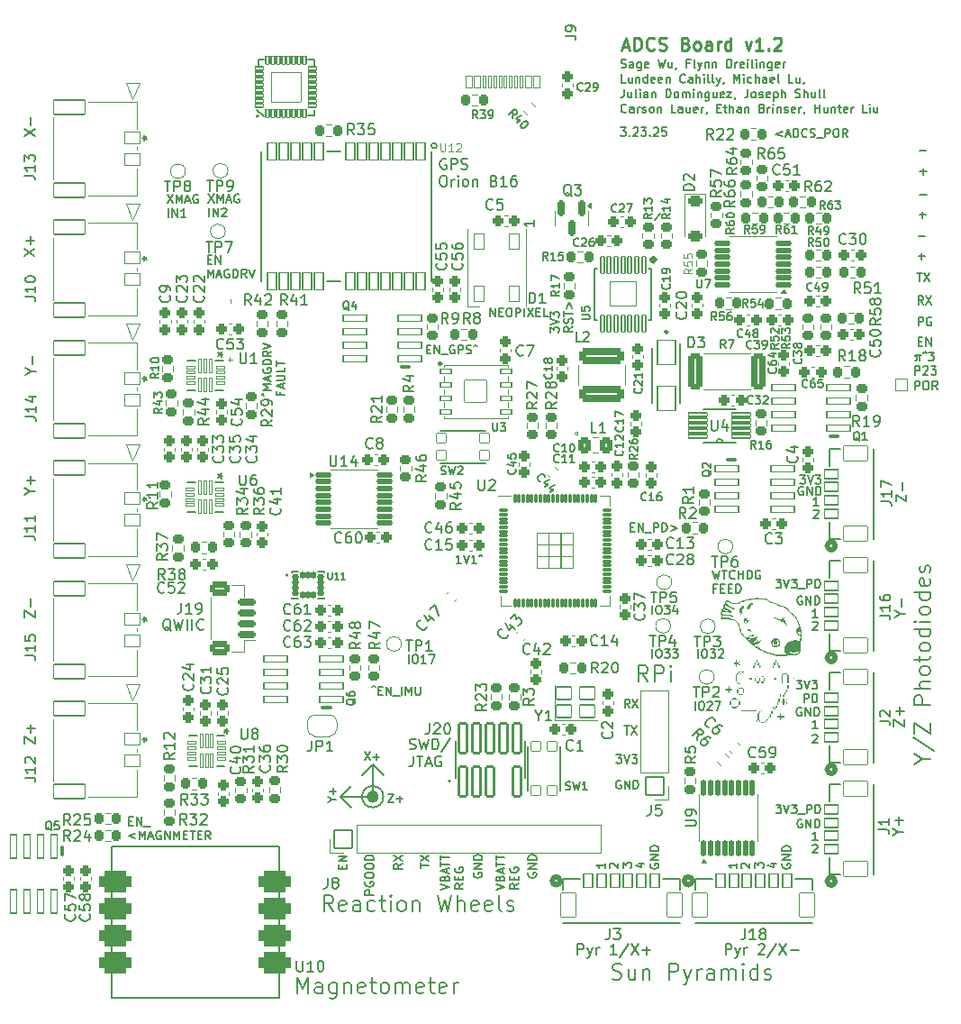
<source format=gto>
%TF.GenerationSoftware,KiCad,Pcbnew,8.0.8*%
%TF.CreationDate,2025-03-29T21:42:45-04:00*%
%TF.ProjectId,ADCS_board,41444353-5f62-46f6-9172-642e6b696361,v1.2*%
%TF.SameCoordinates,Original*%
%TF.FileFunction,Legend,Top*%
%TF.FilePolarity,Positive*%
%FSLAX46Y46*%
G04 Gerber Fmt 4.6, Leading zero omitted, Abs format (unit mm)*
G04 Created by KiCad (PCBNEW 8.0.8) date 2025-03-29 21:42:45*
%MOMM*%
%LPD*%
G01*
G04 APERTURE LIST*
G04 Aperture macros list*
%AMRoundRect*
0 Rectangle with rounded corners*
0 $1 Rounding radius*
0 $2 $3 $4 $5 $6 $7 $8 $9 X,Y pos of 4 corners*
0 Add a 4 corners polygon primitive as box body*
4,1,4,$2,$3,$4,$5,$6,$7,$8,$9,$2,$3,0*
0 Add four circle primitives for the rounded corners*
1,1,$1+$1,$2,$3*
1,1,$1+$1,$4,$5*
1,1,$1+$1,$6,$7*
1,1,$1+$1,$8,$9*
0 Add four rect primitives between the rounded corners*
20,1,$1+$1,$2,$3,$4,$5,0*
20,1,$1+$1,$4,$5,$6,$7,0*
20,1,$1+$1,$6,$7,$8,$9,0*
20,1,$1+$1,$8,$9,$2,$3,0*%
%AMFreePoly0*
4,1,35,0.535921,0.785921,0.550800,0.750000,0.550800,-0.750000,0.535921,-0.785921,0.500000,-0.800800,0.000000,-0.800800,-0.012286,-0.795711,-0.071157,-0.795711,-0.085469,-0.793653,-0.222020,-0.753558,-0.235173,-0.747552,-0.354895,-0.670611,-0.365822,-0.661142,-0.459019,-0.553587,-0.466836,-0.541423,-0.525955,-0.411969,-0.530029,-0.398096,-0.550283,-0.257230,-0.550800,-0.250000,-0.550800,0.250000,
-0.550283,0.257230,-0.530029,0.398096,-0.525955,0.411969,-0.466836,0.541423,-0.459019,0.553587,-0.365822,0.661142,-0.354895,0.670611,-0.235173,0.747552,-0.222020,0.753558,-0.085469,0.793653,-0.071157,0.795711,-0.012286,0.795711,0.000000,0.800800,0.500000,0.800800,0.535921,0.785921,0.535921,0.785921,$1*%
%AMFreePoly1*
4,1,35,0.012286,0.795711,0.071157,0.795711,0.085469,0.793653,0.222020,0.753558,0.235173,0.747552,0.354895,0.670611,0.365822,0.661142,0.459019,0.553587,0.466836,0.541423,0.525955,0.411969,0.530029,0.398096,0.550283,0.257230,0.550800,0.250000,0.550800,-0.250000,0.550283,-0.257230,0.530029,-0.398096,0.525955,-0.411969,0.466836,-0.541423,0.459019,-0.553587,0.365822,-0.661142,
0.354895,-0.670611,0.235173,-0.747552,0.222020,-0.753558,0.085469,-0.793653,0.071157,-0.795711,0.012286,-0.795711,0.000000,-0.800800,-0.500000,-0.800800,-0.535921,-0.785921,-0.550800,-0.750000,-0.550800,0.750000,-0.535921,0.785921,-0.500000,0.800800,0.000000,0.800800,0.012286,0.795711,0.012286,0.795711,$1*%
G04 Aperture macros list end*
%ADD10C,0.127000*%
%ADD11C,0.563500*%
%ADD12C,0.150000*%
%ADD13C,0.200000*%
%ADD14C,0.250000*%
%ADD15C,0.100000*%
%ADD16C,0.154432*%
%ADD17C,0.095250*%
%ADD18C,0.115824*%
%ADD19C,0.152400*%
%ADD20C,0.381000*%
%ADD21C,0.120000*%
%ADD22C,0.203200*%
%ADD23C,0.508000*%
%ADD24C,0.300000*%
%ADD25C,0.000000*%
%ADD26C,0.240278*%
%ADD27RoundRect,0.063500X-0.152400X0.800100X-0.152400X-0.800100X0.152400X-0.800100X0.152400X0.800100X0*%
%ADD28RoundRect,0.063500X-1.230000X1.155000X-1.230000X-1.155000X1.230000X-1.155000X1.230000X1.155000X0*%
%ADD29RoundRect,0.250400X-0.275400X0.250400X-0.275400X-0.250400X0.275400X-0.250400X0.275400X0.250400X0*%
%ADD30RoundRect,0.250400X0.275400X-0.250400X0.275400X0.250400X-0.275400X0.250400X-0.275400X-0.250400X0*%
%ADD31RoundRect,0.225400X0.225400X0.300400X-0.225400X0.300400X-0.225400X-0.300400X0.225400X-0.300400X0*%
%ADD32RoundRect,0.250400X0.250400X0.275400X-0.250400X0.275400X-0.250400X-0.275400X0.250400X-0.275400X0*%
%ADD33C,5.701600*%
%ADD34C,2.000000*%
%ADD35RoundRect,0.225400X0.371797X0.053033X0.053033X0.371797X-0.371797X-0.053033X-0.053033X-0.371797X0*%
%ADD36RoundRect,0.225400X-0.300400X0.225400X-0.300400X-0.225400X0.300400X-0.225400X0.300400X0.225400X0*%
%ADD37RoundRect,0.225400X-0.225400X-0.300400X0.225400X-0.300400X0.225400X0.300400X-0.225400X0.300400X0*%
%ADD38RoundRect,0.225400X0.300400X-0.225400X0.300400X0.225400X-0.300400X0.225400X-0.300400X-0.225400X0*%
%ADD39RoundRect,0.270735X-0.392565X-1.455065X0.392565X-1.455065X0.392565X1.455065X-0.392565X1.455065X0*%
%ADD40RoundRect,0.355555X-1.795245X0.445245X-1.795245X-0.445245X1.795245X-0.445245X1.795245X0.445245X0*%
%ADD41RoundRect,0.050800X0.889000X0.165100X-0.889000X0.165100X-0.889000X-0.165100X0.889000X-0.165100X0*%
%ADD42RoundRect,0.250400X-0.250400X-0.275400X0.250400X-0.275400X0.250400X0.275400X-0.250400X0.275400X0*%
%ADD43C,0.701600*%
%ADD44RoundRect,0.050800X0.300000X0.575000X-0.300000X0.575000X-0.300000X-0.575000X0.300000X-0.575000X0*%
%ADD45RoundRect,0.050800X0.150000X0.575000X-0.150000X0.575000X-0.150000X-0.575000X0.150000X-0.575000X0*%
%ADD46O,1.101600X2.201600*%
%ADD47O,1.101600X1.701600*%
%ADD48RoundRect,0.525400X-1.025400X-0.525400X1.025400X-0.525400X1.025400X0.525400X-1.025400X0.525400X0*%
%ADD49RoundRect,0.250400X-0.017678X0.371797X-0.371797X0.017678X0.017678X-0.371797X0.371797X-0.017678X0*%
%ADD50RoundRect,0.050800X0.725000X-0.550000X0.725000X0.550000X-0.725000X0.550000X-0.725000X-0.550000X0*%
%ADD51RoundRect,0.050800X1.449999X-0.675000X1.449999X0.675000X-1.449999X0.675000X-1.449999X-0.675000X0*%
%ADD52C,1.101600*%
%ADD53RoundRect,0.063500X0.152400X-0.381000X0.152400X0.381000X-0.152400X0.381000X-0.152400X-0.381000X0*%
%ADD54RoundRect,0.063500X0.381000X0.152400X-0.381000X0.152400X-0.381000X-0.152400X0.381000X-0.152400X0*%
%ADD55RoundRect,0.063500X-0.152400X0.381000X-0.152400X-0.381000X0.152400X-0.381000X0.152400X0.381000X0*%
%ADD56RoundRect,0.063500X-0.381000X-0.152400X0.381000X-0.152400X0.381000X0.152400X-0.381000X0.152400X0*%
%ADD57RoundRect,0.063500X1.397000X-1.397000X1.397000X1.397000X-1.397000X1.397000X-1.397000X-1.397000X0*%
%ADD58RoundRect,0.125400X0.125400X-0.662900X0.125400X0.662900X-0.125400X0.662900X-0.125400X-0.662900X0*%
%ADD59RoundRect,0.050800X-0.647700X0.419100X-0.647700X-0.419100X0.647700X-0.419100X0.647700X0.419100X0*%
%ADD60RoundRect,0.050800X-1.130300X0.698500X-1.130300X-0.698500X1.130300X-0.698500X1.130300X0.698500X0*%
%ADD61RoundRect,0.050800X0.419100X0.647700X-0.419100X0.647700X-0.419100X-0.647700X0.419100X-0.647700X0*%
%ADD62RoundRect,0.050800X0.698500X1.130300X-0.698500X1.130300X-0.698500X-1.130300X0.698500X-1.130300X0*%
%ADD63RoundRect,0.050800X-0.450000X0.750000X-0.450000X-0.750000X0.450000X-0.750000X0.450000X0.750000X0*%
%ADD64RoundRect,0.050800X-0.100000X0.650000X-0.100000X-0.650000X0.100000X-0.650000X0.100000X0.650000X0*%
%ADD65RoundRect,0.050800X-0.400000X-0.125000X0.400000X-0.125000X0.400000X0.125000X-0.400000X0.125000X0*%
%ADD66RoundRect,0.272087X-0.353713X-0.478713X0.353713X-0.478713X0.353713X0.478713X-0.353713X0.478713X0*%
%ADD67RoundRect,0.080400X0.360400X-0.080400X0.360400X0.080400X-0.360400X0.080400X-0.360400X-0.080400X0*%
%ADD68RoundRect,0.080400X-0.080400X-0.360400X0.080400X-0.360400X0.080400X0.360400X-0.080400X0.360400X0*%
%ADD69RoundRect,0.050800X-0.566666X-0.566666X0.566666X-0.566666X0.566666X0.566666X-0.566666X0.566666X0*%
%ADD70RoundRect,0.175400X-0.175400X0.612900X-0.175400X-0.612900X0.175400X-0.612900X0.175400X0.612900X0*%
%ADD71RoundRect,0.102000X-0.237500X-0.125000X0.237500X-0.125000X0.237500X0.125000X-0.237500X0.125000X0*%
%ADD72RoundRect,0.102000X0.125000X-0.237500X0.125000X0.237500X-0.125000X0.237500X-0.125000X-0.237500X0*%
%ADD73FreePoly0,0.000000*%
%ADD74FreePoly1,0.000000*%
%ADD75RoundRect,0.102000X-0.370000X-1.395000X0.370000X-1.395000X0.370000X1.395000X-0.370000X1.395000X0*%
%ADD76RoundRect,0.050800X-0.700000X-0.600000X0.700000X-0.600000X0.700000X0.600000X-0.700000X0.600000X0*%
%ADD77RoundRect,0.125400X-0.662900X-0.125400X0.662900X-0.125400X0.662900X0.125400X-0.662900X0.125400X0*%
%ADD78RoundRect,0.050800X0.304800X1.104900X-0.304800X1.104900X-0.304800X-1.104900X0.304800X-1.104900X0*%
%ADD79RoundRect,0.050800X0.450000X0.450000X-0.450000X0.450000X-0.450000X-0.450000X0.450000X-0.450000X0*%
%ADD80RoundRect,0.050800X-1.104900X0.304800X-1.104900X-0.304800X1.104900X-0.304800X1.104900X0.304800X0*%
%ADD81RoundRect,0.050800X1.104900X-0.304800X1.104900X0.304800X-1.104900X0.304800X-1.104900X-0.304800X0*%
%ADD82RoundRect,0.175400X0.650400X-0.175400X0.650400X0.175400X-0.650400X0.175400X-0.650400X-0.175400X0*%
%ADD83RoundRect,0.271166X0.679634X-0.379634X0.679634X0.379634X-0.679634X0.379634X-0.679634X-0.379634X0*%
%ADD84RoundRect,0.050800X0.850000X0.850000X-0.850000X0.850000X-0.850000X-0.850000X0.850000X-0.850000X0*%
%ADD85O,1.801600X1.801600*%
%ADD86RoundRect,0.063500X0.406400X0.812800X-0.406400X0.812800X-0.406400X-0.812800X0.406400X-0.812800X0*%
%ADD87RoundRect,0.050800X0.850000X-0.850000X0.850000X0.850000X-0.850000X0.850000X-0.850000X-0.850000X0*%
%ADD88RoundRect,0.225400X-0.371797X-0.053033X-0.053033X-0.371797X0.371797X0.053033X0.053033X0.371797X0*%
%ADD89RoundRect,0.125400X0.662900X0.125400X-0.662900X0.125400X-0.662900X-0.125400X0.662900X-0.125400X0*%
%ADD90RoundRect,0.063500X-0.525000X-0.225000X0.525000X-0.225000X0.525000X0.225000X-0.525000X0.225000X0*%
%ADD91RoundRect,0.063500X1.050000X-1.050000X1.050000X1.050000X-1.050000X1.050000X-1.050000X-1.050000X0*%
%ADD92RoundRect,0.250400X0.371797X0.017678X0.017678X0.371797X-0.371797X-0.017678X-0.017678X-0.371797X0*%
%ADD93RoundRect,0.050800X-0.450000X0.450000X-0.450000X-0.450000X0.450000X-0.450000X0.450000X0.450000X0*%
%ADD94RoundRect,0.250400X-0.371797X-0.017678X-0.017678X-0.371797X0.371797X0.017678X0.017678X0.371797X0*%
%ADD95RoundRect,0.050800X-0.850000X-1.175000X0.850000X-1.175000X0.850000X1.175000X-0.850000X1.175000X0*%
%ADD96RoundRect,0.250400X-0.400400X0.250400X-0.400400X-0.250400X0.400400X-0.250400X0.400400X0.250400X0*%
%ADD97C,2.151600*%
%ADD98C,2.351600*%
%ADD99RoundRect,0.050800X-0.575000X0.575000X-0.575000X-0.575000X0.575000X-0.575000X0.575000X0.575000X0*%
%ADD100C,1.251600*%
G04 APERTURE END LIST*
D10*
X134300000Y-127250000D02*
G75*
G02*
X132300000Y-127250000I-1000000J0D01*
G01*
X132300000Y-127250000D02*
G75*
G02*
X134300000Y-127250000I1000000J0D01*
G01*
X133300000Y-127250000D02*
X133300000Y-124250000D01*
X160300000Y-72500000D02*
X159800000Y-73100000D01*
X133300000Y-124250000D02*
X132300000Y-125250000D01*
X130300000Y-127250000D02*
X131300000Y-126250000D01*
D11*
X133581750Y-127250000D02*
G75*
G02*
X133018250Y-127250000I-281750J0D01*
G01*
X133018250Y-127250000D02*
G75*
G02*
X133581750Y-127250000I281750J0D01*
G01*
D10*
X133300000Y-124250000D02*
X134300000Y-125250000D01*
X130300000Y-127250000D02*
X131300000Y-128250000D01*
X133300000Y-127250000D02*
X130300000Y-127250000D01*
D12*
X175108207Y-131344295D02*
X174651064Y-131344295D01*
X174879636Y-131344295D02*
X174879636Y-130544295D01*
X174879636Y-130544295D02*
X174803445Y-130658580D01*
X174803445Y-130658580D02*
X174727255Y-130734771D01*
X174727255Y-130734771D02*
X174651064Y-130772866D01*
X174651064Y-131820485D02*
X174689160Y-131782390D01*
X174689160Y-131782390D02*
X174765350Y-131744295D01*
X174765350Y-131744295D02*
X174955826Y-131744295D01*
X174955826Y-131744295D02*
X175032017Y-131782390D01*
X175032017Y-131782390D02*
X175070112Y-131820485D01*
X175070112Y-131820485D02*
X175108207Y-131896676D01*
X175108207Y-131896676D02*
X175108207Y-131972866D01*
X175108207Y-131972866D02*
X175070112Y-132087152D01*
X175070112Y-132087152D02*
X174612969Y-132544295D01*
X174612969Y-132544295D02*
X175108207Y-132544295D01*
X156612969Y-64394295D02*
X157108207Y-64394295D01*
X157108207Y-64394295D02*
X156841541Y-64699057D01*
X156841541Y-64699057D02*
X156955826Y-64699057D01*
X156955826Y-64699057D02*
X157032017Y-64737152D01*
X157032017Y-64737152D02*
X157070112Y-64775247D01*
X157070112Y-64775247D02*
X157108207Y-64851438D01*
X157108207Y-64851438D02*
X157108207Y-65041914D01*
X157108207Y-65041914D02*
X157070112Y-65118104D01*
X157070112Y-65118104D02*
X157032017Y-65156200D01*
X157032017Y-65156200D02*
X156955826Y-65194295D01*
X156955826Y-65194295D02*
X156727255Y-65194295D01*
X156727255Y-65194295D02*
X156651064Y-65156200D01*
X156651064Y-65156200D02*
X156612969Y-65118104D01*
X157451065Y-65118104D02*
X157489160Y-65156200D01*
X157489160Y-65156200D02*
X157451065Y-65194295D01*
X157451065Y-65194295D02*
X157412969Y-65156200D01*
X157412969Y-65156200D02*
X157451065Y-65118104D01*
X157451065Y-65118104D02*
X157451065Y-65194295D01*
X157793921Y-64470485D02*
X157832017Y-64432390D01*
X157832017Y-64432390D02*
X157908207Y-64394295D01*
X157908207Y-64394295D02*
X158098683Y-64394295D01*
X158098683Y-64394295D02*
X158174874Y-64432390D01*
X158174874Y-64432390D02*
X158212969Y-64470485D01*
X158212969Y-64470485D02*
X158251064Y-64546676D01*
X158251064Y-64546676D02*
X158251064Y-64622866D01*
X158251064Y-64622866D02*
X158212969Y-64737152D01*
X158212969Y-64737152D02*
X157755826Y-65194295D01*
X157755826Y-65194295D02*
X158251064Y-65194295D01*
X158517731Y-64394295D02*
X159012969Y-64394295D01*
X159012969Y-64394295D02*
X158746303Y-64699057D01*
X158746303Y-64699057D02*
X158860588Y-64699057D01*
X158860588Y-64699057D02*
X158936779Y-64737152D01*
X158936779Y-64737152D02*
X158974874Y-64775247D01*
X158974874Y-64775247D02*
X159012969Y-64851438D01*
X159012969Y-64851438D02*
X159012969Y-65041914D01*
X159012969Y-65041914D02*
X158974874Y-65118104D01*
X158974874Y-65118104D02*
X158936779Y-65156200D01*
X158936779Y-65156200D02*
X158860588Y-65194295D01*
X158860588Y-65194295D02*
X158632017Y-65194295D01*
X158632017Y-65194295D02*
X158555826Y-65156200D01*
X158555826Y-65156200D02*
X158517731Y-65118104D01*
X159355827Y-65118104D02*
X159393922Y-65156200D01*
X159393922Y-65156200D02*
X159355827Y-65194295D01*
X159355827Y-65194295D02*
X159317731Y-65156200D01*
X159317731Y-65156200D02*
X159355827Y-65118104D01*
X159355827Y-65118104D02*
X159355827Y-65194295D01*
X159698683Y-64470485D02*
X159736779Y-64432390D01*
X159736779Y-64432390D02*
X159812969Y-64394295D01*
X159812969Y-64394295D02*
X160003445Y-64394295D01*
X160003445Y-64394295D02*
X160079636Y-64432390D01*
X160079636Y-64432390D02*
X160117731Y-64470485D01*
X160117731Y-64470485D02*
X160155826Y-64546676D01*
X160155826Y-64546676D02*
X160155826Y-64622866D01*
X160155826Y-64622866D02*
X160117731Y-64737152D01*
X160117731Y-64737152D02*
X159660588Y-65194295D01*
X159660588Y-65194295D02*
X160155826Y-65194295D01*
X160879636Y-64394295D02*
X160498684Y-64394295D01*
X160498684Y-64394295D02*
X160460588Y-64775247D01*
X160460588Y-64775247D02*
X160498684Y-64737152D01*
X160498684Y-64737152D02*
X160574874Y-64699057D01*
X160574874Y-64699057D02*
X160765350Y-64699057D01*
X160765350Y-64699057D02*
X160841541Y-64737152D01*
X160841541Y-64737152D02*
X160879636Y-64775247D01*
X160879636Y-64775247D02*
X160917731Y-64851438D01*
X160917731Y-64851438D02*
X160917731Y-65041914D01*
X160917731Y-65041914D02*
X160879636Y-65118104D01*
X160879636Y-65118104D02*
X160841541Y-65156200D01*
X160841541Y-65156200D02*
X160765350Y-65194295D01*
X160765350Y-65194295D02*
X160574874Y-65194295D01*
X160574874Y-65194295D02*
X160498684Y-65156200D01*
X160498684Y-65156200D02*
X160460588Y-65118104D01*
X159432390Y-133541792D02*
X159394295Y-133617982D01*
X159394295Y-133617982D02*
X159394295Y-133732268D01*
X159394295Y-133732268D02*
X159432390Y-133846554D01*
X159432390Y-133846554D02*
X159508580Y-133922744D01*
X159508580Y-133922744D02*
X159584771Y-133960839D01*
X159584771Y-133960839D02*
X159737152Y-133998935D01*
X159737152Y-133998935D02*
X159851438Y-133998935D01*
X159851438Y-133998935D02*
X160003819Y-133960839D01*
X160003819Y-133960839D02*
X160080009Y-133922744D01*
X160080009Y-133922744D02*
X160156200Y-133846554D01*
X160156200Y-133846554D02*
X160194295Y-133732268D01*
X160194295Y-133732268D02*
X160194295Y-133656077D01*
X160194295Y-133656077D02*
X160156200Y-133541792D01*
X160156200Y-133541792D02*
X160118104Y-133503696D01*
X160118104Y-133503696D02*
X159851438Y-133503696D01*
X159851438Y-133503696D02*
X159851438Y-133656077D01*
X160194295Y-133160839D02*
X159394295Y-133160839D01*
X159394295Y-133160839D02*
X160194295Y-132703696D01*
X160194295Y-132703696D02*
X159394295Y-132703696D01*
X160194295Y-132322744D02*
X159394295Y-132322744D01*
X159394295Y-132322744D02*
X159394295Y-132132268D01*
X159394295Y-132132268D02*
X159432390Y-132017982D01*
X159432390Y-132017982D02*
X159508580Y-131941792D01*
X159508580Y-131941792D02*
X159584771Y-131903697D01*
X159584771Y-131903697D02*
X159737152Y-131865601D01*
X159737152Y-131865601D02*
X159851438Y-131865601D01*
X159851438Y-131865601D02*
X160003819Y-131903697D01*
X160003819Y-131903697D02*
X160080009Y-131941792D01*
X160080009Y-131941792D02*
X160156200Y-132017982D01*
X160156200Y-132017982D02*
X160194295Y-132132268D01*
X160194295Y-132132268D02*
X160194295Y-132322744D01*
X110389160Y-129537292D02*
X110655826Y-129537292D01*
X110770112Y-129956340D02*
X110389160Y-129956340D01*
X110389160Y-129956340D02*
X110389160Y-129156340D01*
X110389160Y-129156340D02*
X110770112Y-129156340D01*
X111112970Y-129956340D02*
X111112970Y-129156340D01*
X111112970Y-129156340D02*
X111570113Y-129956340D01*
X111570113Y-129956340D02*
X111570113Y-129156340D01*
X111760589Y-130032530D02*
X112370112Y-130032530D01*
X110998684Y-130710961D02*
X110389160Y-130939533D01*
X110389160Y-130939533D02*
X110998684Y-131168104D01*
X111379636Y-131244295D02*
X111379636Y-130444295D01*
X111379636Y-130444295D02*
X111646302Y-131015723D01*
X111646302Y-131015723D02*
X111912969Y-130444295D01*
X111912969Y-130444295D02*
X111912969Y-131244295D01*
X112255826Y-131015723D02*
X112636779Y-131015723D01*
X112179636Y-131244295D02*
X112446303Y-130444295D01*
X112446303Y-130444295D02*
X112712969Y-131244295D01*
X113398683Y-130482390D02*
X113322493Y-130444295D01*
X113322493Y-130444295D02*
X113208207Y-130444295D01*
X113208207Y-130444295D02*
X113093921Y-130482390D01*
X113093921Y-130482390D02*
X113017731Y-130558580D01*
X113017731Y-130558580D02*
X112979636Y-130634771D01*
X112979636Y-130634771D02*
X112941540Y-130787152D01*
X112941540Y-130787152D02*
X112941540Y-130901438D01*
X112941540Y-130901438D02*
X112979636Y-131053819D01*
X112979636Y-131053819D02*
X113017731Y-131130009D01*
X113017731Y-131130009D02*
X113093921Y-131206200D01*
X113093921Y-131206200D02*
X113208207Y-131244295D01*
X113208207Y-131244295D02*
X113284398Y-131244295D01*
X113284398Y-131244295D02*
X113398683Y-131206200D01*
X113398683Y-131206200D02*
X113436779Y-131168104D01*
X113436779Y-131168104D02*
X113436779Y-130901438D01*
X113436779Y-130901438D02*
X113284398Y-130901438D01*
X113779636Y-131244295D02*
X113779636Y-130444295D01*
X113779636Y-130444295D02*
X114236779Y-131244295D01*
X114236779Y-131244295D02*
X114236779Y-130444295D01*
X114617731Y-131244295D02*
X114617731Y-130444295D01*
X114617731Y-130444295D02*
X114884397Y-131015723D01*
X114884397Y-131015723D02*
X115151064Y-130444295D01*
X115151064Y-130444295D02*
X115151064Y-131244295D01*
X115532017Y-130825247D02*
X115798683Y-130825247D01*
X115912969Y-131244295D02*
X115532017Y-131244295D01*
X115532017Y-131244295D02*
X115532017Y-130444295D01*
X115532017Y-130444295D02*
X115912969Y-130444295D01*
X116141541Y-130444295D02*
X116598684Y-130444295D01*
X116370112Y-131244295D02*
X116370112Y-130444295D01*
X116865351Y-130825247D02*
X117132017Y-130825247D01*
X117246303Y-131244295D02*
X116865351Y-131244295D01*
X116865351Y-131244295D02*
X116865351Y-130444295D01*
X116865351Y-130444295D02*
X117246303Y-130444295D01*
X118046304Y-131244295D02*
X117779637Y-130863342D01*
X117589161Y-131244295D02*
X117589161Y-130444295D01*
X117589161Y-130444295D02*
X117893923Y-130444295D01*
X117893923Y-130444295D02*
X117970113Y-130482390D01*
X117970113Y-130482390D02*
X118008208Y-130520485D01*
X118008208Y-130520485D02*
X118046304Y-130596676D01*
X118046304Y-130596676D02*
X118046304Y-130710961D01*
X118046304Y-130710961D02*
X118008208Y-130787152D01*
X118008208Y-130787152D02*
X117970113Y-130825247D01*
X117970113Y-130825247D02*
X117893923Y-130863342D01*
X117893923Y-130863342D02*
X117589161Y-130863342D01*
X142832390Y-134391792D02*
X142794295Y-134467982D01*
X142794295Y-134467982D02*
X142794295Y-134582268D01*
X142794295Y-134582268D02*
X142832390Y-134696554D01*
X142832390Y-134696554D02*
X142908580Y-134772744D01*
X142908580Y-134772744D02*
X142984771Y-134810839D01*
X142984771Y-134810839D02*
X143137152Y-134848935D01*
X143137152Y-134848935D02*
X143251438Y-134848935D01*
X143251438Y-134848935D02*
X143403819Y-134810839D01*
X143403819Y-134810839D02*
X143480009Y-134772744D01*
X143480009Y-134772744D02*
X143556200Y-134696554D01*
X143556200Y-134696554D02*
X143594295Y-134582268D01*
X143594295Y-134582268D02*
X143594295Y-134506077D01*
X143594295Y-134506077D02*
X143556200Y-134391792D01*
X143556200Y-134391792D02*
X143518104Y-134353696D01*
X143518104Y-134353696D02*
X143251438Y-134353696D01*
X143251438Y-134353696D02*
X143251438Y-134506077D01*
X143594295Y-134010839D02*
X142794295Y-134010839D01*
X142794295Y-134010839D02*
X143594295Y-133553696D01*
X143594295Y-133553696D02*
X142794295Y-133553696D01*
X143594295Y-133172744D02*
X142794295Y-133172744D01*
X142794295Y-133172744D02*
X142794295Y-132982268D01*
X142794295Y-132982268D02*
X142832390Y-132867982D01*
X142832390Y-132867982D02*
X142908580Y-132791792D01*
X142908580Y-132791792D02*
X142984771Y-132753697D01*
X142984771Y-132753697D02*
X143137152Y-132715601D01*
X143137152Y-132715601D02*
X143251438Y-132715601D01*
X143251438Y-132715601D02*
X143403819Y-132753697D01*
X143403819Y-132753697D02*
X143480009Y-132791792D01*
X143480009Y-132791792D02*
X143556200Y-132867982D01*
X143556200Y-132867982D02*
X143594295Y-132982268D01*
X143594295Y-132982268D02*
X143594295Y-133172744D01*
X174751064Y-100370485D02*
X174789160Y-100332390D01*
X174789160Y-100332390D02*
X174865350Y-100294295D01*
X174865350Y-100294295D02*
X175055826Y-100294295D01*
X175055826Y-100294295D02*
X175132017Y-100332390D01*
X175132017Y-100332390D02*
X175170112Y-100370485D01*
X175170112Y-100370485D02*
X175208207Y-100446676D01*
X175208207Y-100446676D02*
X175208207Y-100522866D01*
X175208207Y-100522866D02*
X175170112Y-100637152D01*
X175170112Y-100637152D02*
X174712969Y-101094295D01*
X174712969Y-101094295D02*
X175208207Y-101094295D01*
D13*
X100517219Y-76425564D02*
X101517219Y-75758898D01*
X100517219Y-75758898D02*
X101517219Y-76425564D01*
X101136266Y-75377945D02*
X101136266Y-74616041D01*
X101517219Y-74996993D02*
X100755314Y-74996993D01*
D12*
X184589160Y-76489533D02*
X185198684Y-76489533D01*
X184893922Y-76794295D02*
X184893922Y-76184771D01*
X184289160Y-88994295D02*
X184289160Y-88194295D01*
X184289160Y-88194295D02*
X184593922Y-88194295D01*
X184593922Y-88194295D02*
X184670112Y-88232390D01*
X184670112Y-88232390D02*
X184708207Y-88270485D01*
X184708207Y-88270485D02*
X184746303Y-88346676D01*
X184746303Y-88346676D02*
X184746303Y-88460961D01*
X184746303Y-88460961D02*
X184708207Y-88537152D01*
X184708207Y-88537152D02*
X184670112Y-88575247D01*
X184670112Y-88575247D02*
X184593922Y-88613342D01*
X184593922Y-88613342D02*
X184289160Y-88613342D01*
X185241541Y-88194295D02*
X185393922Y-88194295D01*
X185393922Y-88194295D02*
X185470112Y-88232390D01*
X185470112Y-88232390D02*
X185546303Y-88308580D01*
X185546303Y-88308580D02*
X185584398Y-88460961D01*
X185584398Y-88460961D02*
X185584398Y-88727628D01*
X185584398Y-88727628D02*
X185546303Y-88880009D01*
X185546303Y-88880009D02*
X185470112Y-88956200D01*
X185470112Y-88956200D02*
X185393922Y-88994295D01*
X185393922Y-88994295D02*
X185241541Y-88994295D01*
X185241541Y-88994295D02*
X185165350Y-88956200D01*
X185165350Y-88956200D02*
X185089160Y-88880009D01*
X185089160Y-88880009D02*
X185051064Y-88727628D01*
X185051064Y-88727628D02*
X185051064Y-88460961D01*
X185051064Y-88460961D02*
X185089160Y-88308580D01*
X185089160Y-88308580D02*
X185165350Y-88232390D01*
X185165350Y-88232390D02*
X185241541Y-88194295D01*
X186384398Y-88994295D02*
X186117731Y-88613342D01*
X185927255Y-88994295D02*
X185927255Y-88194295D01*
X185927255Y-88194295D02*
X186232017Y-88194295D01*
X186232017Y-88194295D02*
X186308207Y-88232390D01*
X186308207Y-88232390D02*
X186346302Y-88270485D01*
X186346302Y-88270485D02*
X186384398Y-88346676D01*
X186384398Y-88346676D02*
X186384398Y-88460961D01*
X186384398Y-88460961D02*
X186346302Y-88537152D01*
X186346302Y-88537152D02*
X186308207Y-88575247D01*
X186308207Y-88575247D02*
X186232017Y-88613342D01*
X186232017Y-88613342D02*
X185927255Y-88613342D01*
X184589160Y-84475247D02*
X184855826Y-84475247D01*
X184970112Y-84894295D02*
X184589160Y-84894295D01*
X184589160Y-84894295D02*
X184589160Y-84094295D01*
X184589160Y-84094295D02*
X184970112Y-84094295D01*
X185312970Y-84894295D02*
X185312970Y-84094295D01*
X185312970Y-84094295D02*
X185770113Y-84894295D01*
X185770113Y-84894295D02*
X185770113Y-84094295D01*
X184708207Y-85773006D02*
X184708207Y-86306340D01*
X184441541Y-85773006D02*
X184441541Y-86192054D01*
X184441541Y-86192054D02*
X184403445Y-86268245D01*
X184403445Y-86268245D02*
X184327255Y-86306340D01*
X184860588Y-85773006D02*
X184365350Y-85773006D01*
X184365350Y-85773006D02*
X184289160Y-85811102D01*
X184289160Y-85811102D02*
X184251064Y-85887292D01*
X185051064Y-85582530D02*
X185203445Y-85468245D01*
X185203445Y-85468245D02*
X185355826Y-85582530D01*
X185546302Y-85506340D02*
X186041540Y-85506340D01*
X186041540Y-85506340D02*
X185774874Y-85811102D01*
X185774874Y-85811102D02*
X185889159Y-85811102D01*
X185889159Y-85811102D02*
X185965350Y-85849197D01*
X185965350Y-85849197D02*
X186003445Y-85887292D01*
X186003445Y-85887292D02*
X186041540Y-85963483D01*
X186041540Y-85963483D02*
X186041540Y-86153959D01*
X186041540Y-86153959D02*
X186003445Y-86230149D01*
X186003445Y-86230149D02*
X185965350Y-86268245D01*
X185965350Y-86268245D02*
X185889159Y-86306340D01*
X185889159Y-86306340D02*
X185660588Y-86306340D01*
X185660588Y-86306340D02*
X185584397Y-86268245D01*
X185584397Y-86268245D02*
X185546302Y-86230149D01*
X184289160Y-87594295D02*
X184289160Y-86794295D01*
X184289160Y-86794295D02*
X184593922Y-86794295D01*
X184593922Y-86794295D02*
X184670112Y-86832390D01*
X184670112Y-86832390D02*
X184708207Y-86870485D01*
X184708207Y-86870485D02*
X184746303Y-86946676D01*
X184746303Y-86946676D02*
X184746303Y-87060961D01*
X184746303Y-87060961D02*
X184708207Y-87137152D01*
X184708207Y-87137152D02*
X184670112Y-87175247D01*
X184670112Y-87175247D02*
X184593922Y-87213342D01*
X184593922Y-87213342D02*
X184289160Y-87213342D01*
X185051064Y-86870485D02*
X185089160Y-86832390D01*
X185089160Y-86832390D02*
X185165350Y-86794295D01*
X185165350Y-86794295D02*
X185355826Y-86794295D01*
X185355826Y-86794295D02*
X185432017Y-86832390D01*
X185432017Y-86832390D02*
X185470112Y-86870485D01*
X185470112Y-86870485D02*
X185508207Y-86946676D01*
X185508207Y-86946676D02*
X185508207Y-87022866D01*
X185508207Y-87022866D02*
X185470112Y-87137152D01*
X185470112Y-87137152D02*
X185012969Y-87594295D01*
X185012969Y-87594295D02*
X185508207Y-87594295D01*
X185774874Y-86794295D02*
X186270112Y-86794295D01*
X186270112Y-86794295D02*
X186003446Y-87099057D01*
X186003446Y-87099057D02*
X186117731Y-87099057D01*
X186117731Y-87099057D02*
X186193922Y-87137152D01*
X186193922Y-87137152D02*
X186232017Y-87175247D01*
X186232017Y-87175247D02*
X186270112Y-87251438D01*
X186270112Y-87251438D02*
X186270112Y-87441914D01*
X186270112Y-87441914D02*
X186232017Y-87518104D01*
X186232017Y-87518104D02*
X186193922Y-87556200D01*
X186193922Y-87556200D02*
X186117731Y-87594295D01*
X186117731Y-87594295D02*
X185889160Y-87594295D01*
X185889160Y-87594295D02*
X185812969Y-87556200D01*
X185812969Y-87556200D02*
X185774874Y-87518104D01*
X155144295Y-133491792D02*
X155144295Y-133948935D01*
X155144295Y-133720363D02*
X154344295Y-133720363D01*
X154344295Y-133720363D02*
X154458580Y-133796554D01*
X154458580Y-133796554D02*
X154534771Y-133872744D01*
X154534771Y-133872744D02*
X154572866Y-133948935D01*
X163589160Y-119094295D02*
X163589160Y-118294295D01*
X164122493Y-118294295D02*
X164274874Y-118294295D01*
X164274874Y-118294295D02*
X164351064Y-118332390D01*
X164351064Y-118332390D02*
X164427255Y-118408580D01*
X164427255Y-118408580D02*
X164465350Y-118560961D01*
X164465350Y-118560961D02*
X164465350Y-118827628D01*
X164465350Y-118827628D02*
X164427255Y-118980009D01*
X164427255Y-118980009D02*
X164351064Y-119056200D01*
X164351064Y-119056200D02*
X164274874Y-119094295D01*
X164274874Y-119094295D02*
X164122493Y-119094295D01*
X164122493Y-119094295D02*
X164046302Y-119056200D01*
X164046302Y-119056200D02*
X163970112Y-118980009D01*
X163970112Y-118980009D02*
X163932016Y-118827628D01*
X163932016Y-118827628D02*
X163932016Y-118560961D01*
X163932016Y-118560961D02*
X163970112Y-118408580D01*
X163970112Y-118408580D02*
X164046302Y-118332390D01*
X164046302Y-118332390D02*
X164122493Y-118294295D01*
X164770111Y-118370485D02*
X164808207Y-118332390D01*
X164808207Y-118332390D02*
X164884397Y-118294295D01*
X164884397Y-118294295D02*
X165074873Y-118294295D01*
X165074873Y-118294295D02*
X165151064Y-118332390D01*
X165151064Y-118332390D02*
X165189159Y-118370485D01*
X165189159Y-118370485D02*
X165227254Y-118446676D01*
X165227254Y-118446676D02*
X165227254Y-118522866D01*
X165227254Y-118522866D02*
X165189159Y-118637152D01*
X165189159Y-118637152D02*
X164732016Y-119094295D01*
X164732016Y-119094295D02*
X165227254Y-119094295D01*
X165493921Y-118294295D02*
X166027255Y-118294295D01*
X166027255Y-118294295D02*
X165684397Y-119094295D01*
X138389160Y-85225247D02*
X138655826Y-85225247D01*
X138770112Y-85644295D02*
X138389160Y-85644295D01*
X138389160Y-85644295D02*
X138389160Y-84844295D01*
X138389160Y-84844295D02*
X138770112Y-84844295D01*
X139112970Y-85644295D02*
X139112970Y-84844295D01*
X139112970Y-84844295D02*
X139570113Y-85644295D01*
X139570113Y-85644295D02*
X139570113Y-84844295D01*
X139760589Y-85720485D02*
X140370112Y-85720485D01*
X140979636Y-84882390D02*
X140903446Y-84844295D01*
X140903446Y-84844295D02*
X140789160Y-84844295D01*
X140789160Y-84844295D02*
X140674874Y-84882390D01*
X140674874Y-84882390D02*
X140598684Y-84958580D01*
X140598684Y-84958580D02*
X140560589Y-85034771D01*
X140560589Y-85034771D02*
X140522493Y-85187152D01*
X140522493Y-85187152D02*
X140522493Y-85301438D01*
X140522493Y-85301438D02*
X140560589Y-85453819D01*
X140560589Y-85453819D02*
X140598684Y-85530009D01*
X140598684Y-85530009D02*
X140674874Y-85606200D01*
X140674874Y-85606200D02*
X140789160Y-85644295D01*
X140789160Y-85644295D02*
X140865351Y-85644295D01*
X140865351Y-85644295D02*
X140979636Y-85606200D01*
X140979636Y-85606200D02*
X141017732Y-85568104D01*
X141017732Y-85568104D02*
X141017732Y-85301438D01*
X141017732Y-85301438D02*
X140865351Y-85301438D01*
X141360589Y-85644295D02*
X141360589Y-84844295D01*
X141360589Y-84844295D02*
X141665351Y-84844295D01*
X141665351Y-84844295D02*
X141741541Y-84882390D01*
X141741541Y-84882390D02*
X141779636Y-84920485D01*
X141779636Y-84920485D02*
X141817732Y-84996676D01*
X141817732Y-84996676D02*
X141817732Y-85110961D01*
X141817732Y-85110961D02*
X141779636Y-85187152D01*
X141779636Y-85187152D02*
X141741541Y-85225247D01*
X141741541Y-85225247D02*
X141665351Y-85263342D01*
X141665351Y-85263342D02*
X141360589Y-85263342D01*
X142122493Y-85606200D02*
X142236779Y-85644295D01*
X142236779Y-85644295D02*
X142427255Y-85644295D01*
X142427255Y-85644295D02*
X142503446Y-85606200D01*
X142503446Y-85606200D02*
X142541541Y-85568104D01*
X142541541Y-85568104D02*
X142579636Y-85491914D01*
X142579636Y-85491914D02*
X142579636Y-85415723D01*
X142579636Y-85415723D02*
X142541541Y-85339533D01*
X142541541Y-85339533D02*
X142503446Y-85301438D01*
X142503446Y-85301438D02*
X142427255Y-85263342D01*
X142427255Y-85263342D02*
X142274874Y-85225247D01*
X142274874Y-85225247D02*
X142198684Y-85187152D01*
X142198684Y-85187152D02*
X142160589Y-85149057D01*
X142160589Y-85149057D02*
X142122493Y-85072866D01*
X142122493Y-85072866D02*
X142122493Y-84996676D01*
X142122493Y-84996676D02*
X142160589Y-84920485D01*
X142160589Y-84920485D02*
X142198684Y-84882390D01*
X142198684Y-84882390D02*
X142274874Y-84844295D01*
X142274874Y-84844295D02*
X142465351Y-84844295D01*
X142465351Y-84844295D02*
X142579636Y-84882390D01*
X142808208Y-84920485D02*
X142960589Y-84806200D01*
X142960589Y-84806200D02*
X143112970Y-84920485D01*
X117862969Y-70656340D02*
X118396303Y-71456340D01*
X118396303Y-70656340D02*
X117862969Y-71456340D01*
X118701065Y-71456340D02*
X118701065Y-70656340D01*
X118701065Y-70656340D02*
X118967731Y-71227768D01*
X118967731Y-71227768D02*
X119234398Y-70656340D01*
X119234398Y-70656340D02*
X119234398Y-71456340D01*
X119577255Y-71227768D02*
X119958208Y-71227768D01*
X119501065Y-71456340D02*
X119767732Y-70656340D01*
X119767732Y-70656340D02*
X120034398Y-71456340D01*
X120720112Y-70694435D02*
X120643922Y-70656340D01*
X120643922Y-70656340D02*
X120529636Y-70656340D01*
X120529636Y-70656340D02*
X120415350Y-70694435D01*
X120415350Y-70694435D02*
X120339160Y-70770625D01*
X120339160Y-70770625D02*
X120301065Y-70846816D01*
X120301065Y-70846816D02*
X120262969Y-70999197D01*
X120262969Y-70999197D02*
X120262969Y-71113483D01*
X120262969Y-71113483D02*
X120301065Y-71265864D01*
X120301065Y-71265864D02*
X120339160Y-71342054D01*
X120339160Y-71342054D02*
X120415350Y-71418245D01*
X120415350Y-71418245D02*
X120529636Y-71456340D01*
X120529636Y-71456340D02*
X120605827Y-71456340D01*
X120605827Y-71456340D02*
X120720112Y-71418245D01*
X120720112Y-71418245D02*
X120758208Y-71380149D01*
X120758208Y-71380149D02*
X120758208Y-71113483D01*
X120758208Y-71113483D02*
X120605827Y-71113483D01*
X117939160Y-72744295D02*
X117939160Y-71944295D01*
X118320112Y-72744295D02*
X118320112Y-71944295D01*
X118320112Y-71944295D02*
X118777255Y-72744295D01*
X118777255Y-72744295D02*
X118777255Y-71944295D01*
X119120111Y-72020485D02*
X119158207Y-71982390D01*
X119158207Y-71982390D02*
X119234397Y-71944295D01*
X119234397Y-71944295D02*
X119424873Y-71944295D01*
X119424873Y-71944295D02*
X119501064Y-71982390D01*
X119501064Y-71982390D02*
X119539159Y-72020485D01*
X119539159Y-72020485D02*
X119577254Y-72096676D01*
X119577254Y-72096676D02*
X119577254Y-72172866D01*
X119577254Y-72172866D02*
X119539159Y-72287152D01*
X119539159Y-72287152D02*
X119082016Y-72744295D01*
X119082016Y-72744295D02*
X119577254Y-72744295D01*
X163889160Y-114194295D02*
X163889160Y-113394295D01*
X164422493Y-113394295D02*
X164574874Y-113394295D01*
X164574874Y-113394295D02*
X164651064Y-113432390D01*
X164651064Y-113432390D02*
X164727255Y-113508580D01*
X164727255Y-113508580D02*
X164765350Y-113660961D01*
X164765350Y-113660961D02*
X164765350Y-113927628D01*
X164765350Y-113927628D02*
X164727255Y-114080009D01*
X164727255Y-114080009D02*
X164651064Y-114156200D01*
X164651064Y-114156200D02*
X164574874Y-114194295D01*
X164574874Y-114194295D02*
X164422493Y-114194295D01*
X164422493Y-114194295D02*
X164346302Y-114156200D01*
X164346302Y-114156200D02*
X164270112Y-114080009D01*
X164270112Y-114080009D02*
X164232016Y-113927628D01*
X164232016Y-113927628D02*
X164232016Y-113660961D01*
X164232016Y-113660961D02*
X164270112Y-113508580D01*
X164270112Y-113508580D02*
X164346302Y-113432390D01*
X164346302Y-113432390D02*
X164422493Y-113394295D01*
X165032016Y-113394295D02*
X165527254Y-113394295D01*
X165527254Y-113394295D02*
X165260588Y-113699057D01*
X165260588Y-113699057D02*
X165374873Y-113699057D01*
X165374873Y-113699057D02*
X165451064Y-113737152D01*
X165451064Y-113737152D02*
X165489159Y-113775247D01*
X165489159Y-113775247D02*
X165527254Y-113851438D01*
X165527254Y-113851438D02*
X165527254Y-114041914D01*
X165527254Y-114041914D02*
X165489159Y-114118104D01*
X165489159Y-114118104D02*
X165451064Y-114156200D01*
X165451064Y-114156200D02*
X165374873Y-114194295D01*
X165374873Y-114194295D02*
X165146302Y-114194295D01*
X165146302Y-114194295D02*
X165070111Y-114156200D01*
X165070111Y-114156200D02*
X165032016Y-114118104D01*
X165832016Y-113470485D02*
X165870112Y-113432390D01*
X165870112Y-113432390D02*
X165946302Y-113394295D01*
X165946302Y-113394295D02*
X166136778Y-113394295D01*
X166136778Y-113394295D02*
X166212969Y-113432390D01*
X166212969Y-113432390D02*
X166251064Y-113470485D01*
X166251064Y-113470485D02*
X166289159Y-113546676D01*
X166289159Y-113546676D02*
X166289159Y-113622866D01*
X166289159Y-113622866D02*
X166251064Y-113737152D01*
X166251064Y-113737152D02*
X165793921Y-114194295D01*
X165793921Y-114194295D02*
X166289159Y-114194295D01*
X156651064Y-58756200D02*
X156765350Y-58794295D01*
X156765350Y-58794295D02*
X156955826Y-58794295D01*
X156955826Y-58794295D02*
X157032017Y-58756200D01*
X157032017Y-58756200D02*
X157070112Y-58718104D01*
X157070112Y-58718104D02*
X157108207Y-58641914D01*
X157108207Y-58641914D02*
X157108207Y-58565723D01*
X157108207Y-58565723D02*
X157070112Y-58489533D01*
X157070112Y-58489533D02*
X157032017Y-58451438D01*
X157032017Y-58451438D02*
X156955826Y-58413342D01*
X156955826Y-58413342D02*
X156803445Y-58375247D01*
X156803445Y-58375247D02*
X156727255Y-58337152D01*
X156727255Y-58337152D02*
X156689160Y-58299057D01*
X156689160Y-58299057D02*
X156651064Y-58222866D01*
X156651064Y-58222866D02*
X156651064Y-58146676D01*
X156651064Y-58146676D02*
X156689160Y-58070485D01*
X156689160Y-58070485D02*
X156727255Y-58032390D01*
X156727255Y-58032390D02*
X156803445Y-57994295D01*
X156803445Y-57994295D02*
X156993922Y-57994295D01*
X156993922Y-57994295D02*
X157108207Y-58032390D01*
X157793922Y-58794295D02*
X157793922Y-58375247D01*
X157793922Y-58375247D02*
X157755827Y-58299057D01*
X157755827Y-58299057D02*
X157679636Y-58260961D01*
X157679636Y-58260961D02*
X157527255Y-58260961D01*
X157527255Y-58260961D02*
X157451065Y-58299057D01*
X157793922Y-58756200D02*
X157717731Y-58794295D01*
X157717731Y-58794295D02*
X157527255Y-58794295D01*
X157527255Y-58794295D02*
X157451065Y-58756200D01*
X157451065Y-58756200D02*
X157412969Y-58680009D01*
X157412969Y-58680009D02*
X157412969Y-58603819D01*
X157412969Y-58603819D02*
X157451065Y-58527628D01*
X157451065Y-58527628D02*
X157527255Y-58489533D01*
X157527255Y-58489533D02*
X157717731Y-58489533D01*
X157717731Y-58489533D02*
X157793922Y-58451438D01*
X158517732Y-58260961D02*
X158517732Y-58908580D01*
X158517732Y-58908580D02*
X158479637Y-58984771D01*
X158479637Y-58984771D02*
X158441541Y-59022866D01*
X158441541Y-59022866D02*
X158365351Y-59060961D01*
X158365351Y-59060961D02*
X158251065Y-59060961D01*
X158251065Y-59060961D02*
X158174875Y-59022866D01*
X158517732Y-58756200D02*
X158441541Y-58794295D01*
X158441541Y-58794295D02*
X158289160Y-58794295D01*
X158289160Y-58794295D02*
X158212970Y-58756200D01*
X158212970Y-58756200D02*
X158174875Y-58718104D01*
X158174875Y-58718104D02*
X158136779Y-58641914D01*
X158136779Y-58641914D02*
X158136779Y-58413342D01*
X158136779Y-58413342D02*
X158174875Y-58337152D01*
X158174875Y-58337152D02*
X158212970Y-58299057D01*
X158212970Y-58299057D02*
X158289160Y-58260961D01*
X158289160Y-58260961D02*
X158441541Y-58260961D01*
X158441541Y-58260961D02*
X158517732Y-58299057D01*
X159203447Y-58756200D02*
X159127256Y-58794295D01*
X159127256Y-58794295D02*
X158974875Y-58794295D01*
X158974875Y-58794295D02*
X158898685Y-58756200D01*
X158898685Y-58756200D02*
X158860589Y-58680009D01*
X158860589Y-58680009D02*
X158860589Y-58375247D01*
X158860589Y-58375247D02*
X158898685Y-58299057D01*
X158898685Y-58299057D02*
X158974875Y-58260961D01*
X158974875Y-58260961D02*
X159127256Y-58260961D01*
X159127256Y-58260961D02*
X159203447Y-58299057D01*
X159203447Y-58299057D02*
X159241542Y-58375247D01*
X159241542Y-58375247D02*
X159241542Y-58451438D01*
X159241542Y-58451438D02*
X158860589Y-58527628D01*
X160117732Y-57994295D02*
X160308208Y-58794295D01*
X160308208Y-58794295D02*
X160460589Y-58222866D01*
X160460589Y-58222866D02*
X160612970Y-58794295D01*
X160612970Y-58794295D02*
X160803447Y-57994295D01*
X161451066Y-58260961D02*
X161451066Y-58794295D01*
X161108209Y-58260961D02*
X161108209Y-58680009D01*
X161108209Y-58680009D02*
X161146304Y-58756200D01*
X161146304Y-58756200D02*
X161222494Y-58794295D01*
X161222494Y-58794295D02*
X161336780Y-58794295D01*
X161336780Y-58794295D02*
X161412971Y-58756200D01*
X161412971Y-58756200D02*
X161451066Y-58718104D01*
X161870114Y-58756200D02*
X161870114Y-58794295D01*
X161870114Y-58794295D02*
X161832019Y-58870485D01*
X161832019Y-58870485D02*
X161793923Y-58908580D01*
X163089161Y-58375247D02*
X162822495Y-58375247D01*
X162822495Y-58794295D02*
X162822495Y-57994295D01*
X162822495Y-57994295D02*
X163203447Y-57994295D01*
X163622494Y-58794295D02*
X163546304Y-58756200D01*
X163546304Y-58756200D02*
X163508209Y-58680009D01*
X163508209Y-58680009D02*
X163508209Y-57994295D01*
X163851066Y-58260961D02*
X164041542Y-58794295D01*
X164232019Y-58260961D02*
X164041542Y-58794295D01*
X164041542Y-58794295D02*
X163965352Y-58984771D01*
X163965352Y-58984771D02*
X163927257Y-59022866D01*
X163927257Y-59022866D02*
X163851066Y-59060961D01*
X164536781Y-58260961D02*
X164536781Y-58794295D01*
X164536781Y-58337152D02*
X164574876Y-58299057D01*
X164574876Y-58299057D02*
X164651066Y-58260961D01*
X164651066Y-58260961D02*
X164765352Y-58260961D01*
X164765352Y-58260961D02*
X164841543Y-58299057D01*
X164841543Y-58299057D02*
X164879638Y-58375247D01*
X164879638Y-58375247D02*
X164879638Y-58794295D01*
X165260591Y-58260961D02*
X165260591Y-58794295D01*
X165260591Y-58337152D02*
X165298686Y-58299057D01*
X165298686Y-58299057D02*
X165374876Y-58260961D01*
X165374876Y-58260961D02*
X165489162Y-58260961D01*
X165489162Y-58260961D02*
X165565353Y-58299057D01*
X165565353Y-58299057D02*
X165603448Y-58375247D01*
X165603448Y-58375247D02*
X165603448Y-58794295D01*
X166593925Y-58794295D02*
X166593925Y-57994295D01*
X166593925Y-57994295D02*
X166784401Y-57994295D01*
X166784401Y-57994295D02*
X166898687Y-58032390D01*
X166898687Y-58032390D02*
X166974877Y-58108580D01*
X166974877Y-58108580D02*
X167012972Y-58184771D01*
X167012972Y-58184771D02*
X167051068Y-58337152D01*
X167051068Y-58337152D02*
X167051068Y-58451438D01*
X167051068Y-58451438D02*
X167012972Y-58603819D01*
X167012972Y-58603819D02*
X166974877Y-58680009D01*
X166974877Y-58680009D02*
X166898687Y-58756200D01*
X166898687Y-58756200D02*
X166784401Y-58794295D01*
X166784401Y-58794295D02*
X166593925Y-58794295D01*
X167393925Y-58794295D02*
X167393925Y-58260961D01*
X167393925Y-58413342D02*
X167432020Y-58337152D01*
X167432020Y-58337152D02*
X167470115Y-58299057D01*
X167470115Y-58299057D02*
X167546306Y-58260961D01*
X167546306Y-58260961D02*
X167622496Y-58260961D01*
X168193925Y-58756200D02*
X168117734Y-58794295D01*
X168117734Y-58794295D02*
X167965353Y-58794295D01*
X167965353Y-58794295D02*
X167889163Y-58756200D01*
X167889163Y-58756200D02*
X167851067Y-58680009D01*
X167851067Y-58680009D02*
X167851067Y-58375247D01*
X167851067Y-58375247D02*
X167889163Y-58299057D01*
X167889163Y-58299057D02*
X167965353Y-58260961D01*
X167965353Y-58260961D02*
X168117734Y-58260961D01*
X168117734Y-58260961D02*
X168193925Y-58299057D01*
X168193925Y-58299057D02*
X168232020Y-58375247D01*
X168232020Y-58375247D02*
X168232020Y-58451438D01*
X168232020Y-58451438D02*
X167851067Y-58527628D01*
X168574877Y-58794295D02*
X168574877Y-58260961D01*
X168574877Y-57994295D02*
X168536781Y-58032390D01*
X168536781Y-58032390D02*
X168574877Y-58070485D01*
X168574877Y-58070485D02*
X168612972Y-58032390D01*
X168612972Y-58032390D02*
X168574877Y-57994295D01*
X168574877Y-57994295D02*
X168574877Y-58070485D01*
X169070114Y-58794295D02*
X168993924Y-58756200D01*
X168993924Y-58756200D02*
X168955829Y-58680009D01*
X168955829Y-58680009D02*
X168955829Y-57994295D01*
X169374877Y-58794295D02*
X169374877Y-58260961D01*
X169374877Y-57994295D02*
X169336781Y-58032390D01*
X169336781Y-58032390D02*
X169374877Y-58070485D01*
X169374877Y-58070485D02*
X169412972Y-58032390D01*
X169412972Y-58032390D02*
X169374877Y-57994295D01*
X169374877Y-57994295D02*
X169374877Y-58070485D01*
X169755829Y-58260961D02*
X169755829Y-58794295D01*
X169755829Y-58337152D02*
X169793924Y-58299057D01*
X169793924Y-58299057D02*
X169870114Y-58260961D01*
X169870114Y-58260961D02*
X169984400Y-58260961D01*
X169984400Y-58260961D02*
X170060591Y-58299057D01*
X170060591Y-58299057D02*
X170098686Y-58375247D01*
X170098686Y-58375247D02*
X170098686Y-58794295D01*
X170822496Y-58260961D02*
X170822496Y-58908580D01*
X170822496Y-58908580D02*
X170784401Y-58984771D01*
X170784401Y-58984771D02*
X170746305Y-59022866D01*
X170746305Y-59022866D02*
X170670115Y-59060961D01*
X170670115Y-59060961D02*
X170555829Y-59060961D01*
X170555829Y-59060961D02*
X170479639Y-59022866D01*
X170822496Y-58756200D02*
X170746305Y-58794295D01*
X170746305Y-58794295D02*
X170593924Y-58794295D01*
X170593924Y-58794295D02*
X170517734Y-58756200D01*
X170517734Y-58756200D02*
X170479639Y-58718104D01*
X170479639Y-58718104D02*
X170441543Y-58641914D01*
X170441543Y-58641914D02*
X170441543Y-58413342D01*
X170441543Y-58413342D02*
X170479639Y-58337152D01*
X170479639Y-58337152D02*
X170517734Y-58299057D01*
X170517734Y-58299057D02*
X170593924Y-58260961D01*
X170593924Y-58260961D02*
X170746305Y-58260961D01*
X170746305Y-58260961D02*
X170822496Y-58299057D01*
X171508211Y-58756200D02*
X171432020Y-58794295D01*
X171432020Y-58794295D02*
X171279639Y-58794295D01*
X171279639Y-58794295D02*
X171203449Y-58756200D01*
X171203449Y-58756200D02*
X171165353Y-58680009D01*
X171165353Y-58680009D02*
X171165353Y-58375247D01*
X171165353Y-58375247D02*
X171203449Y-58299057D01*
X171203449Y-58299057D02*
X171279639Y-58260961D01*
X171279639Y-58260961D02*
X171432020Y-58260961D01*
X171432020Y-58260961D02*
X171508211Y-58299057D01*
X171508211Y-58299057D02*
X171546306Y-58375247D01*
X171546306Y-58375247D02*
X171546306Y-58451438D01*
X171546306Y-58451438D02*
X171165353Y-58527628D01*
X171889163Y-58794295D02*
X171889163Y-58260961D01*
X171889163Y-58413342D02*
X171927258Y-58337152D01*
X171927258Y-58337152D02*
X171965353Y-58299057D01*
X171965353Y-58299057D02*
X172041544Y-58260961D01*
X172041544Y-58260961D02*
X172117734Y-58260961D01*
X175108207Y-120844295D02*
X174651064Y-120844295D01*
X174879636Y-120844295D02*
X174879636Y-120044295D01*
X174879636Y-120044295D02*
X174803445Y-120158580D01*
X174803445Y-120158580D02*
X174727255Y-120234771D01*
X174727255Y-120234771D02*
X174651064Y-120272866D01*
X136094295Y-133553696D02*
X135713342Y-133820363D01*
X136094295Y-134010839D02*
X135294295Y-134010839D01*
X135294295Y-134010839D02*
X135294295Y-133706077D01*
X135294295Y-133706077D02*
X135332390Y-133629887D01*
X135332390Y-133629887D02*
X135370485Y-133591792D01*
X135370485Y-133591792D02*
X135446676Y-133553696D01*
X135446676Y-133553696D02*
X135560961Y-133553696D01*
X135560961Y-133553696D02*
X135637152Y-133591792D01*
X135637152Y-133591792D02*
X135675247Y-133629887D01*
X135675247Y-133629887D02*
X135713342Y-133706077D01*
X135713342Y-133706077D02*
X135713342Y-134010839D01*
X135294295Y-133287030D02*
X136094295Y-132753696D01*
X135294295Y-132753696D02*
X136094295Y-133287030D01*
D13*
X136772054Y-122759656D02*
X136914911Y-122807275D01*
X136914911Y-122807275D02*
X137153006Y-122807275D01*
X137153006Y-122807275D02*
X137248244Y-122759656D01*
X137248244Y-122759656D02*
X137295863Y-122712036D01*
X137295863Y-122712036D02*
X137343482Y-122616798D01*
X137343482Y-122616798D02*
X137343482Y-122521560D01*
X137343482Y-122521560D02*
X137295863Y-122426322D01*
X137295863Y-122426322D02*
X137248244Y-122378703D01*
X137248244Y-122378703D02*
X137153006Y-122331084D01*
X137153006Y-122331084D02*
X136962530Y-122283465D01*
X136962530Y-122283465D02*
X136867292Y-122235846D01*
X136867292Y-122235846D02*
X136819673Y-122188227D01*
X136819673Y-122188227D02*
X136772054Y-122092989D01*
X136772054Y-122092989D02*
X136772054Y-121997751D01*
X136772054Y-121997751D02*
X136819673Y-121902513D01*
X136819673Y-121902513D02*
X136867292Y-121854894D01*
X136867292Y-121854894D02*
X136962530Y-121807275D01*
X136962530Y-121807275D02*
X137200625Y-121807275D01*
X137200625Y-121807275D02*
X137343482Y-121854894D01*
X137676816Y-121807275D02*
X137914911Y-122807275D01*
X137914911Y-122807275D02*
X138105387Y-122092989D01*
X138105387Y-122092989D02*
X138295863Y-122807275D01*
X138295863Y-122807275D02*
X138533959Y-121807275D01*
X138914911Y-122807275D02*
X138914911Y-121807275D01*
X138914911Y-121807275D02*
X139153006Y-121807275D01*
X139153006Y-121807275D02*
X139295863Y-121854894D01*
X139295863Y-121854894D02*
X139391101Y-121950132D01*
X139391101Y-121950132D02*
X139438720Y-122045370D01*
X139438720Y-122045370D02*
X139486339Y-122235846D01*
X139486339Y-122235846D02*
X139486339Y-122378703D01*
X139486339Y-122378703D02*
X139438720Y-122569179D01*
X139438720Y-122569179D02*
X139391101Y-122664417D01*
X139391101Y-122664417D02*
X139295863Y-122759656D01*
X139295863Y-122759656D02*
X139153006Y-122807275D01*
X139153006Y-122807275D02*
X138914911Y-122807275D01*
X140629196Y-121759656D02*
X139772054Y-123045370D01*
X137105387Y-123417219D02*
X137105387Y-124131504D01*
X137105387Y-124131504D02*
X137057768Y-124274361D01*
X137057768Y-124274361D02*
X136962530Y-124369600D01*
X136962530Y-124369600D02*
X136819673Y-124417219D01*
X136819673Y-124417219D02*
X136724435Y-124417219D01*
X137438721Y-123417219D02*
X138010149Y-123417219D01*
X137724435Y-124417219D02*
X137724435Y-123417219D01*
X138295864Y-124131504D02*
X138772054Y-124131504D01*
X138200626Y-124417219D02*
X138533959Y-123417219D01*
X138533959Y-123417219D02*
X138867292Y-124417219D01*
X139724435Y-123464838D02*
X139629197Y-123417219D01*
X139629197Y-123417219D02*
X139486340Y-123417219D01*
X139486340Y-123417219D02*
X139343483Y-123464838D01*
X139343483Y-123464838D02*
X139248245Y-123560076D01*
X139248245Y-123560076D02*
X139200626Y-123655314D01*
X139200626Y-123655314D02*
X139153007Y-123845790D01*
X139153007Y-123845790D02*
X139153007Y-123988647D01*
X139153007Y-123988647D02*
X139200626Y-124179123D01*
X139200626Y-124179123D02*
X139248245Y-124274361D01*
X139248245Y-124274361D02*
X139343483Y-124369600D01*
X139343483Y-124369600D02*
X139486340Y-124417219D01*
X139486340Y-124417219D02*
X139581578Y-124417219D01*
X139581578Y-124417219D02*
X139724435Y-124369600D01*
X139724435Y-124369600D02*
X139772054Y-124321980D01*
X139772054Y-124321980D02*
X139772054Y-123988647D01*
X139772054Y-123988647D02*
X139581578Y-123988647D01*
D14*
X156793044Y-56797285D02*
X157364473Y-56797285D01*
X156678758Y-57140142D02*
X157078758Y-55940142D01*
X157078758Y-55940142D02*
X157478758Y-57140142D01*
X157878758Y-57140142D02*
X157878758Y-55940142D01*
X157878758Y-55940142D02*
X158164472Y-55940142D01*
X158164472Y-55940142D02*
X158335901Y-55997285D01*
X158335901Y-55997285D02*
X158450186Y-56111571D01*
X158450186Y-56111571D02*
X158507329Y-56225857D01*
X158507329Y-56225857D02*
X158564472Y-56454428D01*
X158564472Y-56454428D02*
X158564472Y-56625857D01*
X158564472Y-56625857D02*
X158507329Y-56854428D01*
X158507329Y-56854428D02*
X158450186Y-56968714D01*
X158450186Y-56968714D02*
X158335901Y-57083000D01*
X158335901Y-57083000D02*
X158164472Y-57140142D01*
X158164472Y-57140142D02*
X157878758Y-57140142D01*
X159764472Y-57025857D02*
X159707329Y-57083000D01*
X159707329Y-57083000D02*
X159535901Y-57140142D01*
X159535901Y-57140142D02*
X159421615Y-57140142D01*
X159421615Y-57140142D02*
X159250186Y-57083000D01*
X159250186Y-57083000D02*
X159135901Y-56968714D01*
X159135901Y-56968714D02*
X159078758Y-56854428D01*
X159078758Y-56854428D02*
X159021615Y-56625857D01*
X159021615Y-56625857D02*
X159021615Y-56454428D01*
X159021615Y-56454428D02*
X159078758Y-56225857D01*
X159078758Y-56225857D02*
X159135901Y-56111571D01*
X159135901Y-56111571D02*
X159250186Y-55997285D01*
X159250186Y-55997285D02*
X159421615Y-55940142D01*
X159421615Y-55940142D02*
X159535901Y-55940142D01*
X159535901Y-55940142D02*
X159707329Y-55997285D01*
X159707329Y-55997285D02*
X159764472Y-56054428D01*
X160221615Y-57083000D02*
X160393044Y-57140142D01*
X160393044Y-57140142D02*
X160678758Y-57140142D01*
X160678758Y-57140142D02*
X160793044Y-57083000D01*
X160793044Y-57083000D02*
X160850186Y-57025857D01*
X160850186Y-57025857D02*
X160907329Y-56911571D01*
X160907329Y-56911571D02*
X160907329Y-56797285D01*
X160907329Y-56797285D02*
X160850186Y-56683000D01*
X160850186Y-56683000D02*
X160793044Y-56625857D01*
X160793044Y-56625857D02*
X160678758Y-56568714D01*
X160678758Y-56568714D02*
X160450186Y-56511571D01*
X160450186Y-56511571D02*
X160335901Y-56454428D01*
X160335901Y-56454428D02*
X160278758Y-56397285D01*
X160278758Y-56397285D02*
X160221615Y-56283000D01*
X160221615Y-56283000D02*
X160221615Y-56168714D01*
X160221615Y-56168714D02*
X160278758Y-56054428D01*
X160278758Y-56054428D02*
X160335901Y-55997285D01*
X160335901Y-55997285D02*
X160450186Y-55940142D01*
X160450186Y-55940142D02*
X160735901Y-55940142D01*
X160735901Y-55940142D02*
X160907329Y-55997285D01*
X162735901Y-56511571D02*
X162907329Y-56568714D01*
X162907329Y-56568714D02*
X162964472Y-56625857D01*
X162964472Y-56625857D02*
X163021615Y-56740142D01*
X163021615Y-56740142D02*
X163021615Y-56911571D01*
X163021615Y-56911571D02*
X162964472Y-57025857D01*
X162964472Y-57025857D02*
X162907329Y-57083000D01*
X162907329Y-57083000D02*
X162793044Y-57140142D01*
X162793044Y-57140142D02*
X162335901Y-57140142D01*
X162335901Y-57140142D02*
X162335901Y-55940142D01*
X162335901Y-55940142D02*
X162735901Y-55940142D01*
X162735901Y-55940142D02*
X162850187Y-55997285D01*
X162850187Y-55997285D02*
X162907329Y-56054428D01*
X162907329Y-56054428D02*
X162964472Y-56168714D01*
X162964472Y-56168714D02*
X162964472Y-56283000D01*
X162964472Y-56283000D02*
X162907329Y-56397285D01*
X162907329Y-56397285D02*
X162850187Y-56454428D01*
X162850187Y-56454428D02*
X162735901Y-56511571D01*
X162735901Y-56511571D02*
X162335901Y-56511571D01*
X163707329Y-57140142D02*
X163593044Y-57083000D01*
X163593044Y-57083000D02*
X163535901Y-57025857D01*
X163535901Y-57025857D02*
X163478758Y-56911571D01*
X163478758Y-56911571D02*
X163478758Y-56568714D01*
X163478758Y-56568714D02*
X163535901Y-56454428D01*
X163535901Y-56454428D02*
X163593044Y-56397285D01*
X163593044Y-56397285D02*
X163707329Y-56340142D01*
X163707329Y-56340142D02*
X163878758Y-56340142D01*
X163878758Y-56340142D02*
X163993044Y-56397285D01*
X163993044Y-56397285D02*
X164050187Y-56454428D01*
X164050187Y-56454428D02*
X164107329Y-56568714D01*
X164107329Y-56568714D02*
X164107329Y-56911571D01*
X164107329Y-56911571D02*
X164050187Y-57025857D01*
X164050187Y-57025857D02*
X163993044Y-57083000D01*
X163993044Y-57083000D02*
X163878758Y-57140142D01*
X163878758Y-57140142D02*
X163707329Y-57140142D01*
X165135901Y-57140142D02*
X165135901Y-56511571D01*
X165135901Y-56511571D02*
X165078758Y-56397285D01*
X165078758Y-56397285D02*
X164964472Y-56340142D01*
X164964472Y-56340142D02*
X164735901Y-56340142D01*
X164735901Y-56340142D02*
X164621615Y-56397285D01*
X165135901Y-57083000D02*
X165021615Y-57140142D01*
X165021615Y-57140142D02*
X164735901Y-57140142D01*
X164735901Y-57140142D02*
X164621615Y-57083000D01*
X164621615Y-57083000D02*
X164564472Y-56968714D01*
X164564472Y-56968714D02*
X164564472Y-56854428D01*
X164564472Y-56854428D02*
X164621615Y-56740142D01*
X164621615Y-56740142D02*
X164735901Y-56683000D01*
X164735901Y-56683000D02*
X165021615Y-56683000D01*
X165021615Y-56683000D02*
X165135901Y-56625857D01*
X165707329Y-57140142D02*
X165707329Y-56340142D01*
X165707329Y-56568714D02*
X165764472Y-56454428D01*
X165764472Y-56454428D02*
X165821615Y-56397285D01*
X165821615Y-56397285D02*
X165935900Y-56340142D01*
X165935900Y-56340142D02*
X166050186Y-56340142D01*
X166964472Y-57140142D02*
X166964472Y-55940142D01*
X166964472Y-57083000D02*
X166850186Y-57140142D01*
X166850186Y-57140142D02*
X166621614Y-57140142D01*
X166621614Y-57140142D02*
X166507329Y-57083000D01*
X166507329Y-57083000D02*
X166450186Y-57025857D01*
X166450186Y-57025857D02*
X166393043Y-56911571D01*
X166393043Y-56911571D02*
X166393043Y-56568714D01*
X166393043Y-56568714D02*
X166450186Y-56454428D01*
X166450186Y-56454428D02*
X166507329Y-56397285D01*
X166507329Y-56397285D02*
X166621614Y-56340142D01*
X166621614Y-56340142D02*
X166850186Y-56340142D01*
X166850186Y-56340142D02*
X166964472Y-56397285D01*
X168335900Y-56340142D02*
X168621614Y-57140142D01*
X168621614Y-57140142D02*
X168907329Y-56340142D01*
X169993043Y-57140142D02*
X169307329Y-57140142D01*
X169650186Y-57140142D02*
X169650186Y-55940142D01*
X169650186Y-55940142D02*
X169535900Y-56111571D01*
X169535900Y-56111571D02*
X169421615Y-56225857D01*
X169421615Y-56225857D02*
X169307329Y-56283000D01*
X170507329Y-57025857D02*
X170564472Y-57083000D01*
X170564472Y-57083000D02*
X170507329Y-57140142D01*
X170507329Y-57140142D02*
X170450186Y-57083000D01*
X170450186Y-57083000D02*
X170507329Y-57025857D01*
X170507329Y-57025857D02*
X170507329Y-57140142D01*
X171021615Y-56054428D02*
X171078758Y-55997285D01*
X171078758Y-55997285D02*
X171193044Y-55940142D01*
X171193044Y-55940142D02*
X171478758Y-55940142D01*
X171478758Y-55940142D02*
X171593044Y-55997285D01*
X171593044Y-55997285D02*
X171650186Y-56054428D01*
X171650186Y-56054428D02*
X171707329Y-56168714D01*
X171707329Y-56168714D02*
X171707329Y-56283000D01*
X171707329Y-56283000D02*
X171650186Y-56454428D01*
X171650186Y-56454428D02*
X170964472Y-57140142D01*
X170964472Y-57140142D02*
X171707329Y-57140142D01*
D12*
X114012969Y-70706340D02*
X114546303Y-71506340D01*
X114546303Y-70706340D02*
X114012969Y-71506340D01*
X114851065Y-71506340D02*
X114851065Y-70706340D01*
X114851065Y-70706340D02*
X115117731Y-71277768D01*
X115117731Y-71277768D02*
X115384398Y-70706340D01*
X115384398Y-70706340D02*
X115384398Y-71506340D01*
X115727255Y-71277768D02*
X116108208Y-71277768D01*
X115651065Y-71506340D02*
X115917732Y-70706340D01*
X115917732Y-70706340D02*
X116184398Y-71506340D01*
X116870112Y-70744435D02*
X116793922Y-70706340D01*
X116793922Y-70706340D02*
X116679636Y-70706340D01*
X116679636Y-70706340D02*
X116565350Y-70744435D01*
X116565350Y-70744435D02*
X116489160Y-70820625D01*
X116489160Y-70820625D02*
X116451065Y-70896816D01*
X116451065Y-70896816D02*
X116412969Y-71049197D01*
X116412969Y-71049197D02*
X116412969Y-71163483D01*
X116412969Y-71163483D02*
X116451065Y-71315864D01*
X116451065Y-71315864D02*
X116489160Y-71392054D01*
X116489160Y-71392054D02*
X116565350Y-71468245D01*
X116565350Y-71468245D02*
X116679636Y-71506340D01*
X116679636Y-71506340D02*
X116755827Y-71506340D01*
X116755827Y-71506340D02*
X116870112Y-71468245D01*
X116870112Y-71468245D02*
X116908208Y-71430149D01*
X116908208Y-71430149D02*
X116908208Y-71163483D01*
X116908208Y-71163483D02*
X116755827Y-71163483D01*
X114089160Y-72794295D02*
X114089160Y-71994295D01*
X114470112Y-72794295D02*
X114470112Y-71994295D01*
X114470112Y-71994295D02*
X114927255Y-72794295D01*
X114927255Y-72794295D02*
X114927255Y-71994295D01*
X115727254Y-72794295D02*
X115270111Y-72794295D01*
X115498683Y-72794295D02*
X115498683Y-71994295D01*
X115498683Y-71994295D02*
X115422492Y-72108580D01*
X115422492Y-72108580D02*
X115346302Y-72184771D01*
X115346302Y-72184771D02*
X115270111Y-72222866D01*
X155620485Y-133948935D02*
X155582390Y-133910839D01*
X155582390Y-133910839D02*
X155544295Y-133834649D01*
X155544295Y-133834649D02*
X155544295Y-133644173D01*
X155544295Y-133644173D02*
X155582390Y-133567982D01*
X155582390Y-133567982D02*
X155620485Y-133529887D01*
X155620485Y-133529887D02*
X155696676Y-133491792D01*
X155696676Y-133491792D02*
X155772866Y-133491792D01*
X155772866Y-133491792D02*
X155887152Y-133529887D01*
X155887152Y-133529887D02*
X156344295Y-133987030D01*
X156344295Y-133987030D02*
X156344295Y-133491792D01*
X156212969Y-123294295D02*
X156708207Y-123294295D01*
X156708207Y-123294295D02*
X156441541Y-123599057D01*
X156441541Y-123599057D02*
X156555826Y-123599057D01*
X156555826Y-123599057D02*
X156632017Y-123637152D01*
X156632017Y-123637152D02*
X156670112Y-123675247D01*
X156670112Y-123675247D02*
X156708207Y-123751438D01*
X156708207Y-123751438D02*
X156708207Y-123941914D01*
X156708207Y-123941914D02*
X156670112Y-124018104D01*
X156670112Y-124018104D02*
X156632017Y-124056200D01*
X156632017Y-124056200D02*
X156555826Y-124094295D01*
X156555826Y-124094295D02*
X156327255Y-124094295D01*
X156327255Y-124094295D02*
X156251064Y-124056200D01*
X156251064Y-124056200D02*
X156212969Y-124018104D01*
X156936779Y-123294295D02*
X157203446Y-124094295D01*
X157203446Y-124094295D02*
X157470112Y-123294295D01*
X157660588Y-123294295D02*
X158155826Y-123294295D01*
X158155826Y-123294295D02*
X157889160Y-123599057D01*
X157889160Y-123599057D02*
X158003445Y-123599057D01*
X158003445Y-123599057D02*
X158079636Y-123637152D01*
X158079636Y-123637152D02*
X158117731Y-123675247D01*
X158117731Y-123675247D02*
X158155826Y-123751438D01*
X158155826Y-123751438D02*
X158155826Y-123941914D01*
X158155826Y-123941914D02*
X158117731Y-124018104D01*
X158117731Y-124018104D02*
X158079636Y-124056200D01*
X158079636Y-124056200D02*
X158003445Y-124094295D01*
X158003445Y-124094295D02*
X157774874Y-124094295D01*
X157774874Y-124094295D02*
X157698683Y-124056200D01*
X157698683Y-124056200D02*
X157660588Y-124018104D01*
X130475247Y-134010839D02*
X130475247Y-133744173D01*
X130894295Y-133629887D02*
X130894295Y-134010839D01*
X130894295Y-134010839D02*
X130094295Y-134010839D01*
X130094295Y-134010839D02*
X130094295Y-133629887D01*
X130894295Y-133287029D02*
X130094295Y-133287029D01*
X130094295Y-133287029D02*
X130894295Y-132829886D01*
X130894295Y-132829886D02*
X130094295Y-132829886D01*
X133394295Y-136460839D02*
X132594295Y-136460839D01*
X132594295Y-136460839D02*
X132594295Y-136156077D01*
X132594295Y-136156077D02*
X132632390Y-136079887D01*
X132632390Y-136079887D02*
X132670485Y-136041792D01*
X132670485Y-136041792D02*
X132746676Y-136003696D01*
X132746676Y-136003696D02*
X132860961Y-136003696D01*
X132860961Y-136003696D02*
X132937152Y-136041792D01*
X132937152Y-136041792D02*
X132975247Y-136079887D01*
X132975247Y-136079887D02*
X133013342Y-136156077D01*
X133013342Y-136156077D02*
X133013342Y-136460839D01*
X132632390Y-135241792D02*
X132594295Y-135317982D01*
X132594295Y-135317982D02*
X132594295Y-135432268D01*
X132594295Y-135432268D02*
X132632390Y-135546554D01*
X132632390Y-135546554D02*
X132708580Y-135622744D01*
X132708580Y-135622744D02*
X132784771Y-135660839D01*
X132784771Y-135660839D02*
X132937152Y-135698935D01*
X132937152Y-135698935D02*
X133051438Y-135698935D01*
X133051438Y-135698935D02*
X133203819Y-135660839D01*
X133203819Y-135660839D02*
X133280009Y-135622744D01*
X133280009Y-135622744D02*
X133356200Y-135546554D01*
X133356200Y-135546554D02*
X133394295Y-135432268D01*
X133394295Y-135432268D02*
X133394295Y-135356077D01*
X133394295Y-135356077D02*
X133356200Y-135241792D01*
X133356200Y-135241792D02*
X133318104Y-135203696D01*
X133318104Y-135203696D02*
X133051438Y-135203696D01*
X133051438Y-135203696D02*
X133051438Y-135356077D01*
X132594295Y-134708458D02*
X132594295Y-134556077D01*
X132594295Y-134556077D02*
X132632390Y-134479887D01*
X132632390Y-134479887D02*
X132708580Y-134403696D01*
X132708580Y-134403696D02*
X132860961Y-134365601D01*
X132860961Y-134365601D02*
X133127628Y-134365601D01*
X133127628Y-134365601D02*
X133280009Y-134403696D01*
X133280009Y-134403696D02*
X133356200Y-134479887D01*
X133356200Y-134479887D02*
X133394295Y-134556077D01*
X133394295Y-134556077D02*
X133394295Y-134708458D01*
X133394295Y-134708458D02*
X133356200Y-134784649D01*
X133356200Y-134784649D02*
X133280009Y-134860839D01*
X133280009Y-134860839D02*
X133127628Y-134898935D01*
X133127628Y-134898935D02*
X132860961Y-134898935D01*
X132860961Y-134898935D02*
X132708580Y-134860839D01*
X132708580Y-134860839D02*
X132632390Y-134784649D01*
X132632390Y-134784649D02*
X132594295Y-134708458D01*
X132594295Y-133870363D02*
X132594295Y-133717982D01*
X132594295Y-133717982D02*
X132632390Y-133641792D01*
X132632390Y-133641792D02*
X132708580Y-133565601D01*
X132708580Y-133565601D02*
X132860961Y-133527506D01*
X132860961Y-133527506D02*
X133127628Y-133527506D01*
X133127628Y-133527506D02*
X133280009Y-133565601D01*
X133280009Y-133565601D02*
X133356200Y-133641792D01*
X133356200Y-133641792D02*
X133394295Y-133717982D01*
X133394295Y-133717982D02*
X133394295Y-133870363D01*
X133394295Y-133870363D02*
X133356200Y-133946554D01*
X133356200Y-133946554D02*
X133280009Y-134022744D01*
X133280009Y-134022744D02*
X133127628Y-134060840D01*
X133127628Y-134060840D02*
X132860961Y-134060840D01*
X132860961Y-134060840D02*
X132708580Y-134022744D01*
X132708580Y-134022744D02*
X132632390Y-133946554D01*
X132632390Y-133946554D02*
X132594295Y-133870363D01*
X133394295Y-133184649D02*
X132594295Y-133184649D01*
X132594295Y-133184649D02*
X132594295Y-132994173D01*
X132594295Y-132994173D02*
X132632390Y-132879887D01*
X132632390Y-132879887D02*
X132708580Y-132803697D01*
X132708580Y-132803697D02*
X132784771Y-132765602D01*
X132784771Y-132765602D02*
X132937152Y-132727506D01*
X132937152Y-132727506D02*
X133051438Y-132727506D01*
X133051438Y-132727506D02*
X133203819Y-132765602D01*
X133203819Y-132765602D02*
X133280009Y-132803697D01*
X133280009Y-132803697D02*
X133356200Y-132879887D01*
X133356200Y-132879887D02*
X133394295Y-132994173D01*
X133394295Y-132994173D02*
X133394295Y-133184649D01*
D13*
X126188720Y-145706028D02*
X126188720Y-144206028D01*
X126188720Y-144206028D02*
X126688720Y-145277457D01*
X126688720Y-145277457D02*
X127188720Y-144206028D01*
X127188720Y-144206028D02*
X127188720Y-145706028D01*
X128545864Y-145706028D02*
X128545864Y-144920314D01*
X128545864Y-144920314D02*
X128474435Y-144777457D01*
X128474435Y-144777457D02*
X128331578Y-144706028D01*
X128331578Y-144706028D02*
X128045864Y-144706028D01*
X128045864Y-144706028D02*
X127903006Y-144777457D01*
X128545864Y-145634600D02*
X128403006Y-145706028D01*
X128403006Y-145706028D02*
X128045864Y-145706028D01*
X128045864Y-145706028D02*
X127903006Y-145634600D01*
X127903006Y-145634600D02*
X127831578Y-145491742D01*
X127831578Y-145491742D02*
X127831578Y-145348885D01*
X127831578Y-145348885D02*
X127903006Y-145206028D01*
X127903006Y-145206028D02*
X128045864Y-145134600D01*
X128045864Y-145134600D02*
X128403006Y-145134600D01*
X128403006Y-145134600D02*
X128545864Y-145063171D01*
X129903007Y-144706028D02*
X129903007Y-145920314D01*
X129903007Y-145920314D02*
X129831578Y-146063171D01*
X129831578Y-146063171D02*
X129760149Y-146134600D01*
X129760149Y-146134600D02*
X129617292Y-146206028D01*
X129617292Y-146206028D02*
X129403007Y-146206028D01*
X129403007Y-146206028D02*
X129260149Y-146134600D01*
X129903007Y-145634600D02*
X129760149Y-145706028D01*
X129760149Y-145706028D02*
X129474435Y-145706028D01*
X129474435Y-145706028D02*
X129331578Y-145634600D01*
X129331578Y-145634600D02*
X129260149Y-145563171D01*
X129260149Y-145563171D02*
X129188721Y-145420314D01*
X129188721Y-145420314D02*
X129188721Y-144991742D01*
X129188721Y-144991742D02*
X129260149Y-144848885D01*
X129260149Y-144848885D02*
X129331578Y-144777457D01*
X129331578Y-144777457D02*
X129474435Y-144706028D01*
X129474435Y-144706028D02*
X129760149Y-144706028D01*
X129760149Y-144706028D02*
X129903007Y-144777457D01*
X130617292Y-144706028D02*
X130617292Y-145706028D01*
X130617292Y-144848885D02*
X130688721Y-144777457D01*
X130688721Y-144777457D02*
X130831578Y-144706028D01*
X130831578Y-144706028D02*
X131045864Y-144706028D01*
X131045864Y-144706028D02*
X131188721Y-144777457D01*
X131188721Y-144777457D02*
X131260150Y-144920314D01*
X131260150Y-144920314D02*
X131260150Y-145706028D01*
X132545864Y-145634600D02*
X132403007Y-145706028D01*
X132403007Y-145706028D02*
X132117293Y-145706028D01*
X132117293Y-145706028D02*
X131974435Y-145634600D01*
X131974435Y-145634600D02*
X131903007Y-145491742D01*
X131903007Y-145491742D02*
X131903007Y-144920314D01*
X131903007Y-144920314D02*
X131974435Y-144777457D01*
X131974435Y-144777457D02*
X132117293Y-144706028D01*
X132117293Y-144706028D02*
X132403007Y-144706028D01*
X132403007Y-144706028D02*
X132545864Y-144777457D01*
X132545864Y-144777457D02*
X132617293Y-144920314D01*
X132617293Y-144920314D02*
X132617293Y-145063171D01*
X132617293Y-145063171D02*
X131903007Y-145206028D01*
X133045864Y-144706028D02*
X133617292Y-144706028D01*
X133260149Y-144206028D02*
X133260149Y-145491742D01*
X133260149Y-145491742D02*
X133331578Y-145634600D01*
X133331578Y-145634600D02*
X133474435Y-145706028D01*
X133474435Y-145706028D02*
X133617292Y-145706028D01*
X134331578Y-145706028D02*
X134188721Y-145634600D01*
X134188721Y-145634600D02*
X134117292Y-145563171D01*
X134117292Y-145563171D02*
X134045864Y-145420314D01*
X134045864Y-145420314D02*
X134045864Y-144991742D01*
X134045864Y-144991742D02*
X134117292Y-144848885D01*
X134117292Y-144848885D02*
X134188721Y-144777457D01*
X134188721Y-144777457D02*
X134331578Y-144706028D01*
X134331578Y-144706028D02*
X134545864Y-144706028D01*
X134545864Y-144706028D02*
X134688721Y-144777457D01*
X134688721Y-144777457D02*
X134760150Y-144848885D01*
X134760150Y-144848885D02*
X134831578Y-144991742D01*
X134831578Y-144991742D02*
X134831578Y-145420314D01*
X134831578Y-145420314D02*
X134760150Y-145563171D01*
X134760150Y-145563171D02*
X134688721Y-145634600D01*
X134688721Y-145634600D02*
X134545864Y-145706028D01*
X134545864Y-145706028D02*
X134331578Y-145706028D01*
X135474435Y-145706028D02*
X135474435Y-144706028D01*
X135474435Y-144848885D02*
X135545864Y-144777457D01*
X135545864Y-144777457D02*
X135688721Y-144706028D01*
X135688721Y-144706028D02*
X135903007Y-144706028D01*
X135903007Y-144706028D02*
X136045864Y-144777457D01*
X136045864Y-144777457D02*
X136117293Y-144920314D01*
X136117293Y-144920314D02*
X136117293Y-145706028D01*
X136117293Y-144920314D02*
X136188721Y-144777457D01*
X136188721Y-144777457D02*
X136331578Y-144706028D01*
X136331578Y-144706028D02*
X136545864Y-144706028D01*
X136545864Y-144706028D02*
X136688721Y-144777457D01*
X136688721Y-144777457D02*
X136760150Y-144920314D01*
X136760150Y-144920314D02*
X136760150Y-145706028D01*
X138045864Y-145634600D02*
X137903007Y-145706028D01*
X137903007Y-145706028D02*
X137617293Y-145706028D01*
X137617293Y-145706028D02*
X137474435Y-145634600D01*
X137474435Y-145634600D02*
X137403007Y-145491742D01*
X137403007Y-145491742D02*
X137403007Y-144920314D01*
X137403007Y-144920314D02*
X137474435Y-144777457D01*
X137474435Y-144777457D02*
X137617293Y-144706028D01*
X137617293Y-144706028D02*
X137903007Y-144706028D01*
X137903007Y-144706028D02*
X138045864Y-144777457D01*
X138045864Y-144777457D02*
X138117293Y-144920314D01*
X138117293Y-144920314D02*
X138117293Y-145063171D01*
X138117293Y-145063171D02*
X137403007Y-145206028D01*
X138545864Y-144706028D02*
X139117292Y-144706028D01*
X138760149Y-144206028D02*
X138760149Y-145491742D01*
X138760149Y-145491742D02*
X138831578Y-145634600D01*
X138831578Y-145634600D02*
X138974435Y-145706028D01*
X138974435Y-145706028D02*
X139117292Y-145706028D01*
X140188721Y-145634600D02*
X140045864Y-145706028D01*
X140045864Y-145706028D02*
X139760150Y-145706028D01*
X139760150Y-145706028D02*
X139617292Y-145634600D01*
X139617292Y-145634600D02*
X139545864Y-145491742D01*
X139545864Y-145491742D02*
X139545864Y-144920314D01*
X139545864Y-144920314D02*
X139617292Y-144777457D01*
X139617292Y-144777457D02*
X139760150Y-144706028D01*
X139760150Y-144706028D02*
X140045864Y-144706028D01*
X140045864Y-144706028D02*
X140188721Y-144777457D01*
X140188721Y-144777457D02*
X140260150Y-144920314D01*
X140260150Y-144920314D02*
X140260150Y-145063171D01*
X140260150Y-145063171D02*
X139545864Y-145206028D01*
X140903006Y-145706028D02*
X140903006Y-144706028D01*
X140903006Y-144991742D02*
X140974435Y-144848885D01*
X140974435Y-144848885D02*
X141045864Y-144777457D01*
X141045864Y-144777457D02*
X141188721Y-144706028D01*
X141188721Y-144706028D02*
X141331578Y-144706028D01*
D12*
X157070112Y-60194295D02*
X156689160Y-60194295D01*
X156689160Y-60194295D02*
X156689160Y-59394295D01*
X157679636Y-59660961D02*
X157679636Y-60194295D01*
X157336779Y-59660961D02*
X157336779Y-60080009D01*
X157336779Y-60080009D02*
X157374874Y-60156200D01*
X157374874Y-60156200D02*
X157451064Y-60194295D01*
X157451064Y-60194295D02*
X157565350Y-60194295D01*
X157565350Y-60194295D02*
X157641541Y-60156200D01*
X157641541Y-60156200D02*
X157679636Y-60118104D01*
X158060589Y-59660961D02*
X158060589Y-60194295D01*
X158060589Y-59737152D02*
X158098684Y-59699057D01*
X158098684Y-59699057D02*
X158174874Y-59660961D01*
X158174874Y-59660961D02*
X158289160Y-59660961D01*
X158289160Y-59660961D02*
X158365351Y-59699057D01*
X158365351Y-59699057D02*
X158403446Y-59775247D01*
X158403446Y-59775247D02*
X158403446Y-60194295D01*
X159127256Y-60194295D02*
X159127256Y-59394295D01*
X159127256Y-60156200D02*
X159051065Y-60194295D01*
X159051065Y-60194295D02*
X158898684Y-60194295D01*
X158898684Y-60194295D02*
X158822494Y-60156200D01*
X158822494Y-60156200D02*
X158784399Y-60118104D01*
X158784399Y-60118104D02*
X158746303Y-60041914D01*
X158746303Y-60041914D02*
X158746303Y-59813342D01*
X158746303Y-59813342D02*
X158784399Y-59737152D01*
X158784399Y-59737152D02*
X158822494Y-59699057D01*
X158822494Y-59699057D02*
X158898684Y-59660961D01*
X158898684Y-59660961D02*
X159051065Y-59660961D01*
X159051065Y-59660961D02*
X159127256Y-59699057D01*
X159812971Y-60156200D02*
X159736780Y-60194295D01*
X159736780Y-60194295D02*
X159584399Y-60194295D01*
X159584399Y-60194295D02*
X159508209Y-60156200D01*
X159508209Y-60156200D02*
X159470113Y-60080009D01*
X159470113Y-60080009D02*
X159470113Y-59775247D01*
X159470113Y-59775247D02*
X159508209Y-59699057D01*
X159508209Y-59699057D02*
X159584399Y-59660961D01*
X159584399Y-59660961D02*
X159736780Y-59660961D01*
X159736780Y-59660961D02*
X159812971Y-59699057D01*
X159812971Y-59699057D02*
X159851066Y-59775247D01*
X159851066Y-59775247D02*
X159851066Y-59851438D01*
X159851066Y-59851438D02*
X159470113Y-59927628D01*
X160498685Y-60156200D02*
X160422494Y-60194295D01*
X160422494Y-60194295D02*
X160270113Y-60194295D01*
X160270113Y-60194295D02*
X160193923Y-60156200D01*
X160193923Y-60156200D02*
X160155827Y-60080009D01*
X160155827Y-60080009D02*
X160155827Y-59775247D01*
X160155827Y-59775247D02*
X160193923Y-59699057D01*
X160193923Y-59699057D02*
X160270113Y-59660961D01*
X160270113Y-59660961D02*
X160422494Y-59660961D01*
X160422494Y-59660961D02*
X160498685Y-59699057D01*
X160498685Y-59699057D02*
X160536780Y-59775247D01*
X160536780Y-59775247D02*
X160536780Y-59851438D01*
X160536780Y-59851438D02*
X160155827Y-59927628D01*
X160879637Y-59660961D02*
X160879637Y-60194295D01*
X160879637Y-59737152D02*
X160917732Y-59699057D01*
X160917732Y-59699057D02*
X160993922Y-59660961D01*
X160993922Y-59660961D02*
X161108208Y-59660961D01*
X161108208Y-59660961D02*
X161184399Y-59699057D01*
X161184399Y-59699057D02*
X161222494Y-59775247D01*
X161222494Y-59775247D02*
X161222494Y-60194295D01*
X162670114Y-60118104D02*
X162632018Y-60156200D01*
X162632018Y-60156200D02*
X162517733Y-60194295D01*
X162517733Y-60194295D02*
X162441542Y-60194295D01*
X162441542Y-60194295D02*
X162327256Y-60156200D01*
X162327256Y-60156200D02*
X162251066Y-60080009D01*
X162251066Y-60080009D02*
X162212971Y-60003819D01*
X162212971Y-60003819D02*
X162174875Y-59851438D01*
X162174875Y-59851438D02*
X162174875Y-59737152D01*
X162174875Y-59737152D02*
X162212971Y-59584771D01*
X162212971Y-59584771D02*
X162251066Y-59508580D01*
X162251066Y-59508580D02*
X162327256Y-59432390D01*
X162327256Y-59432390D02*
X162441542Y-59394295D01*
X162441542Y-59394295D02*
X162517733Y-59394295D01*
X162517733Y-59394295D02*
X162632018Y-59432390D01*
X162632018Y-59432390D02*
X162670114Y-59470485D01*
X163355828Y-60194295D02*
X163355828Y-59775247D01*
X163355828Y-59775247D02*
X163317733Y-59699057D01*
X163317733Y-59699057D02*
X163241542Y-59660961D01*
X163241542Y-59660961D02*
X163089161Y-59660961D01*
X163089161Y-59660961D02*
X163012971Y-59699057D01*
X163355828Y-60156200D02*
X163279637Y-60194295D01*
X163279637Y-60194295D02*
X163089161Y-60194295D01*
X163089161Y-60194295D02*
X163012971Y-60156200D01*
X163012971Y-60156200D02*
X162974875Y-60080009D01*
X162974875Y-60080009D02*
X162974875Y-60003819D01*
X162974875Y-60003819D02*
X163012971Y-59927628D01*
X163012971Y-59927628D02*
X163089161Y-59889533D01*
X163089161Y-59889533D02*
X163279637Y-59889533D01*
X163279637Y-59889533D02*
X163355828Y-59851438D01*
X163736781Y-60194295D02*
X163736781Y-59394295D01*
X164079638Y-60194295D02*
X164079638Y-59775247D01*
X164079638Y-59775247D02*
X164041543Y-59699057D01*
X164041543Y-59699057D02*
X163965352Y-59660961D01*
X163965352Y-59660961D02*
X163851066Y-59660961D01*
X163851066Y-59660961D02*
X163774876Y-59699057D01*
X163774876Y-59699057D02*
X163736781Y-59737152D01*
X164460591Y-60194295D02*
X164460591Y-59660961D01*
X164460591Y-59394295D02*
X164422495Y-59432390D01*
X164422495Y-59432390D02*
X164460591Y-59470485D01*
X164460591Y-59470485D02*
X164498686Y-59432390D01*
X164498686Y-59432390D02*
X164460591Y-59394295D01*
X164460591Y-59394295D02*
X164460591Y-59470485D01*
X164955828Y-60194295D02*
X164879638Y-60156200D01*
X164879638Y-60156200D02*
X164841543Y-60080009D01*
X164841543Y-60080009D02*
X164841543Y-59394295D01*
X165374876Y-60194295D02*
X165298686Y-60156200D01*
X165298686Y-60156200D02*
X165260591Y-60080009D01*
X165260591Y-60080009D02*
X165260591Y-59394295D01*
X165603448Y-59660961D02*
X165793924Y-60194295D01*
X165984401Y-59660961D02*
X165793924Y-60194295D01*
X165793924Y-60194295D02*
X165717734Y-60384771D01*
X165717734Y-60384771D02*
X165679639Y-60422866D01*
X165679639Y-60422866D02*
X165603448Y-60460961D01*
X166327258Y-60156200D02*
X166327258Y-60194295D01*
X166327258Y-60194295D02*
X166289163Y-60270485D01*
X166289163Y-60270485D02*
X166251067Y-60308580D01*
X167279639Y-60194295D02*
X167279639Y-59394295D01*
X167279639Y-59394295D02*
X167546305Y-59965723D01*
X167546305Y-59965723D02*
X167812972Y-59394295D01*
X167812972Y-59394295D02*
X167812972Y-60194295D01*
X168193925Y-60194295D02*
X168193925Y-59660961D01*
X168193925Y-59394295D02*
X168155829Y-59432390D01*
X168155829Y-59432390D02*
X168193925Y-59470485D01*
X168193925Y-59470485D02*
X168232020Y-59432390D01*
X168232020Y-59432390D02*
X168193925Y-59394295D01*
X168193925Y-59394295D02*
X168193925Y-59470485D01*
X168917734Y-60156200D02*
X168841543Y-60194295D01*
X168841543Y-60194295D02*
X168689162Y-60194295D01*
X168689162Y-60194295D02*
X168612972Y-60156200D01*
X168612972Y-60156200D02*
X168574877Y-60118104D01*
X168574877Y-60118104D02*
X168536781Y-60041914D01*
X168536781Y-60041914D02*
X168536781Y-59813342D01*
X168536781Y-59813342D02*
X168574877Y-59737152D01*
X168574877Y-59737152D02*
X168612972Y-59699057D01*
X168612972Y-59699057D02*
X168689162Y-59660961D01*
X168689162Y-59660961D02*
X168841543Y-59660961D01*
X168841543Y-59660961D02*
X168917734Y-59699057D01*
X169260591Y-60194295D02*
X169260591Y-59394295D01*
X169603448Y-60194295D02*
X169603448Y-59775247D01*
X169603448Y-59775247D02*
X169565353Y-59699057D01*
X169565353Y-59699057D02*
X169489162Y-59660961D01*
X169489162Y-59660961D02*
X169374876Y-59660961D01*
X169374876Y-59660961D02*
X169298686Y-59699057D01*
X169298686Y-59699057D02*
X169260591Y-59737152D01*
X170327258Y-60194295D02*
X170327258Y-59775247D01*
X170327258Y-59775247D02*
X170289163Y-59699057D01*
X170289163Y-59699057D02*
X170212972Y-59660961D01*
X170212972Y-59660961D02*
X170060591Y-59660961D01*
X170060591Y-59660961D02*
X169984401Y-59699057D01*
X170327258Y-60156200D02*
X170251067Y-60194295D01*
X170251067Y-60194295D02*
X170060591Y-60194295D01*
X170060591Y-60194295D02*
X169984401Y-60156200D01*
X169984401Y-60156200D02*
X169946305Y-60080009D01*
X169946305Y-60080009D02*
X169946305Y-60003819D01*
X169946305Y-60003819D02*
X169984401Y-59927628D01*
X169984401Y-59927628D02*
X170060591Y-59889533D01*
X170060591Y-59889533D02*
X170251067Y-59889533D01*
X170251067Y-59889533D02*
X170327258Y-59851438D01*
X171012973Y-60156200D02*
X170936782Y-60194295D01*
X170936782Y-60194295D02*
X170784401Y-60194295D01*
X170784401Y-60194295D02*
X170708211Y-60156200D01*
X170708211Y-60156200D02*
X170670115Y-60080009D01*
X170670115Y-60080009D02*
X170670115Y-59775247D01*
X170670115Y-59775247D02*
X170708211Y-59699057D01*
X170708211Y-59699057D02*
X170784401Y-59660961D01*
X170784401Y-59660961D02*
X170936782Y-59660961D01*
X170936782Y-59660961D02*
X171012973Y-59699057D01*
X171012973Y-59699057D02*
X171051068Y-59775247D01*
X171051068Y-59775247D02*
X171051068Y-59851438D01*
X171051068Y-59851438D02*
X170670115Y-59927628D01*
X171508210Y-60194295D02*
X171432020Y-60156200D01*
X171432020Y-60156200D02*
X171393925Y-60080009D01*
X171393925Y-60080009D02*
X171393925Y-59394295D01*
X172803449Y-60194295D02*
X172422497Y-60194295D01*
X172422497Y-60194295D02*
X172422497Y-59394295D01*
X173412973Y-59660961D02*
X173412973Y-60194295D01*
X173070116Y-59660961D02*
X173070116Y-60080009D01*
X173070116Y-60080009D02*
X173108211Y-60156200D01*
X173108211Y-60156200D02*
X173184401Y-60194295D01*
X173184401Y-60194295D02*
X173298687Y-60194295D01*
X173298687Y-60194295D02*
X173374878Y-60156200D01*
X173374878Y-60156200D02*
X173412973Y-60118104D01*
X173832021Y-60156200D02*
X173832021Y-60194295D01*
X173832021Y-60194295D02*
X173793926Y-60270485D01*
X173793926Y-60270485D02*
X173755830Y-60308580D01*
D15*
X119944086Y-80876189D02*
X119944086Y-80495237D01*
D13*
X100567219Y-122275564D02*
X100567219Y-121608898D01*
X100567219Y-121608898D02*
X101567219Y-122275564D01*
X101567219Y-122275564D02*
X101567219Y-121608898D01*
X101186266Y-121227945D02*
X101186266Y-120466041D01*
X101567219Y-120846993D02*
X100805314Y-120846993D01*
D12*
X173608207Y-118882390D02*
X173532017Y-118844295D01*
X173532017Y-118844295D02*
X173417731Y-118844295D01*
X173417731Y-118844295D02*
X173303445Y-118882390D01*
X173303445Y-118882390D02*
X173227255Y-118958580D01*
X173227255Y-118958580D02*
X173189160Y-119034771D01*
X173189160Y-119034771D02*
X173151064Y-119187152D01*
X173151064Y-119187152D02*
X173151064Y-119301438D01*
X173151064Y-119301438D02*
X173189160Y-119453819D01*
X173189160Y-119453819D02*
X173227255Y-119530009D01*
X173227255Y-119530009D02*
X173303445Y-119606200D01*
X173303445Y-119606200D02*
X173417731Y-119644295D01*
X173417731Y-119644295D02*
X173493922Y-119644295D01*
X173493922Y-119644295D02*
X173608207Y-119606200D01*
X173608207Y-119606200D02*
X173646303Y-119568104D01*
X173646303Y-119568104D02*
X173646303Y-119301438D01*
X173646303Y-119301438D02*
X173493922Y-119301438D01*
X173989160Y-119644295D02*
X173989160Y-118844295D01*
X173989160Y-118844295D02*
X174446303Y-119644295D01*
X174446303Y-119644295D02*
X174446303Y-118844295D01*
X174827255Y-119644295D02*
X174827255Y-118844295D01*
X174827255Y-118844295D02*
X175017731Y-118844295D01*
X175017731Y-118844295D02*
X175132017Y-118882390D01*
X175132017Y-118882390D02*
X175208207Y-118958580D01*
X175208207Y-118958580D02*
X175246302Y-119034771D01*
X175246302Y-119034771D02*
X175284398Y-119187152D01*
X175284398Y-119187152D02*
X175284398Y-119301438D01*
X175284398Y-119301438D02*
X175246302Y-119453819D01*
X175246302Y-119453819D02*
X175208207Y-119530009D01*
X175208207Y-119530009D02*
X175132017Y-119606200D01*
X175132017Y-119606200D02*
X175017731Y-119644295D01*
X175017731Y-119644295D02*
X174827255Y-119644295D01*
X117789160Y-76787292D02*
X118055826Y-76787292D01*
X118170112Y-77206340D02*
X117789160Y-77206340D01*
X117789160Y-77206340D02*
X117789160Y-76406340D01*
X117789160Y-76406340D02*
X118170112Y-76406340D01*
X118512970Y-77206340D02*
X118512970Y-76406340D01*
X118512970Y-76406340D02*
X118970113Y-77206340D01*
X118970113Y-77206340D02*
X118970113Y-76406340D01*
X117789160Y-78494295D02*
X117789160Y-77694295D01*
X117789160Y-77694295D02*
X118055826Y-78265723D01*
X118055826Y-78265723D02*
X118322493Y-77694295D01*
X118322493Y-77694295D02*
X118322493Y-78494295D01*
X118665350Y-78265723D02*
X119046303Y-78265723D01*
X118589160Y-78494295D02*
X118855827Y-77694295D01*
X118855827Y-77694295D02*
X119122493Y-78494295D01*
X119808207Y-77732390D02*
X119732017Y-77694295D01*
X119732017Y-77694295D02*
X119617731Y-77694295D01*
X119617731Y-77694295D02*
X119503445Y-77732390D01*
X119503445Y-77732390D02*
X119427255Y-77808580D01*
X119427255Y-77808580D02*
X119389160Y-77884771D01*
X119389160Y-77884771D02*
X119351064Y-78037152D01*
X119351064Y-78037152D02*
X119351064Y-78151438D01*
X119351064Y-78151438D02*
X119389160Y-78303819D01*
X119389160Y-78303819D02*
X119427255Y-78380009D01*
X119427255Y-78380009D02*
X119503445Y-78456200D01*
X119503445Y-78456200D02*
X119617731Y-78494295D01*
X119617731Y-78494295D02*
X119693922Y-78494295D01*
X119693922Y-78494295D02*
X119808207Y-78456200D01*
X119808207Y-78456200D02*
X119846303Y-78418104D01*
X119846303Y-78418104D02*
X119846303Y-78151438D01*
X119846303Y-78151438D02*
X119693922Y-78151438D01*
X120189160Y-78494295D02*
X120189160Y-77694295D01*
X120189160Y-77694295D02*
X120379636Y-77694295D01*
X120379636Y-77694295D02*
X120493922Y-77732390D01*
X120493922Y-77732390D02*
X120570112Y-77808580D01*
X120570112Y-77808580D02*
X120608207Y-77884771D01*
X120608207Y-77884771D02*
X120646303Y-78037152D01*
X120646303Y-78037152D02*
X120646303Y-78151438D01*
X120646303Y-78151438D02*
X120608207Y-78303819D01*
X120608207Y-78303819D02*
X120570112Y-78380009D01*
X120570112Y-78380009D02*
X120493922Y-78456200D01*
X120493922Y-78456200D02*
X120379636Y-78494295D01*
X120379636Y-78494295D02*
X120189160Y-78494295D01*
X121446303Y-78494295D02*
X121179636Y-78113342D01*
X120989160Y-78494295D02*
X120989160Y-77694295D01*
X120989160Y-77694295D02*
X121293922Y-77694295D01*
X121293922Y-77694295D02*
X121370112Y-77732390D01*
X121370112Y-77732390D02*
X121408207Y-77770485D01*
X121408207Y-77770485D02*
X121446303Y-77846676D01*
X121446303Y-77846676D02*
X121446303Y-77960961D01*
X121446303Y-77960961D02*
X121408207Y-78037152D01*
X121408207Y-78037152D02*
X121370112Y-78075247D01*
X121370112Y-78075247D02*
X121293922Y-78113342D01*
X121293922Y-78113342D02*
X120989160Y-78113342D01*
X121674874Y-77694295D02*
X121941541Y-78494295D01*
X121941541Y-78494295D02*
X122208207Y-77694295D01*
X165262969Y-106006340D02*
X165453445Y-106806340D01*
X165453445Y-106806340D02*
X165605826Y-106234911D01*
X165605826Y-106234911D02*
X165758207Y-106806340D01*
X165758207Y-106806340D02*
X165948684Y-106006340D01*
X166139160Y-106006340D02*
X166596303Y-106006340D01*
X166367731Y-106806340D02*
X166367731Y-106006340D01*
X167320113Y-106730149D02*
X167282017Y-106768245D01*
X167282017Y-106768245D02*
X167167732Y-106806340D01*
X167167732Y-106806340D02*
X167091541Y-106806340D01*
X167091541Y-106806340D02*
X166977255Y-106768245D01*
X166977255Y-106768245D02*
X166901065Y-106692054D01*
X166901065Y-106692054D02*
X166862970Y-106615864D01*
X166862970Y-106615864D02*
X166824874Y-106463483D01*
X166824874Y-106463483D02*
X166824874Y-106349197D01*
X166824874Y-106349197D02*
X166862970Y-106196816D01*
X166862970Y-106196816D02*
X166901065Y-106120625D01*
X166901065Y-106120625D02*
X166977255Y-106044435D01*
X166977255Y-106044435D02*
X167091541Y-106006340D01*
X167091541Y-106006340D02*
X167167732Y-106006340D01*
X167167732Y-106006340D02*
X167282017Y-106044435D01*
X167282017Y-106044435D02*
X167320113Y-106082530D01*
X167662970Y-106806340D02*
X167662970Y-106006340D01*
X167662970Y-106387292D02*
X168120113Y-106387292D01*
X168120113Y-106806340D02*
X168120113Y-106006340D01*
X168501065Y-106806340D02*
X168501065Y-106006340D01*
X168501065Y-106006340D02*
X168691541Y-106006340D01*
X168691541Y-106006340D02*
X168805827Y-106044435D01*
X168805827Y-106044435D02*
X168882017Y-106120625D01*
X168882017Y-106120625D02*
X168920112Y-106196816D01*
X168920112Y-106196816D02*
X168958208Y-106349197D01*
X168958208Y-106349197D02*
X168958208Y-106463483D01*
X168958208Y-106463483D02*
X168920112Y-106615864D01*
X168920112Y-106615864D02*
X168882017Y-106692054D01*
X168882017Y-106692054D02*
X168805827Y-106768245D01*
X168805827Y-106768245D02*
X168691541Y-106806340D01*
X168691541Y-106806340D02*
X168501065Y-106806340D01*
X169720112Y-106044435D02*
X169643922Y-106006340D01*
X169643922Y-106006340D02*
X169529636Y-106006340D01*
X169529636Y-106006340D02*
X169415350Y-106044435D01*
X169415350Y-106044435D02*
X169339160Y-106120625D01*
X169339160Y-106120625D02*
X169301065Y-106196816D01*
X169301065Y-106196816D02*
X169262969Y-106349197D01*
X169262969Y-106349197D02*
X169262969Y-106463483D01*
X169262969Y-106463483D02*
X169301065Y-106615864D01*
X169301065Y-106615864D02*
X169339160Y-106692054D01*
X169339160Y-106692054D02*
X169415350Y-106768245D01*
X169415350Y-106768245D02*
X169529636Y-106806340D01*
X169529636Y-106806340D02*
X169605827Y-106806340D01*
X169605827Y-106806340D02*
X169720112Y-106768245D01*
X169720112Y-106768245D02*
X169758208Y-106730149D01*
X169758208Y-106730149D02*
X169758208Y-106463483D01*
X169758208Y-106463483D02*
X169605827Y-106463483D01*
X165605826Y-107675247D02*
X165339160Y-107675247D01*
X165339160Y-108094295D02*
X165339160Y-107294295D01*
X165339160Y-107294295D02*
X165720112Y-107294295D01*
X166024874Y-107675247D02*
X166291540Y-107675247D01*
X166405826Y-108094295D02*
X166024874Y-108094295D01*
X166024874Y-108094295D02*
X166024874Y-107294295D01*
X166024874Y-107294295D02*
X166405826Y-107294295D01*
X166748684Y-107675247D02*
X167015350Y-107675247D01*
X167129636Y-108094295D02*
X166748684Y-108094295D01*
X166748684Y-108094295D02*
X166748684Y-107294295D01*
X166748684Y-107294295D02*
X167129636Y-107294295D01*
X167472494Y-108094295D02*
X167472494Y-107294295D01*
X167472494Y-107294295D02*
X167662970Y-107294295D01*
X167662970Y-107294295D02*
X167777256Y-107332390D01*
X167777256Y-107332390D02*
X167853446Y-107408580D01*
X167853446Y-107408580D02*
X167891541Y-107484771D01*
X167891541Y-107484771D02*
X167929637Y-107637152D01*
X167929637Y-107637152D02*
X167929637Y-107751438D01*
X167929637Y-107751438D02*
X167891541Y-107903819D01*
X167891541Y-107903819D02*
X167853446Y-107980009D01*
X167853446Y-107980009D02*
X167777256Y-108056200D01*
X167777256Y-108056200D02*
X167662970Y-108094295D01*
X167662970Y-108094295D02*
X167472494Y-108094295D01*
D13*
X101091028Y-98589850D02*
X101567219Y-98589850D01*
X100567219Y-98923183D02*
X101091028Y-98589850D01*
X101091028Y-98589850D02*
X100567219Y-98256517D01*
X101186266Y-97923183D02*
X101186266Y-97161279D01*
X101567219Y-97542231D02*
X100805314Y-97542231D01*
D12*
X139706340Y-135975125D02*
X140506340Y-135708458D01*
X140506340Y-135708458D02*
X139706340Y-135441792D01*
X140087292Y-134908459D02*
X140125387Y-134794173D01*
X140125387Y-134794173D02*
X140163483Y-134756078D01*
X140163483Y-134756078D02*
X140239673Y-134717982D01*
X140239673Y-134717982D02*
X140353959Y-134717982D01*
X140353959Y-134717982D02*
X140430149Y-134756078D01*
X140430149Y-134756078D02*
X140468245Y-134794173D01*
X140468245Y-134794173D02*
X140506340Y-134870363D01*
X140506340Y-134870363D02*
X140506340Y-135175125D01*
X140506340Y-135175125D02*
X139706340Y-135175125D01*
X139706340Y-135175125D02*
X139706340Y-134908459D01*
X139706340Y-134908459D02*
X139744435Y-134832268D01*
X139744435Y-134832268D02*
X139782530Y-134794173D01*
X139782530Y-134794173D02*
X139858721Y-134756078D01*
X139858721Y-134756078D02*
X139934911Y-134756078D01*
X139934911Y-134756078D02*
X140011102Y-134794173D01*
X140011102Y-134794173D02*
X140049197Y-134832268D01*
X140049197Y-134832268D02*
X140087292Y-134908459D01*
X140087292Y-134908459D02*
X140087292Y-135175125D01*
X140277768Y-134413221D02*
X140277768Y-134032268D01*
X140506340Y-134489411D02*
X139706340Y-134222744D01*
X139706340Y-134222744D02*
X140506340Y-133956078D01*
X139706340Y-133803697D02*
X139706340Y-133346554D01*
X140506340Y-133575126D02*
X139706340Y-133575126D01*
X139706340Y-133194173D02*
X139706340Y-132737030D01*
X140506340Y-132965602D02*
X139706340Y-132965602D01*
X141794295Y-135403696D02*
X141413342Y-135670363D01*
X141794295Y-135860839D02*
X140994295Y-135860839D01*
X140994295Y-135860839D02*
X140994295Y-135556077D01*
X140994295Y-135556077D02*
X141032390Y-135479887D01*
X141032390Y-135479887D02*
X141070485Y-135441792D01*
X141070485Y-135441792D02*
X141146676Y-135403696D01*
X141146676Y-135403696D02*
X141260961Y-135403696D01*
X141260961Y-135403696D02*
X141337152Y-135441792D01*
X141337152Y-135441792D02*
X141375247Y-135479887D01*
X141375247Y-135479887D02*
X141413342Y-135556077D01*
X141413342Y-135556077D02*
X141413342Y-135860839D01*
X141375247Y-135060839D02*
X141375247Y-134794173D01*
X141794295Y-134679887D02*
X141794295Y-135060839D01*
X141794295Y-135060839D02*
X140994295Y-135060839D01*
X140994295Y-135060839D02*
X140994295Y-134679887D01*
X141032390Y-133917982D02*
X140994295Y-133994172D01*
X140994295Y-133994172D02*
X140994295Y-134108458D01*
X140994295Y-134108458D02*
X141032390Y-134222744D01*
X141032390Y-134222744D02*
X141108580Y-134298934D01*
X141108580Y-134298934D02*
X141184771Y-134337029D01*
X141184771Y-134337029D02*
X141337152Y-134375125D01*
X141337152Y-134375125D02*
X141451438Y-134375125D01*
X141451438Y-134375125D02*
X141603819Y-134337029D01*
X141603819Y-134337029D02*
X141680009Y-134298934D01*
X141680009Y-134298934D02*
X141756200Y-134222744D01*
X141756200Y-134222744D02*
X141794295Y-134108458D01*
X141794295Y-134108458D02*
X141794295Y-134032267D01*
X141794295Y-134032267D02*
X141756200Y-133917982D01*
X141756200Y-133917982D02*
X141718104Y-133879886D01*
X141718104Y-133879886D02*
X141451438Y-133879886D01*
X141451438Y-133879886D02*
X141451438Y-134032267D01*
D13*
X184991742Y-123725564D02*
X185706028Y-123725564D01*
X184206028Y-124225564D02*
X184991742Y-123725564D01*
X184991742Y-123725564D02*
X184206028Y-123225564D01*
X184134600Y-121654136D02*
X186063171Y-122939850D01*
X184206028Y-121296993D02*
X184206028Y-120296993D01*
X184206028Y-120296993D02*
X185706028Y-121296993D01*
X185706028Y-121296993D02*
X185706028Y-120296993D01*
X185706028Y-118582708D02*
X184206028Y-118582708D01*
X184206028Y-118582708D02*
X184206028Y-118011279D01*
X184206028Y-118011279D02*
X184277457Y-117868422D01*
X184277457Y-117868422D02*
X184348885Y-117796993D01*
X184348885Y-117796993D02*
X184491742Y-117725565D01*
X184491742Y-117725565D02*
X184706028Y-117725565D01*
X184706028Y-117725565D02*
X184848885Y-117796993D01*
X184848885Y-117796993D02*
X184920314Y-117868422D01*
X184920314Y-117868422D02*
X184991742Y-118011279D01*
X184991742Y-118011279D02*
X184991742Y-118582708D01*
X185706028Y-117082708D02*
X184206028Y-117082708D01*
X185706028Y-116439851D02*
X184920314Y-116439851D01*
X184920314Y-116439851D02*
X184777457Y-116511279D01*
X184777457Y-116511279D02*
X184706028Y-116654136D01*
X184706028Y-116654136D02*
X184706028Y-116868422D01*
X184706028Y-116868422D02*
X184777457Y-117011279D01*
X184777457Y-117011279D02*
X184848885Y-117082708D01*
X185706028Y-115511279D02*
X185634600Y-115654136D01*
X185634600Y-115654136D02*
X185563171Y-115725565D01*
X185563171Y-115725565D02*
X185420314Y-115796993D01*
X185420314Y-115796993D02*
X184991742Y-115796993D01*
X184991742Y-115796993D02*
X184848885Y-115725565D01*
X184848885Y-115725565D02*
X184777457Y-115654136D01*
X184777457Y-115654136D02*
X184706028Y-115511279D01*
X184706028Y-115511279D02*
X184706028Y-115296993D01*
X184706028Y-115296993D02*
X184777457Y-115154136D01*
X184777457Y-115154136D02*
X184848885Y-115082708D01*
X184848885Y-115082708D02*
X184991742Y-115011279D01*
X184991742Y-115011279D02*
X185420314Y-115011279D01*
X185420314Y-115011279D02*
X185563171Y-115082708D01*
X185563171Y-115082708D02*
X185634600Y-115154136D01*
X185634600Y-115154136D02*
X185706028Y-115296993D01*
X185706028Y-115296993D02*
X185706028Y-115511279D01*
X184706028Y-114582707D02*
X184706028Y-114011279D01*
X184206028Y-114368422D02*
X185491742Y-114368422D01*
X185491742Y-114368422D02*
X185634600Y-114296993D01*
X185634600Y-114296993D02*
X185706028Y-114154136D01*
X185706028Y-114154136D02*
X185706028Y-114011279D01*
X185706028Y-113296993D02*
X185634600Y-113439850D01*
X185634600Y-113439850D02*
X185563171Y-113511279D01*
X185563171Y-113511279D02*
X185420314Y-113582707D01*
X185420314Y-113582707D02*
X184991742Y-113582707D01*
X184991742Y-113582707D02*
X184848885Y-113511279D01*
X184848885Y-113511279D02*
X184777457Y-113439850D01*
X184777457Y-113439850D02*
X184706028Y-113296993D01*
X184706028Y-113296993D02*
X184706028Y-113082707D01*
X184706028Y-113082707D02*
X184777457Y-112939850D01*
X184777457Y-112939850D02*
X184848885Y-112868422D01*
X184848885Y-112868422D02*
X184991742Y-112796993D01*
X184991742Y-112796993D02*
X185420314Y-112796993D01*
X185420314Y-112796993D02*
X185563171Y-112868422D01*
X185563171Y-112868422D02*
X185634600Y-112939850D01*
X185634600Y-112939850D02*
X185706028Y-113082707D01*
X185706028Y-113082707D02*
X185706028Y-113296993D01*
X185706028Y-111511279D02*
X184206028Y-111511279D01*
X185634600Y-111511279D02*
X185706028Y-111654136D01*
X185706028Y-111654136D02*
X185706028Y-111939850D01*
X185706028Y-111939850D02*
X185634600Y-112082707D01*
X185634600Y-112082707D02*
X185563171Y-112154136D01*
X185563171Y-112154136D02*
X185420314Y-112225564D01*
X185420314Y-112225564D02*
X184991742Y-112225564D01*
X184991742Y-112225564D02*
X184848885Y-112154136D01*
X184848885Y-112154136D02*
X184777457Y-112082707D01*
X184777457Y-112082707D02*
X184706028Y-111939850D01*
X184706028Y-111939850D02*
X184706028Y-111654136D01*
X184706028Y-111654136D02*
X184777457Y-111511279D01*
X185706028Y-110796993D02*
X184706028Y-110796993D01*
X184206028Y-110796993D02*
X184277457Y-110868421D01*
X184277457Y-110868421D02*
X184348885Y-110796993D01*
X184348885Y-110796993D02*
X184277457Y-110725564D01*
X184277457Y-110725564D02*
X184206028Y-110796993D01*
X184206028Y-110796993D02*
X184348885Y-110796993D01*
X185706028Y-109868421D02*
X185634600Y-110011278D01*
X185634600Y-110011278D02*
X185563171Y-110082707D01*
X185563171Y-110082707D02*
X185420314Y-110154135D01*
X185420314Y-110154135D02*
X184991742Y-110154135D01*
X184991742Y-110154135D02*
X184848885Y-110082707D01*
X184848885Y-110082707D02*
X184777457Y-110011278D01*
X184777457Y-110011278D02*
X184706028Y-109868421D01*
X184706028Y-109868421D02*
X184706028Y-109654135D01*
X184706028Y-109654135D02*
X184777457Y-109511278D01*
X184777457Y-109511278D02*
X184848885Y-109439850D01*
X184848885Y-109439850D02*
X184991742Y-109368421D01*
X184991742Y-109368421D02*
X185420314Y-109368421D01*
X185420314Y-109368421D02*
X185563171Y-109439850D01*
X185563171Y-109439850D02*
X185634600Y-109511278D01*
X185634600Y-109511278D02*
X185706028Y-109654135D01*
X185706028Y-109654135D02*
X185706028Y-109868421D01*
X185706028Y-108082707D02*
X184206028Y-108082707D01*
X185634600Y-108082707D02*
X185706028Y-108225564D01*
X185706028Y-108225564D02*
X185706028Y-108511278D01*
X185706028Y-108511278D02*
X185634600Y-108654135D01*
X185634600Y-108654135D02*
X185563171Y-108725564D01*
X185563171Y-108725564D02*
X185420314Y-108796992D01*
X185420314Y-108796992D02*
X184991742Y-108796992D01*
X184991742Y-108796992D02*
X184848885Y-108725564D01*
X184848885Y-108725564D02*
X184777457Y-108654135D01*
X184777457Y-108654135D02*
X184706028Y-108511278D01*
X184706028Y-108511278D02*
X184706028Y-108225564D01*
X184706028Y-108225564D02*
X184777457Y-108082707D01*
X185634600Y-106796992D02*
X185706028Y-106939849D01*
X185706028Y-106939849D02*
X185706028Y-107225564D01*
X185706028Y-107225564D02*
X185634600Y-107368421D01*
X185634600Y-107368421D02*
X185491742Y-107439849D01*
X185491742Y-107439849D02*
X184920314Y-107439849D01*
X184920314Y-107439849D02*
X184777457Y-107368421D01*
X184777457Y-107368421D02*
X184706028Y-107225564D01*
X184706028Y-107225564D02*
X184706028Y-106939849D01*
X184706028Y-106939849D02*
X184777457Y-106796992D01*
X184777457Y-106796992D02*
X184920314Y-106725564D01*
X184920314Y-106725564D02*
X185063171Y-106725564D01*
X185063171Y-106725564D02*
X185206028Y-107439849D01*
X185634600Y-106154135D02*
X185706028Y-106011278D01*
X185706028Y-106011278D02*
X185706028Y-105725564D01*
X185706028Y-105725564D02*
X185634600Y-105582707D01*
X185634600Y-105582707D02*
X185491742Y-105511278D01*
X185491742Y-105511278D02*
X185420314Y-105511278D01*
X185420314Y-105511278D02*
X185277457Y-105582707D01*
X185277457Y-105582707D02*
X185206028Y-105725564D01*
X185206028Y-105725564D02*
X185206028Y-105939850D01*
X185206028Y-105939850D02*
X185134600Y-106082707D01*
X185134600Y-106082707D02*
X184991742Y-106154135D01*
X184991742Y-106154135D02*
X184920314Y-106154135D01*
X184920314Y-106154135D02*
X184777457Y-106082707D01*
X184777457Y-106082707D02*
X184706028Y-105939850D01*
X184706028Y-105939850D02*
X184706028Y-105725564D01*
X184706028Y-105725564D02*
X184777457Y-105582707D01*
D10*
X129487284Y-127539876D02*
X129850141Y-127539876D01*
X129088141Y-127793876D02*
X129487284Y-127539876D01*
X129487284Y-127539876D02*
X129088141Y-127285876D01*
X129559856Y-127031876D02*
X129559856Y-126451305D01*
X129850141Y-126741590D02*
X129269570Y-126741590D01*
D12*
X147932390Y-134391792D02*
X147894295Y-134467982D01*
X147894295Y-134467982D02*
X147894295Y-134582268D01*
X147894295Y-134582268D02*
X147932390Y-134696554D01*
X147932390Y-134696554D02*
X148008580Y-134772744D01*
X148008580Y-134772744D02*
X148084771Y-134810839D01*
X148084771Y-134810839D02*
X148237152Y-134848935D01*
X148237152Y-134848935D02*
X148351438Y-134848935D01*
X148351438Y-134848935D02*
X148503819Y-134810839D01*
X148503819Y-134810839D02*
X148580009Y-134772744D01*
X148580009Y-134772744D02*
X148656200Y-134696554D01*
X148656200Y-134696554D02*
X148694295Y-134582268D01*
X148694295Y-134582268D02*
X148694295Y-134506077D01*
X148694295Y-134506077D02*
X148656200Y-134391792D01*
X148656200Y-134391792D02*
X148618104Y-134353696D01*
X148618104Y-134353696D02*
X148351438Y-134353696D01*
X148351438Y-134353696D02*
X148351438Y-134506077D01*
X148694295Y-134010839D02*
X147894295Y-134010839D01*
X147894295Y-134010839D02*
X148694295Y-133553696D01*
X148694295Y-133553696D02*
X147894295Y-133553696D01*
X148694295Y-133172744D02*
X147894295Y-133172744D01*
X147894295Y-133172744D02*
X147894295Y-132982268D01*
X147894295Y-132982268D02*
X147932390Y-132867982D01*
X147932390Y-132867982D02*
X148008580Y-132791792D01*
X148008580Y-132791792D02*
X148084771Y-132753697D01*
X148084771Y-132753697D02*
X148237152Y-132715601D01*
X148237152Y-132715601D02*
X148351438Y-132715601D01*
X148351438Y-132715601D02*
X148503819Y-132753697D01*
X148503819Y-132753697D02*
X148580009Y-132791792D01*
X148580009Y-132791792D02*
X148656200Y-132867982D01*
X148656200Y-132867982D02*
X148694295Y-132982268D01*
X148694295Y-132982268D02*
X148694295Y-133172744D01*
X171832390Y-133541792D02*
X171794295Y-133617982D01*
X171794295Y-133617982D02*
X171794295Y-133732268D01*
X171794295Y-133732268D02*
X171832390Y-133846554D01*
X171832390Y-133846554D02*
X171908580Y-133922744D01*
X171908580Y-133922744D02*
X171984771Y-133960839D01*
X171984771Y-133960839D02*
X172137152Y-133998935D01*
X172137152Y-133998935D02*
X172251438Y-133998935D01*
X172251438Y-133998935D02*
X172403819Y-133960839D01*
X172403819Y-133960839D02*
X172480009Y-133922744D01*
X172480009Y-133922744D02*
X172556200Y-133846554D01*
X172556200Y-133846554D02*
X172594295Y-133732268D01*
X172594295Y-133732268D02*
X172594295Y-133656077D01*
X172594295Y-133656077D02*
X172556200Y-133541792D01*
X172556200Y-133541792D02*
X172518104Y-133503696D01*
X172518104Y-133503696D02*
X172251438Y-133503696D01*
X172251438Y-133503696D02*
X172251438Y-133656077D01*
X172594295Y-133160839D02*
X171794295Y-133160839D01*
X171794295Y-133160839D02*
X172594295Y-132703696D01*
X172594295Y-132703696D02*
X171794295Y-132703696D01*
X172594295Y-132322744D02*
X171794295Y-132322744D01*
X171794295Y-132322744D02*
X171794295Y-132132268D01*
X171794295Y-132132268D02*
X171832390Y-132017982D01*
X171832390Y-132017982D02*
X171908580Y-131941792D01*
X171908580Y-131941792D02*
X171984771Y-131903697D01*
X171984771Y-131903697D02*
X172137152Y-131865601D01*
X172137152Y-131865601D02*
X172251438Y-131865601D01*
X172251438Y-131865601D02*
X172403819Y-131903697D01*
X172403819Y-131903697D02*
X172480009Y-131941792D01*
X172480009Y-131941792D02*
X172556200Y-132017982D01*
X172556200Y-132017982D02*
X172594295Y-132132268D01*
X172594295Y-132132268D02*
X172594295Y-132322744D01*
X136689160Y-114694295D02*
X136689160Y-113894295D01*
X137222493Y-113894295D02*
X137374874Y-113894295D01*
X137374874Y-113894295D02*
X137451064Y-113932390D01*
X137451064Y-113932390D02*
X137527255Y-114008580D01*
X137527255Y-114008580D02*
X137565350Y-114160961D01*
X137565350Y-114160961D02*
X137565350Y-114427628D01*
X137565350Y-114427628D02*
X137527255Y-114580009D01*
X137527255Y-114580009D02*
X137451064Y-114656200D01*
X137451064Y-114656200D02*
X137374874Y-114694295D01*
X137374874Y-114694295D02*
X137222493Y-114694295D01*
X137222493Y-114694295D02*
X137146302Y-114656200D01*
X137146302Y-114656200D02*
X137070112Y-114580009D01*
X137070112Y-114580009D02*
X137032016Y-114427628D01*
X137032016Y-114427628D02*
X137032016Y-114160961D01*
X137032016Y-114160961D02*
X137070112Y-114008580D01*
X137070112Y-114008580D02*
X137146302Y-113932390D01*
X137146302Y-113932390D02*
X137222493Y-113894295D01*
X138327254Y-114694295D02*
X137870111Y-114694295D01*
X138098683Y-114694295D02*
X138098683Y-113894295D01*
X138098683Y-113894295D02*
X138022492Y-114008580D01*
X138022492Y-114008580D02*
X137946302Y-114084771D01*
X137946302Y-114084771D02*
X137870111Y-114122866D01*
X138593921Y-113894295D02*
X139127255Y-113894295D01*
X139127255Y-113894295D02*
X138784397Y-114694295D01*
X173758207Y-98132390D02*
X173682017Y-98094295D01*
X173682017Y-98094295D02*
X173567731Y-98094295D01*
X173567731Y-98094295D02*
X173453445Y-98132390D01*
X173453445Y-98132390D02*
X173377255Y-98208580D01*
X173377255Y-98208580D02*
X173339160Y-98284771D01*
X173339160Y-98284771D02*
X173301064Y-98437152D01*
X173301064Y-98437152D02*
X173301064Y-98551438D01*
X173301064Y-98551438D02*
X173339160Y-98703819D01*
X173339160Y-98703819D02*
X173377255Y-98780009D01*
X173377255Y-98780009D02*
X173453445Y-98856200D01*
X173453445Y-98856200D02*
X173567731Y-98894295D01*
X173567731Y-98894295D02*
X173643922Y-98894295D01*
X173643922Y-98894295D02*
X173758207Y-98856200D01*
X173758207Y-98856200D02*
X173796303Y-98818104D01*
X173796303Y-98818104D02*
X173796303Y-98551438D01*
X173796303Y-98551438D02*
X173643922Y-98551438D01*
X174139160Y-98894295D02*
X174139160Y-98094295D01*
X174139160Y-98094295D02*
X174596303Y-98894295D01*
X174596303Y-98894295D02*
X174596303Y-98094295D01*
X174977255Y-98894295D02*
X174977255Y-98094295D01*
X174977255Y-98094295D02*
X175167731Y-98094295D01*
X175167731Y-98094295D02*
X175282017Y-98132390D01*
X175282017Y-98132390D02*
X175358207Y-98208580D01*
X175358207Y-98208580D02*
X175396302Y-98284771D01*
X175396302Y-98284771D02*
X175434398Y-98437152D01*
X175434398Y-98437152D02*
X175434398Y-98551438D01*
X175434398Y-98551438D02*
X175396302Y-98703819D01*
X175396302Y-98703819D02*
X175358207Y-98780009D01*
X175358207Y-98780009D02*
X175282017Y-98856200D01*
X175282017Y-98856200D02*
X175167731Y-98894295D01*
X175167731Y-98894295D02*
X174977255Y-98894295D01*
X169244295Y-133937030D02*
X169244295Y-133441792D01*
X169244295Y-133441792D02*
X169549057Y-133708458D01*
X169549057Y-133708458D02*
X169549057Y-133594173D01*
X169549057Y-133594173D02*
X169587152Y-133517982D01*
X169587152Y-133517982D02*
X169625247Y-133479887D01*
X169625247Y-133479887D02*
X169701438Y-133441792D01*
X169701438Y-133441792D02*
X169891914Y-133441792D01*
X169891914Y-133441792D02*
X169968104Y-133479887D01*
X169968104Y-133479887D02*
X170006200Y-133517982D01*
X170006200Y-133517982D02*
X170044295Y-133594173D01*
X170044295Y-133594173D02*
X170044295Y-133822744D01*
X170044295Y-133822744D02*
X170006200Y-133898935D01*
X170006200Y-133898935D02*
X169968104Y-133937030D01*
X158310961Y-133517982D02*
X158844295Y-133517982D01*
X158006200Y-133708458D02*
X158577628Y-133898935D01*
X158577628Y-133898935D02*
X158577628Y-133403696D01*
X123032530Y-89625125D02*
X122918245Y-89472744D01*
X122918245Y-89472744D02*
X123032530Y-89320363D01*
X123756340Y-89053696D02*
X122956340Y-89053696D01*
X122956340Y-89053696D02*
X123527768Y-88787030D01*
X123527768Y-88787030D02*
X122956340Y-88520363D01*
X122956340Y-88520363D02*
X123756340Y-88520363D01*
X123527768Y-88177506D02*
X123527768Y-87796553D01*
X123756340Y-88253696D02*
X122956340Y-87987029D01*
X122956340Y-87987029D02*
X123756340Y-87720363D01*
X122994435Y-87034649D02*
X122956340Y-87110839D01*
X122956340Y-87110839D02*
X122956340Y-87225125D01*
X122956340Y-87225125D02*
X122994435Y-87339411D01*
X122994435Y-87339411D02*
X123070625Y-87415601D01*
X123070625Y-87415601D02*
X123146816Y-87453696D01*
X123146816Y-87453696D02*
X123299197Y-87491792D01*
X123299197Y-87491792D02*
X123413483Y-87491792D01*
X123413483Y-87491792D02*
X123565864Y-87453696D01*
X123565864Y-87453696D02*
X123642054Y-87415601D01*
X123642054Y-87415601D02*
X123718245Y-87339411D01*
X123718245Y-87339411D02*
X123756340Y-87225125D01*
X123756340Y-87225125D02*
X123756340Y-87148934D01*
X123756340Y-87148934D02*
X123718245Y-87034649D01*
X123718245Y-87034649D02*
X123680149Y-86996553D01*
X123680149Y-86996553D02*
X123413483Y-86996553D01*
X123413483Y-86996553D02*
X123413483Y-87148934D01*
X123756340Y-86653696D02*
X122956340Y-86653696D01*
X122956340Y-86653696D02*
X122956340Y-86463220D01*
X122956340Y-86463220D02*
X122994435Y-86348934D01*
X122994435Y-86348934D02*
X123070625Y-86272744D01*
X123070625Y-86272744D02*
X123146816Y-86234649D01*
X123146816Y-86234649D02*
X123299197Y-86196553D01*
X123299197Y-86196553D02*
X123413483Y-86196553D01*
X123413483Y-86196553D02*
X123565864Y-86234649D01*
X123565864Y-86234649D02*
X123642054Y-86272744D01*
X123642054Y-86272744D02*
X123718245Y-86348934D01*
X123718245Y-86348934D02*
X123756340Y-86463220D01*
X123756340Y-86463220D02*
X123756340Y-86653696D01*
X123756340Y-85396553D02*
X123375387Y-85663220D01*
X123756340Y-85853696D02*
X122956340Y-85853696D01*
X122956340Y-85853696D02*
X122956340Y-85548934D01*
X122956340Y-85548934D02*
X122994435Y-85472744D01*
X122994435Y-85472744D02*
X123032530Y-85434649D01*
X123032530Y-85434649D02*
X123108721Y-85396553D01*
X123108721Y-85396553D02*
X123223006Y-85396553D01*
X123223006Y-85396553D02*
X123299197Y-85434649D01*
X123299197Y-85434649D02*
X123337292Y-85472744D01*
X123337292Y-85472744D02*
X123375387Y-85548934D01*
X123375387Y-85548934D02*
X123375387Y-85853696D01*
X122956340Y-85167982D02*
X123756340Y-84901315D01*
X123756340Y-84901315D02*
X122956340Y-84634649D01*
X124625247Y-89244173D02*
X124625247Y-89510839D01*
X125044295Y-89510839D02*
X124244295Y-89510839D01*
X124244295Y-89510839D02*
X124244295Y-89129887D01*
X124815723Y-88863221D02*
X124815723Y-88482268D01*
X125044295Y-88939411D02*
X124244295Y-88672744D01*
X124244295Y-88672744D02*
X125044295Y-88406078D01*
X124244295Y-88139411D02*
X124891914Y-88139411D01*
X124891914Y-88139411D02*
X124968104Y-88101316D01*
X124968104Y-88101316D02*
X125006200Y-88063221D01*
X125006200Y-88063221D02*
X125044295Y-87987030D01*
X125044295Y-87987030D02*
X125044295Y-87834649D01*
X125044295Y-87834649D02*
X125006200Y-87758459D01*
X125006200Y-87758459D02*
X124968104Y-87720364D01*
X124968104Y-87720364D02*
X124891914Y-87682268D01*
X124891914Y-87682268D02*
X124244295Y-87682268D01*
X125044295Y-86920364D02*
X125044295Y-87301316D01*
X125044295Y-87301316D02*
X124244295Y-87301316D01*
X124244295Y-86767983D02*
X124244295Y-86310840D01*
X125044295Y-86539412D02*
X124244295Y-86539412D01*
X173658207Y-108432390D02*
X173582017Y-108394295D01*
X173582017Y-108394295D02*
X173467731Y-108394295D01*
X173467731Y-108394295D02*
X173353445Y-108432390D01*
X173353445Y-108432390D02*
X173277255Y-108508580D01*
X173277255Y-108508580D02*
X173239160Y-108584771D01*
X173239160Y-108584771D02*
X173201064Y-108737152D01*
X173201064Y-108737152D02*
X173201064Y-108851438D01*
X173201064Y-108851438D02*
X173239160Y-109003819D01*
X173239160Y-109003819D02*
X173277255Y-109080009D01*
X173277255Y-109080009D02*
X173353445Y-109156200D01*
X173353445Y-109156200D02*
X173467731Y-109194295D01*
X173467731Y-109194295D02*
X173543922Y-109194295D01*
X173543922Y-109194295D02*
X173658207Y-109156200D01*
X173658207Y-109156200D02*
X173696303Y-109118104D01*
X173696303Y-109118104D02*
X173696303Y-108851438D01*
X173696303Y-108851438D02*
X173543922Y-108851438D01*
X174039160Y-109194295D02*
X174039160Y-108394295D01*
X174039160Y-108394295D02*
X174496303Y-109194295D01*
X174496303Y-109194295D02*
X174496303Y-108394295D01*
X174877255Y-109194295D02*
X174877255Y-108394295D01*
X174877255Y-108394295D02*
X175067731Y-108394295D01*
X175067731Y-108394295D02*
X175182017Y-108432390D01*
X175182017Y-108432390D02*
X175258207Y-108508580D01*
X175258207Y-108508580D02*
X175296302Y-108584771D01*
X175296302Y-108584771D02*
X175334398Y-108737152D01*
X175334398Y-108737152D02*
X175334398Y-108851438D01*
X175334398Y-108851438D02*
X175296302Y-109003819D01*
X175296302Y-109003819D02*
X175258207Y-109080009D01*
X175258207Y-109080009D02*
X175182017Y-109156200D01*
X175182017Y-109156200D02*
X175067731Y-109194295D01*
X175067731Y-109194295D02*
X174877255Y-109194295D01*
X156608207Y-125732390D02*
X156532017Y-125694295D01*
X156532017Y-125694295D02*
X156417731Y-125694295D01*
X156417731Y-125694295D02*
X156303445Y-125732390D01*
X156303445Y-125732390D02*
X156227255Y-125808580D01*
X156227255Y-125808580D02*
X156189160Y-125884771D01*
X156189160Y-125884771D02*
X156151064Y-126037152D01*
X156151064Y-126037152D02*
X156151064Y-126151438D01*
X156151064Y-126151438D02*
X156189160Y-126303819D01*
X156189160Y-126303819D02*
X156227255Y-126380009D01*
X156227255Y-126380009D02*
X156303445Y-126456200D01*
X156303445Y-126456200D02*
X156417731Y-126494295D01*
X156417731Y-126494295D02*
X156493922Y-126494295D01*
X156493922Y-126494295D02*
X156608207Y-126456200D01*
X156608207Y-126456200D02*
X156646303Y-126418104D01*
X156646303Y-126418104D02*
X156646303Y-126151438D01*
X156646303Y-126151438D02*
X156493922Y-126151438D01*
X156989160Y-126494295D02*
X156989160Y-125694295D01*
X156989160Y-125694295D02*
X157446303Y-126494295D01*
X157446303Y-126494295D02*
X157446303Y-125694295D01*
X157827255Y-126494295D02*
X157827255Y-125694295D01*
X157827255Y-125694295D02*
X158017731Y-125694295D01*
X158017731Y-125694295D02*
X158132017Y-125732390D01*
X158132017Y-125732390D02*
X158208207Y-125808580D01*
X158208207Y-125808580D02*
X158246302Y-125884771D01*
X158246302Y-125884771D02*
X158284398Y-126037152D01*
X158284398Y-126037152D02*
X158284398Y-126151438D01*
X158284398Y-126151438D02*
X158246302Y-126303819D01*
X158246302Y-126303819D02*
X158208207Y-126380009D01*
X158208207Y-126380009D02*
X158132017Y-126456200D01*
X158132017Y-126456200D02*
X158017731Y-126494295D01*
X158017731Y-126494295D02*
X157827255Y-126494295D01*
X144906340Y-135975125D02*
X145706340Y-135708458D01*
X145706340Y-135708458D02*
X144906340Y-135441792D01*
X145287292Y-134908459D02*
X145325387Y-134794173D01*
X145325387Y-134794173D02*
X145363483Y-134756078D01*
X145363483Y-134756078D02*
X145439673Y-134717982D01*
X145439673Y-134717982D02*
X145553959Y-134717982D01*
X145553959Y-134717982D02*
X145630149Y-134756078D01*
X145630149Y-134756078D02*
X145668245Y-134794173D01*
X145668245Y-134794173D02*
X145706340Y-134870363D01*
X145706340Y-134870363D02*
X145706340Y-135175125D01*
X145706340Y-135175125D02*
X144906340Y-135175125D01*
X144906340Y-135175125D02*
X144906340Y-134908459D01*
X144906340Y-134908459D02*
X144944435Y-134832268D01*
X144944435Y-134832268D02*
X144982530Y-134794173D01*
X144982530Y-134794173D02*
X145058721Y-134756078D01*
X145058721Y-134756078D02*
X145134911Y-134756078D01*
X145134911Y-134756078D02*
X145211102Y-134794173D01*
X145211102Y-134794173D02*
X145249197Y-134832268D01*
X145249197Y-134832268D02*
X145287292Y-134908459D01*
X145287292Y-134908459D02*
X145287292Y-135175125D01*
X145477768Y-134413221D02*
X145477768Y-134032268D01*
X145706340Y-134489411D02*
X144906340Y-134222744D01*
X144906340Y-134222744D02*
X145706340Y-133956078D01*
X144906340Y-133803697D02*
X144906340Y-133346554D01*
X145706340Y-133575126D02*
X144906340Y-133575126D01*
X144906340Y-133194173D02*
X144906340Y-132737030D01*
X145706340Y-132965602D02*
X144906340Y-132965602D01*
X146994295Y-135403696D02*
X146613342Y-135670363D01*
X146994295Y-135860839D02*
X146194295Y-135860839D01*
X146194295Y-135860839D02*
X146194295Y-135556077D01*
X146194295Y-135556077D02*
X146232390Y-135479887D01*
X146232390Y-135479887D02*
X146270485Y-135441792D01*
X146270485Y-135441792D02*
X146346676Y-135403696D01*
X146346676Y-135403696D02*
X146460961Y-135403696D01*
X146460961Y-135403696D02*
X146537152Y-135441792D01*
X146537152Y-135441792D02*
X146575247Y-135479887D01*
X146575247Y-135479887D02*
X146613342Y-135556077D01*
X146613342Y-135556077D02*
X146613342Y-135860839D01*
X146575247Y-135060839D02*
X146575247Y-134794173D01*
X146994295Y-134679887D02*
X146994295Y-135060839D01*
X146994295Y-135060839D02*
X146194295Y-135060839D01*
X146194295Y-135060839D02*
X146194295Y-134679887D01*
X146232390Y-133917982D02*
X146194295Y-133994172D01*
X146194295Y-133994172D02*
X146194295Y-134108458D01*
X146194295Y-134108458D02*
X146232390Y-134222744D01*
X146232390Y-134222744D02*
X146308580Y-134298934D01*
X146308580Y-134298934D02*
X146384771Y-134337029D01*
X146384771Y-134337029D02*
X146537152Y-134375125D01*
X146537152Y-134375125D02*
X146651438Y-134375125D01*
X146651438Y-134375125D02*
X146803819Y-134337029D01*
X146803819Y-134337029D02*
X146880009Y-134298934D01*
X146880009Y-134298934D02*
X146956200Y-134222744D01*
X146956200Y-134222744D02*
X146994295Y-134108458D01*
X146994295Y-134108458D02*
X146994295Y-134032267D01*
X146994295Y-134032267D02*
X146956200Y-133917982D01*
X146956200Y-133917982D02*
X146918104Y-133879886D01*
X146918104Y-133879886D02*
X146651438Y-133879886D01*
X146651438Y-133879886D02*
X146651438Y-134032267D01*
D13*
X152569673Y-142067219D02*
X152569673Y-141067219D01*
X152569673Y-141067219D02*
X152950625Y-141067219D01*
X152950625Y-141067219D02*
X153045863Y-141114838D01*
X153045863Y-141114838D02*
X153093482Y-141162457D01*
X153093482Y-141162457D02*
X153141101Y-141257695D01*
X153141101Y-141257695D02*
X153141101Y-141400552D01*
X153141101Y-141400552D02*
X153093482Y-141495790D01*
X153093482Y-141495790D02*
X153045863Y-141543409D01*
X153045863Y-141543409D02*
X152950625Y-141591028D01*
X152950625Y-141591028D02*
X152569673Y-141591028D01*
X153474435Y-141400552D02*
X153712530Y-142067219D01*
X153950625Y-141400552D02*
X153712530Y-142067219D01*
X153712530Y-142067219D02*
X153617292Y-142305314D01*
X153617292Y-142305314D02*
X153569673Y-142352933D01*
X153569673Y-142352933D02*
X153474435Y-142400552D01*
X154331578Y-142067219D02*
X154331578Y-141400552D01*
X154331578Y-141591028D02*
X154379197Y-141495790D01*
X154379197Y-141495790D02*
X154426816Y-141448171D01*
X154426816Y-141448171D02*
X154522054Y-141400552D01*
X154522054Y-141400552D02*
X154617292Y-141400552D01*
X156236340Y-142067219D02*
X155664912Y-142067219D01*
X155950626Y-142067219D02*
X155950626Y-141067219D01*
X155950626Y-141067219D02*
X155855388Y-141210076D01*
X155855388Y-141210076D02*
X155760150Y-141305314D01*
X155760150Y-141305314D02*
X155664912Y-141352933D01*
X157379197Y-141019600D02*
X156522055Y-142305314D01*
X157617293Y-141067219D02*
X158283959Y-142067219D01*
X158283959Y-141067219D02*
X157617293Y-142067219D01*
X158664912Y-141686266D02*
X159426817Y-141686266D01*
X159045864Y-142067219D02*
X159045864Y-141305314D01*
X182691028Y-130539850D02*
X183167219Y-130539850D01*
X182167219Y-130873183D02*
X182691028Y-130539850D01*
X182691028Y-130539850D02*
X182167219Y-130206517D01*
X182786266Y-129873183D02*
X182786266Y-129111279D01*
X183167219Y-129492231D02*
X182405314Y-129492231D01*
D12*
X184474874Y-78044295D02*
X184932017Y-78044295D01*
X184703445Y-78844295D02*
X184703445Y-78044295D01*
X185122493Y-78044295D02*
X185655827Y-78844295D01*
X185655827Y-78044295D02*
X185122493Y-78844295D01*
D13*
X159157142Y-116406028D02*
X158657142Y-115691742D01*
X158299999Y-116406028D02*
X158299999Y-114906028D01*
X158299999Y-114906028D02*
X158871428Y-114906028D01*
X158871428Y-114906028D02*
X159014285Y-114977457D01*
X159014285Y-114977457D02*
X159085714Y-115048885D01*
X159085714Y-115048885D02*
X159157142Y-115191742D01*
X159157142Y-115191742D02*
X159157142Y-115406028D01*
X159157142Y-115406028D02*
X159085714Y-115548885D01*
X159085714Y-115548885D02*
X159014285Y-115620314D01*
X159014285Y-115620314D02*
X158871428Y-115691742D01*
X158871428Y-115691742D02*
X158299999Y-115691742D01*
X159799999Y-116406028D02*
X159799999Y-114906028D01*
X159799999Y-114906028D02*
X160371428Y-114906028D01*
X160371428Y-114906028D02*
X160514285Y-114977457D01*
X160514285Y-114977457D02*
X160585714Y-115048885D01*
X160585714Y-115048885D02*
X160657142Y-115191742D01*
X160657142Y-115191742D02*
X160657142Y-115406028D01*
X160657142Y-115406028D02*
X160585714Y-115548885D01*
X160585714Y-115548885D02*
X160514285Y-115620314D01*
X160514285Y-115620314D02*
X160371428Y-115691742D01*
X160371428Y-115691742D02*
X159799999Y-115691742D01*
X161299999Y-116406028D02*
X161299999Y-115406028D01*
X161299999Y-114906028D02*
X161228571Y-114977457D01*
X161228571Y-114977457D02*
X161299999Y-115048885D01*
X161299999Y-115048885D02*
X161371428Y-114977457D01*
X161371428Y-114977457D02*
X161299999Y-114906028D01*
X161299999Y-114906028D02*
X161299999Y-115048885D01*
D12*
X171798684Y-64760961D02*
X171189160Y-64989533D01*
X171189160Y-64989533D02*
X171798684Y-65218104D01*
X172141540Y-65065723D02*
X172522493Y-65065723D01*
X172065350Y-65294295D02*
X172332017Y-64494295D01*
X172332017Y-64494295D02*
X172598683Y-65294295D01*
X172865350Y-65294295D02*
X172865350Y-64494295D01*
X172865350Y-64494295D02*
X173055826Y-64494295D01*
X173055826Y-64494295D02*
X173170112Y-64532390D01*
X173170112Y-64532390D02*
X173246302Y-64608580D01*
X173246302Y-64608580D02*
X173284397Y-64684771D01*
X173284397Y-64684771D02*
X173322493Y-64837152D01*
X173322493Y-64837152D02*
X173322493Y-64951438D01*
X173322493Y-64951438D02*
X173284397Y-65103819D01*
X173284397Y-65103819D02*
X173246302Y-65180009D01*
X173246302Y-65180009D02*
X173170112Y-65256200D01*
X173170112Y-65256200D02*
X173055826Y-65294295D01*
X173055826Y-65294295D02*
X172865350Y-65294295D01*
X174122493Y-65218104D02*
X174084397Y-65256200D01*
X174084397Y-65256200D02*
X173970112Y-65294295D01*
X173970112Y-65294295D02*
X173893921Y-65294295D01*
X173893921Y-65294295D02*
X173779635Y-65256200D01*
X173779635Y-65256200D02*
X173703445Y-65180009D01*
X173703445Y-65180009D02*
X173665350Y-65103819D01*
X173665350Y-65103819D02*
X173627254Y-64951438D01*
X173627254Y-64951438D02*
X173627254Y-64837152D01*
X173627254Y-64837152D02*
X173665350Y-64684771D01*
X173665350Y-64684771D02*
X173703445Y-64608580D01*
X173703445Y-64608580D02*
X173779635Y-64532390D01*
X173779635Y-64532390D02*
X173893921Y-64494295D01*
X173893921Y-64494295D02*
X173970112Y-64494295D01*
X173970112Y-64494295D02*
X174084397Y-64532390D01*
X174084397Y-64532390D02*
X174122493Y-64570485D01*
X174427254Y-65256200D02*
X174541540Y-65294295D01*
X174541540Y-65294295D02*
X174732016Y-65294295D01*
X174732016Y-65294295D02*
X174808207Y-65256200D01*
X174808207Y-65256200D02*
X174846302Y-65218104D01*
X174846302Y-65218104D02*
X174884397Y-65141914D01*
X174884397Y-65141914D02*
X174884397Y-65065723D01*
X174884397Y-65065723D02*
X174846302Y-64989533D01*
X174846302Y-64989533D02*
X174808207Y-64951438D01*
X174808207Y-64951438D02*
X174732016Y-64913342D01*
X174732016Y-64913342D02*
X174579635Y-64875247D01*
X174579635Y-64875247D02*
X174503445Y-64837152D01*
X174503445Y-64837152D02*
X174465350Y-64799057D01*
X174465350Y-64799057D02*
X174427254Y-64722866D01*
X174427254Y-64722866D02*
X174427254Y-64646676D01*
X174427254Y-64646676D02*
X174465350Y-64570485D01*
X174465350Y-64570485D02*
X174503445Y-64532390D01*
X174503445Y-64532390D02*
X174579635Y-64494295D01*
X174579635Y-64494295D02*
X174770112Y-64494295D01*
X174770112Y-64494295D02*
X174884397Y-64532390D01*
X175036779Y-65370485D02*
X175646302Y-65370485D01*
X175836779Y-65294295D02*
X175836779Y-64494295D01*
X175836779Y-64494295D02*
X176141541Y-64494295D01*
X176141541Y-64494295D02*
X176217731Y-64532390D01*
X176217731Y-64532390D02*
X176255826Y-64570485D01*
X176255826Y-64570485D02*
X176293922Y-64646676D01*
X176293922Y-64646676D02*
X176293922Y-64760961D01*
X176293922Y-64760961D02*
X176255826Y-64837152D01*
X176255826Y-64837152D02*
X176217731Y-64875247D01*
X176217731Y-64875247D02*
X176141541Y-64913342D01*
X176141541Y-64913342D02*
X175836779Y-64913342D01*
X176789160Y-64494295D02*
X176941541Y-64494295D01*
X176941541Y-64494295D02*
X177017731Y-64532390D01*
X177017731Y-64532390D02*
X177093922Y-64608580D01*
X177093922Y-64608580D02*
X177132017Y-64760961D01*
X177132017Y-64760961D02*
X177132017Y-65027628D01*
X177132017Y-65027628D02*
X177093922Y-65180009D01*
X177093922Y-65180009D02*
X177017731Y-65256200D01*
X177017731Y-65256200D02*
X176941541Y-65294295D01*
X176941541Y-65294295D02*
X176789160Y-65294295D01*
X176789160Y-65294295D02*
X176712969Y-65256200D01*
X176712969Y-65256200D02*
X176636779Y-65180009D01*
X176636779Y-65180009D02*
X176598683Y-65027628D01*
X176598683Y-65027628D02*
X176598683Y-64760961D01*
X176598683Y-64760961D02*
X176636779Y-64608580D01*
X176636779Y-64608580D02*
X176712969Y-64532390D01*
X176712969Y-64532390D02*
X176789160Y-64494295D01*
X177932017Y-65294295D02*
X177665350Y-64913342D01*
X177474874Y-65294295D02*
X177474874Y-64494295D01*
X177474874Y-64494295D02*
X177779636Y-64494295D01*
X177779636Y-64494295D02*
X177855826Y-64532390D01*
X177855826Y-64532390D02*
X177893921Y-64570485D01*
X177893921Y-64570485D02*
X177932017Y-64646676D01*
X177932017Y-64646676D02*
X177932017Y-64760961D01*
X177932017Y-64760961D02*
X177893921Y-64837152D01*
X177893921Y-64837152D02*
X177855826Y-64875247D01*
X177855826Y-64875247D02*
X177779636Y-64913342D01*
X177779636Y-64913342D02*
X177474874Y-64913342D01*
X157446303Y-118894295D02*
X157179636Y-118513342D01*
X156989160Y-118894295D02*
X156989160Y-118094295D01*
X156989160Y-118094295D02*
X157293922Y-118094295D01*
X157293922Y-118094295D02*
X157370112Y-118132390D01*
X157370112Y-118132390D02*
X157408207Y-118170485D01*
X157408207Y-118170485D02*
X157446303Y-118246676D01*
X157446303Y-118246676D02*
X157446303Y-118360961D01*
X157446303Y-118360961D02*
X157408207Y-118437152D01*
X157408207Y-118437152D02*
X157370112Y-118475247D01*
X157370112Y-118475247D02*
X157293922Y-118513342D01*
X157293922Y-118513342D02*
X156989160Y-118513342D01*
X157712969Y-118094295D02*
X158246303Y-118894295D01*
X158246303Y-118094295D02*
X157712969Y-118894295D01*
X170710961Y-133517982D02*
X171244295Y-133517982D01*
X170406200Y-133708458D02*
X170977628Y-133898935D01*
X170977628Y-133898935D02*
X170977628Y-133403696D01*
X133274874Y-116970485D02*
X133427255Y-116856200D01*
X133427255Y-116856200D02*
X133579636Y-116970485D01*
X133846303Y-117275247D02*
X134112969Y-117275247D01*
X134227255Y-117694295D02*
X133846303Y-117694295D01*
X133846303Y-117694295D02*
X133846303Y-116894295D01*
X133846303Y-116894295D02*
X134227255Y-116894295D01*
X134570113Y-117694295D02*
X134570113Y-116894295D01*
X134570113Y-116894295D02*
X135027256Y-117694295D01*
X135027256Y-117694295D02*
X135027256Y-116894295D01*
X135217732Y-117770485D02*
X135827255Y-117770485D01*
X136017732Y-117694295D02*
X136017732Y-116894295D01*
X136398684Y-117694295D02*
X136398684Y-116894295D01*
X136398684Y-116894295D02*
X136665350Y-117465723D01*
X136665350Y-117465723D02*
X136932017Y-116894295D01*
X136932017Y-116894295D02*
X136932017Y-117694295D01*
X137312970Y-116894295D02*
X137312970Y-117541914D01*
X137312970Y-117541914D02*
X137351065Y-117618104D01*
X137351065Y-117618104D02*
X137389160Y-117656200D01*
X137389160Y-117656200D02*
X137465351Y-117694295D01*
X137465351Y-117694295D02*
X137617732Y-117694295D01*
X137617732Y-117694295D02*
X137693922Y-117656200D01*
X137693922Y-117656200D02*
X137732017Y-117618104D01*
X137732017Y-117618104D02*
X137770113Y-117541914D01*
X137770113Y-117541914D02*
X137770113Y-116894295D01*
X185046303Y-80994295D02*
X184779636Y-80613342D01*
X184589160Y-80994295D02*
X184589160Y-80194295D01*
X184589160Y-80194295D02*
X184893922Y-80194295D01*
X184893922Y-80194295D02*
X184970112Y-80232390D01*
X184970112Y-80232390D02*
X185008207Y-80270485D01*
X185008207Y-80270485D02*
X185046303Y-80346676D01*
X185046303Y-80346676D02*
X185046303Y-80460961D01*
X185046303Y-80460961D02*
X185008207Y-80537152D01*
X185008207Y-80537152D02*
X184970112Y-80575247D01*
X184970112Y-80575247D02*
X184893922Y-80613342D01*
X184893922Y-80613342D02*
X184589160Y-80613342D01*
X185312969Y-80194295D02*
X185846303Y-80994295D01*
X185846303Y-80194295D02*
X185312969Y-80994295D01*
D15*
X119893133Y-86365789D02*
X119893133Y-85984837D01*
X120083609Y-86175313D02*
X119702657Y-86175313D01*
D12*
X184589160Y-82994295D02*
X184589160Y-82194295D01*
X184589160Y-82194295D02*
X184893922Y-82194295D01*
X184893922Y-82194295D02*
X184970112Y-82232390D01*
X184970112Y-82232390D02*
X185008207Y-82270485D01*
X185008207Y-82270485D02*
X185046303Y-82346676D01*
X185046303Y-82346676D02*
X185046303Y-82460961D01*
X185046303Y-82460961D02*
X185008207Y-82537152D01*
X185008207Y-82537152D02*
X184970112Y-82575247D01*
X184970112Y-82575247D02*
X184893922Y-82613342D01*
X184893922Y-82613342D02*
X184589160Y-82613342D01*
X185808207Y-82232390D02*
X185732017Y-82194295D01*
X185732017Y-82194295D02*
X185617731Y-82194295D01*
X185617731Y-82194295D02*
X185503445Y-82232390D01*
X185503445Y-82232390D02*
X185427255Y-82308580D01*
X185427255Y-82308580D02*
X185389160Y-82384771D01*
X185389160Y-82384771D02*
X185351064Y-82537152D01*
X185351064Y-82537152D02*
X185351064Y-82651438D01*
X185351064Y-82651438D02*
X185389160Y-82803819D01*
X185389160Y-82803819D02*
X185427255Y-82880009D01*
X185427255Y-82880009D02*
X185503445Y-82956200D01*
X185503445Y-82956200D02*
X185617731Y-82994295D01*
X185617731Y-82994295D02*
X185693922Y-82994295D01*
X185693922Y-82994295D02*
X185808207Y-82956200D01*
X185808207Y-82956200D02*
X185846303Y-82918104D01*
X185846303Y-82918104D02*
X185846303Y-82651438D01*
X185846303Y-82651438D02*
X185693922Y-82651438D01*
X184639160Y-74589533D02*
X185248684Y-74589533D01*
X157146303Y-62918104D02*
X157108207Y-62956200D01*
X157108207Y-62956200D02*
X156993922Y-62994295D01*
X156993922Y-62994295D02*
X156917731Y-62994295D01*
X156917731Y-62994295D02*
X156803445Y-62956200D01*
X156803445Y-62956200D02*
X156727255Y-62880009D01*
X156727255Y-62880009D02*
X156689160Y-62803819D01*
X156689160Y-62803819D02*
X156651064Y-62651438D01*
X156651064Y-62651438D02*
X156651064Y-62537152D01*
X156651064Y-62537152D02*
X156689160Y-62384771D01*
X156689160Y-62384771D02*
X156727255Y-62308580D01*
X156727255Y-62308580D02*
X156803445Y-62232390D01*
X156803445Y-62232390D02*
X156917731Y-62194295D01*
X156917731Y-62194295D02*
X156993922Y-62194295D01*
X156993922Y-62194295D02*
X157108207Y-62232390D01*
X157108207Y-62232390D02*
X157146303Y-62270485D01*
X157832017Y-62994295D02*
X157832017Y-62575247D01*
X157832017Y-62575247D02*
X157793922Y-62499057D01*
X157793922Y-62499057D02*
X157717731Y-62460961D01*
X157717731Y-62460961D02*
X157565350Y-62460961D01*
X157565350Y-62460961D02*
X157489160Y-62499057D01*
X157832017Y-62956200D02*
X157755826Y-62994295D01*
X157755826Y-62994295D02*
X157565350Y-62994295D01*
X157565350Y-62994295D02*
X157489160Y-62956200D01*
X157489160Y-62956200D02*
X157451064Y-62880009D01*
X157451064Y-62880009D02*
X157451064Y-62803819D01*
X157451064Y-62803819D02*
X157489160Y-62727628D01*
X157489160Y-62727628D02*
X157565350Y-62689533D01*
X157565350Y-62689533D02*
X157755826Y-62689533D01*
X157755826Y-62689533D02*
X157832017Y-62651438D01*
X158212970Y-62994295D02*
X158212970Y-62460961D01*
X158212970Y-62613342D02*
X158251065Y-62537152D01*
X158251065Y-62537152D02*
X158289160Y-62499057D01*
X158289160Y-62499057D02*
X158365351Y-62460961D01*
X158365351Y-62460961D02*
X158441541Y-62460961D01*
X158670112Y-62956200D02*
X158746303Y-62994295D01*
X158746303Y-62994295D02*
X158898684Y-62994295D01*
X158898684Y-62994295D02*
X158974874Y-62956200D01*
X158974874Y-62956200D02*
X159012970Y-62880009D01*
X159012970Y-62880009D02*
X159012970Y-62841914D01*
X159012970Y-62841914D02*
X158974874Y-62765723D01*
X158974874Y-62765723D02*
X158898684Y-62727628D01*
X158898684Y-62727628D02*
X158784398Y-62727628D01*
X158784398Y-62727628D02*
X158708208Y-62689533D01*
X158708208Y-62689533D02*
X158670112Y-62613342D01*
X158670112Y-62613342D02*
X158670112Y-62575247D01*
X158670112Y-62575247D02*
X158708208Y-62499057D01*
X158708208Y-62499057D02*
X158784398Y-62460961D01*
X158784398Y-62460961D02*
X158898684Y-62460961D01*
X158898684Y-62460961D02*
X158974874Y-62499057D01*
X159470112Y-62994295D02*
X159393922Y-62956200D01*
X159393922Y-62956200D02*
X159355827Y-62918104D01*
X159355827Y-62918104D02*
X159317731Y-62841914D01*
X159317731Y-62841914D02*
X159317731Y-62613342D01*
X159317731Y-62613342D02*
X159355827Y-62537152D01*
X159355827Y-62537152D02*
X159393922Y-62499057D01*
X159393922Y-62499057D02*
X159470112Y-62460961D01*
X159470112Y-62460961D02*
X159584398Y-62460961D01*
X159584398Y-62460961D02*
X159660589Y-62499057D01*
X159660589Y-62499057D02*
X159698684Y-62537152D01*
X159698684Y-62537152D02*
X159736779Y-62613342D01*
X159736779Y-62613342D02*
X159736779Y-62841914D01*
X159736779Y-62841914D02*
X159698684Y-62918104D01*
X159698684Y-62918104D02*
X159660589Y-62956200D01*
X159660589Y-62956200D02*
X159584398Y-62994295D01*
X159584398Y-62994295D02*
X159470112Y-62994295D01*
X160079637Y-62460961D02*
X160079637Y-62994295D01*
X160079637Y-62537152D02*
X160117732Y-62499057D01*
X160117732Y-62499057D02*
X160193922Y-62460961D01*
X160193922Y-62460961D02*
X160308208Y-62460961D01*
X160308208Y-62460961D02*
X160384399Y-62499057D01*
X160384399Y-62499057D02*
X160422494Y-62575247D01*
X160422494Y-62575247D02*
X160422494Y-62994295D01*
X161793923Y-62994295D02*
X161412971Y-62994295D01*
X161412971Y-62994295D02*
X161412971Y-62194295D01*
X162403447Y-62994295D02*
X162403447Y-62575247D01*
X162403447Y-62575247D02*
X162365352Y-62499057D01*
X162365352Y-62499057D02*
X162289161Y-62460961D01*
X162289161Y-62460961D02*
X162136780Y-62460961D01*
X162136780Y-62460961D02*
X162060590Y-62499057D01*
X162403447Y-62956200D02*
X162327256Y-62994295D01*
X162327256Y-62994295D02*
X162136780Y-62994295D01*
X162136780Y-62994295D02*
X162060590Y-62956200D01*
X162060590Y-62956200D02*
X162022494Y-62880009D01*
X162022494Y-62880009D02*
X162022494Y-62803819D01*
X162022494Y-62803819D02*
X162060590Y-62727628D01*
X162060590Y-62727628D02*
X162136780Y-62689533D01*
X162136780Y-62689533D02*
X162327256Y-62689533D01*
X162327256Y-62689533D02*
X162403447Y-62651438D01*
X163127257Y-62460961D02*
X163127257Y-62994295D01*
X162784400Y-62460961D02*
X162784400Y-62880009D01*
X162784400Y-62880009D02*
X162822495Y-62956200D01*
X162822495Y-62956200D02*
X162898685Y-62994295D01*
X162898685Y-62994295D02*
X163012971Y-62994295D01*
X163012971Y-62994295D02*
X163089162Y-62956200D01*
X163089162Y-62956200D02*
X163127257Y-62918104D01*
X163812972Y-62956200D02*
X163736781Y-62994295D01*
X163736781Y-62994295D02*
X163584400Y-62994295D01*
X163584400Y-62994295D02*
X163508210Y-62956200D01*
X163508210Y-62956200D02*
X163470114Y-62880009D01*
X163470114Y-62880009D02*
X163470114Y-62575247D01*
X163470114Y-62575247D02*
X163508210Y-62499057D01*
X163508210Y-62499057D02*
X163584400Y-62460961D01*
X163584400Y-62460961D02*
X163736781Y-62460961D01*
X163736781Y-62460961D02*
X163812972Y-62499057D01*
X163812972Y-62499057D02*
X163851067Y-62575247D01*
X163851067Y-62575247D02*
X163851067Y-62651438D01*
X163851067Y-62651438D02*
X163470114Y-62727628D01*
X164193924Y-62994295D02*
X164193924Y-62460961D01*
X164193924Y-62613342D02*
X164232019Y-62537152D01*
X164232019Y-62537152D02*
X164270114Y-62499057D01*
X164270114Y-62499057D02*
X164346305Y-62460961D01*
X164346305Y-62460961D02*
X164422495Y-62460961D01*
X164727257Y-62956200D02*
X164727257Y-62994295D01*
X164727257Y-62994295D02*
X164689162Y-63070485D01*
X164689162Y-63070485D02*
X164651066Y-63108580D01*
X165679638Y-62575247D02*
X165946304Y-62575247D01*
X166060590Y-62994295D02*
X165679638Y-62994295D01*
X165679638Y-62994295D02*
X165679638Y-62194295D01*
X165679638Y-62194295D02*
X166060590Y-62194295D01*
X166289162Y-62460961D02*
X166593924Y-62460961D01*
X166403448Y-62194295D02*
X166403448Y-62880009D01*
X166403448Y-62880009D02*
X166441543Y-62956200D01*
X166441543Y-62956200D02*
X166517733Y-62994295D01*
X166517733Y-62994295D02*
X166593924Y-62994295D01*
X166860591Y-62994295D02*
X166860591Y-62194295D01*
X167203448Y-62994295D02*
X167203448Y-62575247D01*
X167203448Y-62575247D02*
X167165353Y-62499057D01*
X167165353Y-62499057D02*
X167089162Y-62460961D01*
X167089162Y-62460961D02*
X166974876Y-62460961D01*
X166974876Y-62460961D02*
X166898686Y-62499057D01*
X166898686Y-62499057D02*
X166860591Y-62537152D01*
X167927258Y-62994295D02*
X167927258Y-62575247D01*
X167927258Y-62575247D02*
X167889163Y-62499057D01*
X167889163Y-62499057D02*
X167812972Y-62460961D01*
X167812972Y-62460961D02*
X167660591Y-62460961D01*
X167660591Y-62460961D02*
X167584401Y-62499057D01*
X167927258Y-62956200D02*
X167851067Y-62994295D01*
X167851067Y-62994295D02*
X167660591Y-62994295D01*
X167660591Y-62994295D02*
X167584401Y-62956200D01*
X167584401Y-62956200D02*
X167546305Y-62880009D01*
X167546305Y-62880009D02*
X167546305Y-62803819D01*
X167546305Y-62803819D02*
X167584401Y-62727628D01*
X167584401Y-62727628D02*
X167660591Y-62689533D01*
X167660591Y-62689533D02*
X167851067Y-62689533D01*
X167851067Y-62689533D02*
X167927258Y-62651438D01*
X168308211Y-62460961D02*
X168308211Y-62994295D01*
X168308211Y-62537152D02*
X168346306Y-62499057D01*
X168346306Y-62499057D02*
X168422496Y-62460961D01*
X168422496Y-62460961D02*
X168536782Y-62460961D01*
X168536782Y-62460961D02*
X168612973Y-62499057D01*
X168612973Y-62499057D02*
X168651068Y-62575247D01*
X168651068Y-62575247D02*
X168651068Y-62994295D01*
X169908211Y-62575247D02*
X170022497Y-62613342D01*
X170022497Y-62613342D02*
X170060592Y-62651438D01*
X170060592Y-62651438D02*
X170098688Y-62727628D01*
X170098688Y-62727628D02*
X170098688Y-62841914D01*
X170098688Y-62841914D02*
X170060592Y-62918104D01*
X170060592Y-62918104D02*
X170022497Y-62956200D01*
X170022497Y-62956200D02*
X169946307Y-62994295D01*
X169946307Y-62994295D02*
X169641545Y-62994295D01*
X169641545Y-62994295D02*
X169641545Y-62194295D01*
X169641545Y-62194295D02*
X169908211Y-62194295D01*
X169908211Y-62194295D02*
X169984402Y-62232390D01*
X169984402Y-62232390D02*
X170022497Y-62270485D01*
X170022497Y-62270485D02*
X170060592Y-62346676D01*
X170060592Y-62346676D02*
X170060592Y-62422866D01*
X170060592Y-62422866D02*
X170022497Y-62499057D01*
X170022497Y-62499057D02*
X169984402Y-62537152D01*
X169984402Y-62537152D02*
X169908211Y-62575247D01*
X169908211Y-62575247D02*
X169641545Y-62575247D01*
X170441545Y-62994295D02*
X170441545Y-62460961D01*
X170441545Y-62613342D02*
X170479640Y-62537152D01*
X170479640Y-62537152D02*
X170517735Y-62499057D01*
X170517735Y-62499057D02*
X170593926Y-62460961D01*
X170593926Y-62460961D02*
X170670116Y-62460961D01*
X170936783Y-62994295D02*
X170936783Y-62460961D01*
X170936783Y-62194295D02*
X170898687Y-62232390D01*
X170898687Y-62232390D02*
X170936783Y-62270485D01*
X170936783Y-62270485D02*
X170974878Y-62232390D01*
X170974878Y-62232390D02*
X170936783Y-62194295D01*
X170936783Y-62194295D02*
X170936783Y-62270485D01*
X171317735Y-62460961D02*
X171317735Y-62994295D01*
X171317735Y-62537152D02*
X171355830Y-62499057D01*
X171355830Y-62499057D02*
X171432020Y-62460961D01*
X171432020Y-62460961D02*
X171546306Y-62460961D01*
X171546306Y-62460961D02*
X171622497Y-62499057D01*
X171622497Y-62499057D02*
X171660592Y-62575247D01*
X171660592Y-62575247D02*
X171660592Y-62994295D01*
X172003449Y-62956200D02*
X172079640Y-62994295D01*
X172079640Y-62994295D02*
X172232021Y-62994295D01*
X172232021Y-62994295D02*
X172308211Y-62956200D01*
X172308211Y-62956200D02*
X172346307Y-62880009D01*
X172346307Y-62880009D02*
X172346307Y-62841914D01*
X172346307Y-62841914D02*
X172308211Y-62765723D01*
X172308211Y-62765723D02*
X172232021Y-62727628D01*
X172232021Y-62727628D02*
X172117735Y-62727628D01*
X172117735Y-62727628D02*
X172041545Y-62689533D01*
X172041545Y-62689533D02*
X172003449Y-62613342D01*
X172003449Y-62613342D02*
X172003449Y-62575247D01*
X172003449Y-62575247D02*
X172041545Y-62499057D01*
X172041545Y-62499057D02*
X172117735Y-62460961D01*
X172117735Y-62460961D02*
X172232021Y-62460961D01*
X172232021Y-62460961D02*
X172308211Y-62499057D01*
X172993926Y-62956200D02*
X172917735Y-62994295D01*
X172917735Y-62994295D02*
X172765354Y-62994295D01*
X172765354Y-62994295D02*
X172689164Y-62956200D01*
X172689164Y-62956200D02*
X172651068Y-62880009D01*
X172651068Y-62880009D02*
X172651068Y-62575247D01*
X172651068Y-62575247D02*
X172689164Y-62499057D01*
X172689164Y-62499057D02*
X172765354Y-62460961D01*
X172765354Y-62460961D02*
X172917735Y-62460961D01*
X172917735Y-62460961D02*
X172993926Y-62499057D01*
X172993926Y-62499057D02*
X173032021Y-62575247D01*
X173032021Y-62575247D02*
X173032021Y-62651438D01*
X173032021Y-62651438D02*
X172651068Y-62727628D01*
X173374878Y-62994295D02*
X173374878Y-62460961D01*
X173374878Y-62613342D02*
X173412973Y-62537152D01*
X173412973Y-62537152D02*
X173451068Y-62499057D01*
X173451068Y-62499057D02*
X173527259Y-62460961D01*
X173527259Y-62460961D02*
X173603449Y-62460961D01*
X173908211Y-62956200D02*
X173908211Y-62994295D01*
X173908211Y-62994295D02*
X173870116Y-63070485D01*
X173870116Y-63070485D02*
X173832020Y-63108580D01*
X174860592Y-62994295D02*
X174860592Y-62194295D01*
X174860592Y-62575247D02*
X175317735Y-62575247D01*
X175317735Y-62994295D02*
X175317735Y-62194295D01*
X176041544Y-62460961D02*
X176041544Y-62994295D01*
X175698687Y-62460961D02*
X175698687Y-62880009D01*
X175698687Y-62880009D02*
X175736782Y-62956200D01*
X175736782Y-62956200D02*
X175812972Y-62994295D01*
X175812972Y-62994295D02*
X175927258Y-62994295D01*
X175927258Y-62994295D02*
X176003449Y-62956200D01*
X176003449Y-62956200D02*
X176041544Y-62918104D01*
X176422497Y-62460961D02*
X176422497Y-62994295D01*
X176422497Y-62537152D02*
X176460592Y-62499057D01*
X176460592Y-62499057D02*
X176536782Y-62460961D01*
X176536782Y-62460961D02*
X176651068Y-62460961D01*
X176651068Y-62460961D02*
X176727259Y-62499057D01*
X176727259Y-62499057D02*
X176765354Y-62575247D01*
X176765354Y-62575247D02*
X176765354Y-62994295D01*
X177032021Y-62460961D02*
X177336783Y-62460961D01*
X177146307Y-62194295D02*
X177146307Y-62880009D01*
X177146307Y-62880009D02*
X177184402Y-62956200D01*
X177184402Y-62956200D02*
X177260592Y-62994295D01*
X177260592Y-62994295D02*
X177336783Y-62994295D01*
X177908212Y-62956200D02*
X177832021Y-62994295D01*
X177832021Y-62994295D02*
X177679640Y-62994295D01*
X177679640Y-62994295D02*
X177603450Y-62956200D01*
X177603450Y-62956200D02*
X177565354Y-62880009D01*
X177565354Y-62880009D02*
X177565354Y-62575247D01*
X177565354Y-62575247D02*
X177603450Y-62499057D01*
X177603450Y-62499057D02*
X177679640Y-62460961D01*
X177679640Y-62460961D02*
X177832021Y-62460961D01*
X177832021Y-62460961D02*
X177908212Y-62499057D01*
X177908212Y-62499057D02*
X177946307Y-62575247D01*
X177946307Y-62575247D02*
X177946307Y-62651438D01*
X177946307Y-62651438D02*
X177565354Y-62727628D01*
X178289164Y-62994295D02*
X178289164Y-62460961D01*
X178289164Y-62613342D02*
X178327259Y-62537152D01*
X178327259Y-62537152D02*
X178365354Y-62499057D01*
X178365354Y-62499057D02*
X178441545Y-62460961D01*
X178441545Y-62460961D02*
X178517735Y-62460961D01*
X179774878Y-62994295D02*
X179393926Y-62994295D01*
X179393926Y-62994295D02*
X179393926Y-62194295D01*
X180041545Y-62994295D02*
X180041545Y-62460961D01*
X180041545Y-62194295D02*
X180003449Y-62232390D01*
X180003449Y-62232390D02*
X180041545Y-62270485D01*
X180041545Y-62270485D02*
X180079640Y-62232390D01*
X180079640Y-62232390D02*
X180041545Y-62194295D01*
X180041545Y-62194295D02*
X180041545Y-62270485D01*
X180765354Y-62460961D02*
X180765354Y-62994295D01*
X180422497Y-62460961D02*
X180422497Y-62880009D01*
X180422497Y-62880009D02*
X180460592Y-62956200D01*
X180460592Y-62956200D02*
X180536782Y-62994295D01*
X180536782Y-62994295D02*
X180651068Y-62994295D01*
X180651068Y-62994295D02*
X180727259Y-62956200D01*
X180727259Y-62956200D02*
X180765354Y-62918104D01*
X159589160Y-114194295D02*
X159589160Y-113394295D01*
X160122493Y-113394295D02*
X160274874Y-113394295D01*
X160274874Y-113394295D02*
X160351064Y-113432390D01*
X160351064Y-113432390D02*
X160427255Y-113508580D01*
X160427255Y-113508580D02*
X160465350Y-113660961D01*
X160465350Y-113660961D02*
X160465350Y-113927628D01*
X160465350Y-113927628D02*
X160427255Y-114080009D01*
X160427255Y-114080009D02*
X160351064Y-114156200D01*
X160351064Y-114156200D02*
X160274874Y-114194295D01*
X160274874Y-114194295D02*
X160122493Y-114194295D01*
X160122493Y-114194295D02*
X160046302Y-114156200D01*
X160046302Y-114156200D02*
X159970112Y-114080009D01*
X159970112Y-114080009D02*
X159932016Y-113927628D01*
X159932016Y-113927628D02*
X159932016Y-113660961D01*
X159932016Y-113660961D02*
X159970112Y-113508580D01*
X159970112Y-113508580D02*
X160046302Y-113432390D01*
X160046302Y-113432390D02*
X160122493Y-113394295D01*
X160732016Y-113394295D02*
X161227254Y-113394295D01*
X161227254Y-113394295D02*
X160960588Y-113699057D01*
X160960588Y-113699057D02*
X161074873Y-113699057D01*
X161074873Y-113699057D02*
X161151064Y-113737152D01*
X161151064Y-113737152D02*
X161189159Y-113775247D01*
X161189159Y-113775247D02*
X161227254Y-113851438D01*
X161227254Y-113851438D02*
X161227254Y-114041914D01*
X161227254Y-114041914D02*
X161189159Y-114118104D01*
X161189159Y-114118104D02*
X161151064Y-114156200D01*
X161151064Y-114156200D02*
X161074873Y-114194295D01*
X161074873Y-114194295D02*
X160846302Y-114194295D01*
X160846302Y-114194295D02*
X160770111Y-114156200D01*
X160770111Y-114156200D02*
X160732016Y-114118104D01*
X161493921Y-113394295D02*
X161989159Y-113394295D01*
X161989159Y-113394295D02*
X161722493Y-113699057D01*
X161722493Y-113699057D02*
X161836778Y-113699057D01*
X161836778Y-113699057D02*
X161912969Y-113737152D01*
X161912969Y-113737152D02*
X161951064Y-113775247D01*
X161951064Y-113775247D02*
X161989159Y-113851438D01*
X161989159Y-113851438D02*
X161989159Y-114041914D01*
X161989159Y-114041914D02*
X161951064Y-114118104D01*
X161951064Y-114118104D02*
X161912969Y-114156200D01*
X161912969Y-114156200D02*
X161836778Y-114194295D01*
X161836778Y-114194295D02*
X161608207Y-114194295D01*
X161608207Y-114194295D02*
X161532016Y-114156200D01*
X161532016Y-114156200D02*
X161493921Y-114118104D01*
X156844295Y-133937030D02*
X156844295Y-133441792D01*
X156844295Y-133441792D02*
X157149057Y-133708458D01*
X157149057Y-133708458D02*
X157149057Y-133594173D01*
X157149057Y-133594173D02*
X157187152Y-133517982D01*
X157187152Y-133517982D02*
X157225247Y-133479887D01*
X157225247Y-133479887D02*
X157301438Y-133441792D01*
X157301438Y-133441792D02*
X157491914Y-133441792D01*
X157491914Y-133441792D02*
X157568104Y-133479887D01*
X157568104Y-133479887D02*
X157606200Y-133517982D01*
X157606200Y-133517982D02*
X157644295Y-133594173D01*
X157644295Y-133594173D02*
X157644295Y-133822744D01*
X157644295Y-133822744D02*
X157606200Y-133898935D01*
X157606200Y-133898935D02*
X157568104Y-133937030D01*
X174651064Y-110870485D02*
X174689160Y-110832390D01*
X174689160Y-110832390D02*
X174765350Y-110794295D01*
X174765350Y-110794295D02*
X174955826Y-110794295D01*
X174955826Y-110794295D02*
X175032017Y-110832390D01*
X175032017Y-110832390D02*
X175070112Y-110870485D01*
X175070112Y-110870485D02*
X175108207Y-110946676D01*
X175108207Y-110946676D02*
X175108207Y-111022866D01*
X175108207Y-111022866D02*
X175070112Y-111137152D01*
X175070112Y-111137152D02*
X174612969Y-111594295D01*
X174612969Y-111594295D02*
X175108207Y-111594295D01*
X173658207Y-129382390D02*
X173582017Y-129344295D01*
X173582017Y-129344295D02*
X173467731Y-129344295D01*
X173467731Y-129344295D02*
X173353445Y-129382390D01*
X173353445Y-129382390D02*
X173277255Y-129458580D01*
X173277255Y-129458580D02*
X173239160Y-129534771D01*
X173239160Y-129534771D02*
X173201064Y-129687152D01*
X173201064Y-129687152D02*
X173201064Y-129801438D01*
X173201064Y-129801438D02*
X173239160Y-129953819D01*
X173239160Y-129953819D02*
X173277255Y-130030009D01*
X173277255Y-130030009D02*
X173353445Y-130106200D01*
X173353445Y-130106200D02*
X173467731Y-130144295D01*
X173467731Y-130144295D02*
X173543922Y-130144295D01*
X173543922Y-130144295D02*
X173658207Y-130106200D01*
X173658207Y-130106200D02*
X173696303Y-130068104D01*
X173696303Y-130068104D02*
X173696303Y-129801438D01*
X173696303Y-129801438D02*
X173543922Y-129801438D01*
X174039160Y-130144295D02*
X174039160Y-129344295D01*
X174039160Y-129344295D02*
X174496303Y-130144295D01*
X174496303Y-130144295D02*
X174496303Y-129344295D01*
X174877255Y-130144295D02*
X174877255Y-129344295D01*
X174877255Y-129344295D02*
X175067731Y-129344295D01*
X175067731Y-129344295D02*
X175182017Y-129382390D01*
X175182017Y-129382390D02*
X175258207Y-129458580D01*
X175258207Y-129458580D02*
X175296302Y-129534771D01*
X175296302Y-129534771D02*
X175334398Y-129687152D01*
X175334398Y-129687152D02*
X175334398Y-129801438D01*
X175334398Y-129801438D02*
X175296302Y-129953819D01*
X175296302Y-129953819D02*
X175258207Y-130030009D01*
X175258207Y-130030009D02*
X175182017Y-130106200D01*
X175182017Y-130106200D02*
X175067731Y-130144295D01*
X175067731Y-130144295D02*
X174877255Y-130144295D01*
X174651064Y-121470485D02*
X174689160Y-121432390D01*
X174689160Y-121432390D02*
X174765350Y-121394295D01*
X174765350Y-121394295D02*
X174955826Y-121394295D01*
X174955826Y-121394295D02*
X175032017Y-121432390D01*
X175032017Y-121432390D02*
X175070112Y-121470485D01*
X175070112Y-121470485D02*
X175108207Y-121546676D01*
X175108207Y-121546676D02*
X175108207Y-121622866D01*
X175108207Y-121622866D02*
X175070112Y-121737152D01*
X175070112Y-121737152D02*
X174612969Y-122194295D01*
X174612969Y-122194295D02*
X175108207Y-122194295D01*
X175108207Y-110394295D02*
X174651064Y-110394295D01*
X174879636Y-110394295D02*
X174879636Y-109594295D01*
X174879636Y-109594295D02*
X174803445Y-109708580D01*
X174803445Y-109708580D02*
X174727255Y-109784771D01*
X174727255Y-109784771D02*
X174651064Y-109822866D01*
X184739160Y-68539533D02*
X185348684Y-68539533D01*
X185043922Y-68844295D02*
X185043922Y-68234771D01*
D13*
X140193482Y-67354894D02*
X140098244Y-67307275D01*
X140098244Y-67307275D02*
X139955387Y-67307275D01*
X139955387Y-67307275D02*
X139812530Y-67354894D01*
X139812530Y-67354894D02*
X139717292Y-67450132D01*
X139717292Y-67450132D02*
X139669673Y-67545370D01*
X139669673Y-67545370D02*
X139622054Y-67735846D01*
X139622054Y-67735846D02*
X139622054Y-67878703D01*
X139622054Y-67878703D02*
X139669673Y-68069179D01*
X139669673Y-68069179D02*
X139717292Y-68164417D01*
X139717292Y-68164417D02*
X139812530Y-68259656D01*
X139812530Y-68259656D02*
X139955387Y-68307275D01*
X139955387Y-68307275D02*
X140050625Y-68307275D01*
X140050625Y-68307275D02*
X140193482Y-68259656D01*
X140193482Y-68259656D02*
X140241101Y-68212036D01*
X140241101Y-68212036D02*
X140241101Y-67878703D01*
X140241101Y-67878703D02*
X140050625Y-67878703D01*
X140669673Y-68307275D02*
X140669673Y-67307275D01*
X140669673Y-67307275D02*
X141050625Y-67307275D01*
X141050625Y-67307275D02*
X141145863Y-67354894D01*
X141145863Y-67354894D02*
X141193482Y-67402513D01*
X141193482Y-67402513D02*
X141241101Y-67497751D01*
X141241101Y-67497751D02*
X141241101Y-67640608D01*
X141241101Y-67640608D02*
X141193482Y-67735846D01*
X141193482Y-67735846D02*
X141145863Y-67783465D01*
X141145863Y-67783465D02*
X141050625Y-67831084D01*
X141050625Y-67831084D02*
X140669673Y-67831084D01*
X141622054Y-68259656D02*
X141764911Y-68307275D01*
X141764911Y-68307275D02*
X142003006Y-68307275D01*
X142003006Y-68307275D02*
X142098244Y-68259656D01*
X142098244Y-68259656D02*
X142145863Y-68212036D01*
X142145863Y-68212036D02*
X142193482Y-68116798D01*
X142193482Y-68116798D02*
X142193482Y-68021560D01*
X142193482Y-68021560D02*
X142145863Y-67926322D01*
X142145863Y-67926322D02*
X142098244Y-67878703D01*
X142098244Y-67878703D02*
X142003006Y-67831084D01*
X142003006Y-67831084D02*
X141812530Y-67783465D01*
X141812530Y-67783465D02*
X141717292Y-67735846D01*
X141717292Y-67735846D02*
X141669673Y-67688227D01*
X141669673Y-67688227D02*
X141622054Y-67592989D01*
X141622054Y-67592989D02*
X141622054Y-67497751D01*
X141622054Y-67497751D02*
X141669673Y-67402513D01*
X141669673Y-67402513D02*
X141717292Y-67354894D01*
X141717292Y-67354894D02*
X141812530Y-67307275D01*
X141812530Y-67307275D02*
X142050625Y-67307275D01*
X142050625Y-67307275D02*
X142193482Y-67354894D01*
X139860149Y-68917219D02*
X140050625Y-68917219D01*
X140050625Y-68917219D02*
X140145863Y-68964838D01*
X140145863Y-68964838D02*
X140241101Y-69060076D01*
X140241101Y-69060076D02*
X140288720Y-69250552D01*
X140288720Y-69250552D02*
X140288720Y-69583885D01*
X140288720Y-69583885D02*
X140241101Y-69774361D01*
X140241101Y-69774361D02*
X140145863Y-69869600D01*
X140145863Y-69869600D02*
X140050625Y-69917219D01*
X140050625Y-69917219D02*
X139860149Y-69917219D01*
X139860149Y-69917219D02*
X139764911Y-69869600D01*
X139764911Y-69869600D02*
X139669673Y-69774361D01*
X139669673Y-69774361D02*
X139622054Y-69583885D01*
X139622054Y-69583885D02*
X139622054Y-69250552D01*
X139622054Y-69250552D02*
X139669673Y-69060076D01*
X139669673Y-69060076D02*
X139764911Y-68964838D01*
X139764911Y-68964838D02*
X139860149Y-68917219D01*
X140717292Y-69917219D02*
X140717292Y-69250552D01*
X140717292Y-69441028D02*
X140764911Y-69345790D01*
X140764911Y-69345790D02*
X140812530Y-69298171D01*
X140812530Y-69298171D02*
X140907768Y-69250552D01*
X140907768Y-69250552D02*
X141003006Y-69250552D01*
X141336340Y-69917219D02*
X141336340Y-69250552D01*
X141336340Y-68917219D02*
X141288721Y-68964838D01*
X141288721Y-68964838D02*
X141336340Y-69012457D01*
X141336340Y-69012457D02*
X141383959Y-68964838D01*
X141383959Y-68964838D02*
X141336340Y-68917219D01*
X141336340Y-68917219D02*
X141336340Y-69012457D01*
X141955387Y-69917219D02*
X141860149Y-69869600D01*
X141860149Y-69869600D02*
X141812530Y-69821980D01*
X141812530Y-69821980D02*
X141764911Y-69726742D01*
X141764911Y-69726742D02*
X141764911Y-69441028D01*
X141764911Y-69441028D02*
X141812530Y-69345790D01*
X141812530Y-69345790D02*
X141860149Y-69298171D01*
X141860149Y-69298171D02*
X141955387Y-69250552D01*
X141955387Y-69250552D02*
X142098244Y-69250552D01*
X142098244Y-69250552D02*
X142193482Y-69298171D01*
X142193482Y-69298171D02*
X142241101Y-69345790D01*
X142241101Y-69345790D02*
X142288720Y-69441028D01*
X142288720Y-69441028D02*
X142288720Y-69726742D01*
X142288720Y-69726742D02*
X142241101Y-69821980D01*
X142241101Y-69821980D02*
X142193482Y-69869600D01*
X142193482Y-69869600D02*
X142098244Y-69917219D01*
X142098244Y-69917219D02*
X141955387Y-69917219D01*
X142717292Y-69250552D02*
X142717292Y-69917219D01*
X142717292Y-69345790D02*
X142764911Y-69298171D01*
X142764911Y-69298171D02*
X142860149Y-69250552D01*
X142860149Y-69250552D02*
X143003006Y-69250552D01*
X143003006Y-69250552D02*
X143098244Y-69298171D01*
X143098244Y-69298171D02*
X143145863Y-69393409D01*
X143145863Y-69393409D02*
X143145863Y-69917219D01*
X144717292Y-69393409D02*
X144860149Y-69441028D01*
X144860149Y-69441028D02*
X144907768Y-69488647D01*
X144907768Y-69488647D02*
X144955387Y-69583885D01*
X144955387Y-69583885D02*
X144955387Y-69726742D01*
X144955387Y-69726742D02*
X144907768Y-69821980D01*
X144907768Y-69821980D02*
X144860149Y-69869600D01*
X144860149Y-69869600D02*
X144764911Y-69917219D01*
X144764911Y-69917219D02*
X144383959Y-69917219D01*
X144383959Y-69917219D02*
X144383959Y-68917219D01*
X144383959Y-68917219D02*
X144717292Y-68917219D01*
X144717292Y-68917219D02*
X144812530Y-68964838D01*
X144812530Y-68964838D02*
X144860149Y-69012457D01*
X144860149Y-69012457D02*
X144907768Y-69107695D01*
X144907768Y-69107695D02*
X144907768Y-69202933D01*
X144907768Y-69202933D02*
X144860149Y-69298171D01*
X144860149Y-69298171D02*
X144812530Y-69345790D01*
X144812530Y-69345790D02*
X144717292Y-69393409D01*
X144717292Y-69393409D02*
X144383959Y-69393409D01*
X145907768Y-69917219D02*
X145336340Y-69917219D01*
X145622054Y-69917219D02*
X145622054Y-68917219D01*
X145622054Y-68917219D02*
X145526816Y-69060076D01*
X145526816Y-69060076D02*
X145431578Y-69155314D01*
X145431578Y-69155314D02*
X145336340Y-69202933D01*
X146764911Y-68917219D02*
X146574435Y-68917219D01*
X146574435Y-68917219D02*
X146479197Y-68964838D01*
X146479197Y-68964838D02*
X146431578Y-69012457D01*
X146431578Y-69012457D02*
X146336340Y-69155314D01*
X146336340Y-69155314D02*
X146288721Y-69345790D01*
X146288721Y-69345790D02*
X146288721Y-69726742D01*
X146288721Y-69726742D02*
X146336340Y-69821980D01*
X146336340Y-69821980D02*
X146383959Y-69869600D01*
X146383959Y-69869600D02*
X146479197Y-69917219D01*
X146479197Y-69917219D02*
X146669673Y-69917219D01*
X146669673Y-69917219D02*
X146764911Y-69869600D01*
X146764911Y-69869600D02*
X146812530Y-69821980D01*
X146812530Y-69821980D02*
X146860149Y-69726742D01*
X146860149Y-69726742D02*
X146860149Y-69488647D01*
X146860149Y-69488647D02*
X146812530Y-69393409D01*
X146812530Y-69393409D02*
X146764911Y-69345790D01*
X146764911Y-69345790D02*
X146669673Y-69298171D01*
X146669673Y-69298171D02*
X146479197Y-69298171D01*
X146479197Y-69298171D02*
X146383959Y-69345790D01*
X146383959Y-69345790D02*
X146336340Y-69393409D01*
X146336340Y-69393409D02*
X146288721Y-69488647D01*
D12*
X137794295Y-133925125D02*
X137794295Y-133467982D01*
X138594295Y-133696554D02*
X137794295Y-133696554D01*
X137794295Y-133277506D02*
X138594295Y-132744172D01*
X137794295Y-132744172D02*
X138594295Y-133277506D01*
X175208207Y-99894295D02*
X174751064Y-99894295D01*
X174979636Y-99894295D02*
X174979636Y-99094295D01*
X174979636Y-99094295D02*
X174903445Y-99208580D01*
X174903445Y-99208580D02*
X174827255Y-99284771D01*
X174827255Y-99284771D02*
X174751064Y-99322866D01*
D13*
X129564285Y-138006028D02*
X129064285Y-137291742D01*
X128707142Y-138006028D02*
X128707142Y-136506028D01*
X128707142Y-136506028D02*
X129278571Y-136506028D01*
X129278571Y-136506028D02*
X129421428Y-136577457D01*
X129421428Y-136577457D02*
X129492857Y-136648885D01*
X129492857Y-136648885D02*
X129564285Y-136791742D01*
X129564285Y-136791742D02*
X129564285Y-137006028D01*
X129564285Y-137006028D02*
X129492857Y-137148885D01*
X129492857Y-137148885D02*
X129421428Y-137220314D01*
X129421428Y-137220314D02*
X129278571Y-137291742D01*
X129278571Y-137291742D02*
X128707142Y-137291742D01*
X130778571Y-137934600D02*
X130635714Y-138006028D01*
X130635714Y-138006028D02*
X130350000Y-138006028D01*
X130350000Y-138006028D02*
X130207142Y-137934600D01*
X130207142Y-137934600D02*
X130135714Y-137791742D01*
X130135714Y-137791742D02*
X130135714Y-137220314D01*
X130135714Y-137220314D02*
X130207142Y-137077457D01*
X130207142Y-137077457D02*
X130350000Y-137006028D01*
X130350000Y-137006028D02*
X130635714Y-137006028D01*
X130635714Y-137006028D02*
X130778571Y-137077457D01*
X130778571Y-137077457D02*
X130850000Y-137220314D01*
X130850000Y-137220314D02*
X130850000Y-137363171D01*
X130850000Y-137363171D02*
X130135714Y-137506028D01*
X132135714Y-138006028D02*
X132135714Y-137220314D01*
X132135714Y-137220314D02*
X132064285Y-137077457D01*
X132064285Y-137077457D02*
X131921428Y-137006028D01*
X131921428Y-137006028D02*
X131635714Y-137006028D01*
X131635714Y-137006028D02*
X131492856Y-137077457D01*
X132135714Y-137934600D02*
X131992856Y-138006028D01*
X131992856Y-138006028D02*
X131635714Y-138006028D01*
X131635714Y-138006028D02*
X131492856Y-137934600D01*
X131492856Y-137934600D02*
X131421428Y-137791742D01*
X131421428Y-137791742D02*
X131421428Y-137648885D01*
X131421428Y-137648885D02*
X131492856Y-137506028D01*
X131492856Y-137506028D02*
X131635714Y-137434600D01*
X131635714Y-137434600D02*
X131992856Y-137434600D01*
X131992856Y-137434600D02*
X132135714Y-137363171D01*
X133492857Y-137934600D02*
X133349999Y-138006028D01*
X133349999Y-138006028D02*
X133064285Y-138006028D01*
X133064285Y-138006028D02*
X132921428Y-137934600D01*
X132921428Y-137934600D02*
X132849999Y-137863171D01*
X132849999Y-137863171D02*
X132778571Y-137720314D01*
X132778571Y-137720314D02*
X132778571Y-137291742D01*
X132778571Y-137291742D02*
X132849999Y-137148885D01*
X132849999Y-137148885D02*
X132921428Y-137077457D01*
X132921428Y-137077457D02*
X133064285Y-137006028D01*
X133064285Y-137006028D02*
X133349999Y-137006028D01*
X133349999Y-137006028D02*
X133492857Y-137077457D01*
X133921428Y-137006028D02*
X134492856Y-137006028D01*
X134135713Y-136506028D02*
X134135713Y-137791742D01*
X134135713Y-137791742D02*
X134207142Y-137934600D01*
X134207142Y-137934600D02*
X134349999Y-138006028D01*
X134349999Y-138006028D02*
X134492856Y-138006028D01*
X134992856Y-138006028D02*
X134992856Y-137006028D01*
X134992856Y-136506028D02*
X134921428Y-136577457D01*
X134921428Y-136577457D02*
X134992856Y-136648885D01*
X134992856Y-136648885D02*
X135064285Y-136577457D01*
X135064285Y-136577457D02*
X134992856Y-136506028D01*
X134992856Y-136506028D02*
X134992856Y-136648885D01*
X135921428Y-138006028D02*
X135778571Y-137934600D01*
X135778571Y-137934600D02*
X135707142Y-137863171D01*
X135707142Y-137863171D02*
X135635714Y-137720314D01*
X135635714Y-137720314D02*
X135635714Y-137291742D01*
X135635714Y-137291742D02*
X135707142Y-137148885D01*
X135707142Y-137148885D02*
X135778571Y-137077457D01*
X135778571Y-137077457D02*
X135921428Y-137006028D01*
X135921428Y-137006028D02*
X136135714Y-137006028D01*
X136135714Y-137006028D02*
X136278571Y-137077457D01*
X136278571Y-137077457D02*
X136350000Y-137148885D01*
X136350000Y-137148885D02*
X136421428Y-137291742D01*
X136421428Y-137291742D02*
X136421428Y-137720314D01*
X136421428Y-137720314D02*
X136350000Y-137863171D01*
X136350000Y-137863171D02*
X136278571Y-137934600D01*
X136278571Y-137934600D02*
X136135714Y-138006028D01*
X136135714Y-138006028D02*
X135921428Y-138006028D01*
X137064285Y-137006028D02*
X137064285Y-138006028D01*
X137064285Y-137148885D02*
X137135714Y-137077457D01*
X137135714Y-137077457D02*
X137278571Y-137006028D01*
X137278571Y-137006028D02*
X137492857Y-137006028D01*
X137492857Y-137006028D02*
X137635714Y-137077457D01*
X137635714Y-137077457D02*
X137707143Y-137220314D01*
X137707143Y-137220314D02*
X137707143Y-138006028D01*
X139421428Y-136506028D02*
X139778571Y-138006028D01*
X139778571Y-138006028D02*
X140064285Y-136934600D01*
X140064285Y-136934600D02*
X140350000Y-138006028D01*
X140350000Y-138006028D02*
X140707143Y-136506028D01*
X141278571Y-138006028D02*
X141278571Y-136506028D01*
X141921429Y-138006028D02*
X141921429Y-137220314D01*
X141921429Y-137220314D02*
X141850000Y-137077457D01*
X141850000Y-137077457D02*
X141707143Y-137006028D01*
X141707143Y-137006028D02*
X141492857Y-137006028D01*
X141492857Y-137006028D02*
X141350000Y-137077457D01*
X141350000Y-137077457D02*
X141278571Y-137148885D01*
X143207143Y-137934600D02*
X143064286Y-138006028D01*
X143064286Y-138006028D02*
X142778572Y-138006028D01*
X142778572Y-138006028D02*
X142635714Y-137934600D01*
X142635714Y-137934600D02*
X142564286Y-137791742D01*
X142564286Y-137791742D02*
X142564286Y-137220314D01*
X142564286Y-137220314D02*
X142635714Y-137077457D01*
X142635714Y-137077457D02*
X142778572Y-137006028D01*
X142778572Y-137006028D02*
X143064286Y-137006028D01*
X143064286Y-137006028D02*
X143207143Y-137077457D01*
X143207143Y-137077457D02*
X143278572Y-137220314D01*
X143278572Y-137220314D02*
X143278572Y-137363171D01*
X143278572Y-137363171D02*
X142564286Y-137506028D01*
X144492857Y-137934600D02*
X144350000Y-138006028D01*
X144350000Y-138006028D02*
X144064286Y-138006028D01*
X144064286Y-138006028D02*
X143921428Y-137934600D01*
X143921428Y-137934600D02*
X143850000Y-137791742D01*
X143850000Y-137791742D02*
X143850000Y-137220314D01*
X143850000Y-137220314D02*
X143921428Y-137077457D01*
X143921428Y-137077457D02*
X144064286Y-137006028D01*
X144064286Y-137006028D02*
X144350000Y-137006028D01*
X144350000Y-137006028D02*
X144492857Y-137077457D01*
X144492857Y-137077457D02*
X144564286Y-137220314D01*
X144564286Y-137220314D02*
X144564286Y-137363171D01*
X144564286Y-137363171D02*
X143850000Y-137506028D01*
X145421428Y-138006028D02*
X145278571Y-137934600D01*
X145278571Y-137934600D02*
X145207142Y-137791742D01*
X145207142Y-137791742D02*
X145207142Y-136506028D01*
X145921428Y-137934600D02*
X146064285Y-138006028D01*
X146064285Y-138006028D02*
X146349999Y-138006028D01*
X146349999Y-138006028D02*
X146492856Y-137934600D01*
X146492856Y-137934600D02*
X146564285Y-137791742D01*
X146564285Y-137791742D02*
X146564285Y-137720314D01*
X146564285Y-137720314D02*
X146492856Y-137577457D01*
X146492856Y-137577457D02*
X146349999Y-137506028D01*
X146349999Y-137506028D02*
X146135714Y-137506028D01*
X146135714Y-137506028D02*
X145992856Y-137434600D01*
X145992856Y-137434600D02*
X145921428Y-137291742D01*
X145921428Y-137291742D02*
X145921428Y-137220314D01*
X145921428Y-137220314D02*
X145992856Y-137077457D01*
X145992856Y-137077457D02*
X146135714Y-137006028D01*
X146135714Y-137006028D02*
X146349999Y-137006028D01*
X146349999Y-137006028D02*
X146492856Y-137077457D01*
D12*
X173462969Y-97044295D02*
X173958207Y-97044295D01*
X173958207Y-97044295D02*
X173691541Y-97349057D01*
X173691541Y-97349057D02*
X173805826Y-97349057D01*
X173805826Y-97349057D02*
X173882017Y-97387152D01*
X173882017Y-97387152D02*
X173920112Y-97425247D01*
X173920112Y-97425247D02*
X173958207Y-97501438D01*
X173958207Y-97501438D02*
X173958207Y-97691914D01*
X173958207Y-97691914D02*
X173920112Y-97768104D01*
X173920112Y-97768104D02*
X173882017Y-97806200D01*
X173882017Y-97806200D02*
X173805826Y-97844295D01*
X173805826Y-97844295D02*
X173577255Y-97844295D01*
X173577255Y-97844295D02*
X173501064Y-97806200D01*
X173501064Y-97806200D02*
X173462969Y-97768104D01*
X174186779Y-97044295D02*
X174453446Y-97844295D01*
X174453446Y-97844295D02*
X174720112Y-97044295D01*
X174910588Y-97044295D02*
X175405826Y-97044295D01*
X175405826Y-97044295D02*
X175139160Y-97349057D01*
X175139160Y-97349057D02*
X175253445Y-97349057D01*
X175253445Y-97349057D02*
X175329636Y-97387152D01*
X175329636Y-97387152D02*
X175367731Y-97425247D01*
X175367731Y-97425247D02*
X175405826Y-97501438D01*
X175405826Y-97501438D02*
X175405826Y-97691914D01*
X175405826Y-97691914D02*
X175367731Y-97768104D01*
X175367731Y-97768104D02*
X175329636Y-97806200D01*
X175329636Y-97806200D02*
X175253445Y-97844295D01*
X175253445Y-97844295D02*
X175024874Y-97844295D01*
X175024874Y-97844295D02*
X174948683Y-97806200D01*
X174948683Y-97806200D02*
X174910588Y-97768104D01*
D13*
X182467219Y-99525564D02*
X182467219Y-98858898D01*
X182467219Y-98858898D02*
X183467219Y-99525564D01*
X183467219Y-99525564D02*
X183467219Y-98858898D01*
X183086266Y-98477945D02*
X183086266Y-97716041D01*
D10*
X132542409Y-123038141D02*
X133050409Y-123800141D01*
X133050409Y-123038141D02*
X132542409Y-123800141D01*
X133340694Y-123509856D02*
X133921266Y-123509856D01*
X133630980Y-123800141D02*
X133630980Y-123219570D01*
D12*
X184739160Y-70689533D02*
X185348684Y-70689533D01*
X156974874Y-120594295D02*
X157432017Y-120594295D01*
X157203445Y-121394295D02*
X157203445Y-120594295D01*
X157622493Y-120594295D02*
X158155827Y-121394295D01*
X158155827Y-120594295D02*
X157622493Y-121394295D01*
X159589160Y-110094295D02*
X159589160Y-109294295D01*
X160122493Y-109294295D02*
X160274874Y-109294295D01*
X160274874Y-109294295D02*
X160351064Y-109332390D01*
X160351064Y-109332390D02*
X160427255Y-109408580D01*
X160427255Y-109408580D02*
X160465350Y-109560961D01*
X160465350Y-109560961D02*
X160465350Y-109827628D01*
X160465350Y-109827628D02*
X160427255Y-109980009D01*
X160427255Y-109980009D02*
X160351064Y-110056200D01*
X160351064Y-110056200D02*
X160274874Y-110094295D01*
X160274874Y-110094295D02*
X160122493Y-110094295D01*
X160122493Y-110094295D02*
X160046302Y-110056200D01*
X160046302Y-110056200D02*
X159970112Y-109980009D01*
X159970112Y-109980009D02*
X159932016Y-109827628D01*
X159932016Y-109827628D02*
X159932016Y-109560961D01*
X159932016Y-109560961D02*
X159970112Y-109408580D01*
X159970112Y-109408580D02*
X160046302Y-109332390D01*
X160046302Y-109332390D02*
X160122493Y-109294295D01*
X160732016Y-109294295D02*
X161227254Y-109294295D01*
X161227254Y-109294295D02*
X160960588Y-109599057D01*
X160960588Y-109599057D02*
X161074873Y-109599057D01*
X161074873Y-109599057D02*
X161151064Y-109637152D01*
X161151064Y-109637152D02*
X161189159Y-109675247D01*
X161189159Y-109675247D02*
X161227254Y-109751438D01*
X161227254Y-109751438D02*
X161227254Y-109941914D01*
X161227254Y-109941914D02*
X161189159Y-110018104D01*
X161189159Y-110018104D02*
X161151064Y-110056200D01*
X161151064Y-110056200D02*
X161074873Y-110094295D01*
X161074873Y-110094295D02*
X160846302Y-110094295D01*
X160846302Y-110094295D02*
X160770111Y-110056200D01*
X160770111Y-110056200D02*
X160732016Y-110018104D01*
X161912969Y-109560961D02*
X161912969Y-110094295D01*
X161722493Y-109256200D02*
X161532016Y-109827628D01*
X161532016Y-109827628D02*
X162027255Y-109827628D01*
X168020485Y-133948935D02*
X167982390Y-133910839D01*
X167982390Y-133910839D02*
X167944295Y-133834649D01*
X167944295Y-133834649D02*
X167944295Y-133644173D01*
X167944295Y-133644173D02*
X167982390Y-133567982D01*
X167982390Y-133567982D02*
X168020485Y-133529887D01*
X168020485Y-133529887D02*
X168096676Y-133491792D01*
X168096676Y-133491792D02*
X168172866Y-133491792D01*
X168172866Y-133491792D02*
X168287152Y-133529887D01*
X168287152Y-133529887D02*
X168744295Y-133987030D01*
X168744295Y-133987030D02*
X168744295Y-133491792D01*
X173156077Y-116306340D02*
X173651315Y-116306340D01*
X173651315Y-116306340D02*
X173384649Y-116611102D01*
X173384649Y-116611102D02*
X173498934Y-116611102D01*
X173498934Y-116611102D02*
X173575125Y-116649197D01*
X173575125Y-116649197D02*
X173613220Y-116687292D01*
X173613220Y-116687292D02*
X173651315Y-116763483D01*
X173651315Y-116763483D02*
X173651315Y-116953959D01*
X173651315Y-116953959D02*
X173613220Y-117030149D01*
X173613220Y-117030149D02*
X173575125Y-117068245D01*
X173575125Y-117068245D02*
X173498934Y-117106340D01*
X173498934Y-117106340D02*
X173270363Y-117106340D01*
X173270363Y-117106340D02*
X173194172Y-117068245D01*
X173194172Y-117068245D02*
X173156077Y-117030149D01*
X173879887Y-116306340D02*
X174146554Y-117106340D01*
X174146554Y-117106340D02*
X174413220Y-116306340D01*
X174603696Y-116306340D02*
X175098934Y-116306340D01*
X175098934Y-116306340D02*
X174832268Y-116611102D01*
X174832268Y-116611102D02*
X174946553Y-116611102D01*
X174946553Y-116611102D02*
X175022744Y-116649197D01*
X175022744Y-116649197D02*
X175060839Y-116687292D01*
X175060839Y-116687292D02*
X175098934Y-116763483D01*
X175098934Y-116763483D02*
X175098934Y-116953959D01*
X175098934Y-116953959D02*
X175060839Y-117030149D01*
X175060839Y-117030149D02*
X175022744Y-117068245D01*
X175022744Y-117068245D02*
X174946553Y-117106340D01*
X174946553Y-117106340D02*
X174717982Y-117106340D01*
X174717982Y-117106340D02*
X174641791Y-117068245D01*
X174641791Y-117068245D02*
X174603696Y-117030149D01*
X173841792Y-118394295D02*
X173841792Y-117594295D01*
X173841792Y-117594295D02*
X174146554Y-117594295D01*
X174146554Y-117594295D02*
X174222744Y-117632390D01*
X174222744Y-117632390D02*
X174260839Y-117670485D01*
X174260839Y-117670485D02*
X174298935Y-117746676D01*
X174298935Y-117746676D02*
X174298935Y-117860961D01*
X174298935Y-117860961D02*
X174260839Y-117937152D01*
X174260839Y-117937152D02*
X174222744Y-117975247D01*
X174222744Y-117975247D02*
X174146554Y-118013342D01*
X174146554Y-118013342D02*
X173841792Y-118013342D01*
X174641792Y-118394295D02*
X174641792Y-117594295D01*
X174641792Y-117594295D02*
X174832268Y-117594295D01*
X174832268Y-117594295D02*
X174946554Y-117632390D01*
X174946554Y-117632390D02*
X175022744Y-117708580D01*
X175022744Y-117708580D02*
X175060839Y-117784771D01*
X175060839Y-117784771D02*
X175098935Y-117937152D01*
X175098935Y-117937152D02*
X175098935Y-118051438D01*
X175098935Y-118051438D02*
X175060839Y-118203819D01*
X175060839Y-118203819D02*
X175022744Y-118280009D01*
X175022744Y-118280009D02*
X174946554Y-118356200D01*
X174946554Y-118356200D02*
X174832268Y-118394295D01*
X174832268Y-118394295D02*
X174641792Y-118394295D01*
X171212969Y-127994295D02*
X171708207Y-127994295D01*
X171708207Y-127994295D02*
X171441541Y-128299057D01*
X171441541Y-128299057D02*
X171555826Y-128299057D01*
X171555826Y-128299057D02*
X171632017Y-128337152D01*
X171632017Y-128337152D02*
X171670112Y-128375247D01*
X171670112Y-128375247D02*
X171708207Y-128451438D01*
X171708207Y-128451438D02*
X171708207Y-128641914D01*
X171708207Y-128641914D02*
X171670112Y-128718104D01*
X171670112Y-128718104D02*
X171632017Y-128756200D01*
X171632017Y-128756200D02*
X171555826Y-128794295D01*
X171555826Y-128794295D02*
X171327255Y-128794295D01*
X171327255Y-128794295D02*
X171251064Y-128756200D01*
X171251064Y-128756200D02*
X171212969Y-128718104D01*
X171936779Y-127994295D02*
X172203446Y-128794295D01*
X172203446Y-128794295D02*
X172470112Y-127994295D01*
X172660588Y-127994295D02*
X173155826Y-127994295D01*
X173155826Y-127994295D02*
X172889160Y-128299057D01*
X172889160Y-128299057D02*
X173003445Y-128299057D01*
X173003445Y-128299057D02*
X173079636Y-128337152D01*
X173079636Y-128337152D02*
X173117731Y-128375247D01*
X173117731Y-128375247D02*
X173155826Y-128451438D01*
X173155826Y-128451438D02*
X173155826Y-128641914D01*
X173155826Y-128641914D02*
X173117731Y-128718104D01*
X173117731Y-128718104D02*
X173079636Y-128756200D01*
X173079636Y-128756200D02*
X173003445Y-128794295D01*
X173003445Y-128794295D02*
X172774874Y-128794295D01*
X172774874Y-128794295D02*
X172698683Y-128756200D01*
X172698683Y-128756200D02*
X172660588Y-128718104D01*
X173308208Y-128870485D02*
X173917731Y-128870485D01*
X174108208Y-128794295D02*
X174108208Y-127994295D01*
X174108208Y-127994295D02*
X174412970Y-127994295D01*
X174412970Y-127994295D02*
X174489160Y-128032390D01*
X174489160Y-128032390D02*
X174527255Y-128070485D01*
X174527255Y-128070485D02*
X174565351Y-128146676D01*
X174565351Y-128146676D02*
X174565351Y-128260961D01*
X174565351Y-128260961D02*
X174527255Y-128337152D01*
X174527255Y-128337152D02*
X174489160Y-128375247D01*
X174489160Y-128375247D02*
X174412970Y-128413342D01*
X174412970Y-128413342D02*
X174108208Y-128413342D01*
X174908208Y-128794295D02*
X174908208Y-127994295D01*
X174908208Y-127994295D02*
X175098684Y-127994295D01*
X175098684Y-127994295D02*
X175212970Y-128032390D01*
X175212970Y-128032390D02*
X175289160Y-128108580D01*
X175289160Y-128108580D02*
X175327255Y-128184771D01*
X175327255Y-128184771D02*
X175365351Y-128337152D01*
X175365351Y-128337152D02*
X175365351Y-128451438D01*
X175365351Y-128451438D02*
X175327255Y-128603819D01*
X175327255Y-128603819D02*
X175289160Y-128680009D01*
X175289160Y-128680009D02*
X175212970Y-128756200D01*
X175212970Y-128756200D02*
X175098684Y-128794295D01*
X175098684Y-128794295D02*
X174908208Y-128794295D01*
D13*
X155835714Y-144334600D02*
X156050000Y-144406028D01*
X156050000Y-144406028D02*
X156407142Y-144406028D01*
X156407142Y-144406028D02*
X156550000Y-144334600D01*
X156550000Y-144334600D02*
X156621428Y-144263171D01*
X156621428Y-144263171D02*
X156692857Y-144120314D01*
X156692857Y-144120314D02*
X156692857Y-143977457D01*
X156692857Y-143977457D02*
X156621428Y-143834600D01*
X156621428Y-143834600D02*
X156550000Y-143763171D01*
X156550000Y-143763171D02*
X156407142Y-143691742D01*
X156407142Y-143691742D02*
X156121428Y-143620314D01*
X156121428Y-143620314D02*
X155978571Y-143548885D01*
X155978571Y-143548885D02*
X155907142Y-143477457D01*
X155907142Y-143477457D02*
X155835714Y-143334600D01*
X155835714Y-143334600D02*
X155835714Y-143191742D01*
X155835714Y-143191742D02*
X155907142Y-143048885D01*
X155907142Y-143048885D02*
X155978571Y-142977457D01*
X155978571Y-142977457D02*
X156121428Y-142906028D01*
X156121428Y-142906028D02*
X156478571Y-142906028D01*
X156478571Y-142906028D02*
X156692857Y-142977457D01*
X157978571Y-143406028D02*
X157978571Y-144406028D01*
X157335713Y-143406028D02*
X157335713Y-144191742D01*
X157335713Y-144191742D02*
X157407142Y-144334600D01*
X157407142Y-144334600D02*
X157549999Y-144406028D01*
X157549999Y-144406028D02*
X157764285Y-144406028D01*
X157764285Y-144406028D02*
X157907142Y-144334600D01*
X157907142Y-144334600D02*
X157978571Y-144263171D01*
X158692856Y-143406028D02*
X158692856Y-144406028D01*
X158692856Y-143548885D02*
X158764285Y-143477457D01*
X158764285Y-143477457D02*
X158907142Y-143406028D01*
X158907142Y-143406028D02*
X159121428Y-143406028D01*
X159121428Y-143406028D02*
X159264285Y-143477457D01*
X159264285Y-143477457D02*
X159335714Y-143620314D01*
X159335714Y-143620314D02*
X159335714Y-144406028D01*
X161192856Y-144406028D02*
X161192856Y-142906028D01*
X161192856Y-142906028D02*
X161764285Y-142906028D01*
X161764285Y-142906028D02*
X161907142Y-142977457D01*
X161907142Y-142977457D02*
X161978571Y-143048885D01*
X161978571Y-143048885D02*
X162049999Y-143191742D01*
X162049999Y-143191742D02*
X162049999Y-143406028D01*
X162049999Y-143406028D02*
X161978571Y-143548885D01*
X161978571Y-143548885D02*
X161907142Y-143620314D01*
X161907142Y-143620314D02*
X161764285Y-143691742D01*
X161764285Y-143691742D02*
X161192856Y-143691742D01*
X162549999Y-143406028D02*
X162907142Y-144406028D01*
X163264285Y-143406028D02*
X162907142Y-144406028D01*
X162907142Y-144406028D02*
X162764285Y-144763171D01*
X162764285Y-144763171D02*
X162692856Y-144834600D01*
X162692856Y-144834600D02*
X162549999Y-144906028D01*
X163835713Y-144406028D02*
X163835713Y-143406028D01*
X163835713Y-143691742D02*
X163907142Y-143548885D01*
X163907142Y-143548885D02*
X163978571Y-143477457D01*
X163978571Y-143477457D02*
X164121428Y-143406028D01*
X164121428Y-143406028D02*
X164264285Y-143406028D01*
X165407142Y-144406028D02*
X165407142Y-143620314D01*
X165407142Y-143620314D02*
X165335713Y-143477457D01*
X165335713Y-143477457D02*
X165192856Y-143406028D01*
X165192856Y-143406028D02*
X164907142Y-143406028D01*
X164907142Y-143406028D02*
X164764284Y-143477457D01*
X165407142Y-144334600D02*
X165264284Y-144406028D01*
X165264284Y-144406028D02*
X164907142Y-144406028D01*
X164907142Y-144406028D02*
X164764284Y-144334600D01*
X164764284Y-144334600D02*
X164692856Y-144191742D01*
X164692856Y-144191742D02*
X164692856Y-144048885D01*
X164692856Y-144048885D02*
X164764284Y-143906028D01*
X164764284Y-143906028D02*
X164907142Y-143834600D01*
X164907142Y-143834600D02*
X165264284Y-143834600D01*
X165264284Y-143834600D02*
X165407142Y-143763171D01*
X166121427Y-144406028D02*
X166121427Y-143406028D01*
X166121427Y-143548885D02*
X166192856Y-143477457D01*
X166192856Y-143477457D02*
X166335713Y-143406028D01*
X166335713Y-143406028D02*
X166549999Y-143406028D01*
X166549999Y-143406028D02*
X166692856Y-143477457D01*
X166692856Y-143477457D02*
X166764285Y-143620314D01*
X166764285Y-143620314D02*
X166764285Y-144406028D01*
X166764285Y-143620314D02*
X166835713Y-143477457D01*
X166835713Y-143477457D02*
X166978570Y-143406028D01*
X166978570Y-143406028D02*
X167192856Y-143406028D01*
X167192856Y-143406028D02*
X167335713Y-143477457D01*
X167335713Y-143477457D02*
X167407142Y-143620314D01*
X167407142Y-143620314D02*
X167407142Y-144406028D01*
X168121427Y-144406028D02*
X168121427Y-143406028D01*
X168121427Y-142906028D02*
X168049999Y-142977457D01*
X168049999Y-142977457D02*
X168121427Y-143048885D01*
X168121427Y-143048885D02*
X168192856Y-142977457D01*
X168192856Y-142977457D02*
X168121427Y-142906028D01*
X168121427Y-142906028D02*
X168121427Y-143048885D01*
X169478571Y-144406028D02*
X169478571Y-142906028D01*
X169478571Y-144334600D02*
X169335713Y-144406028D01*
X169335713Y-144406028D02*
X169049999Y-144406028D01*
X169049999Y-144406028D02*
X168907142Y-144334600D01*
X168907142Y-144334600D02*
X168835713Y-144263171D01*
X168835713Y-144263171D02*
X168764285Y-144120314D01*
X168764285Y-144120314D02*
X168764285Y-143691742D01*
X168764285Y-143691742D02*
X168835713Y-143548885D01*
X168835713Y-143548885D02*
X168907142Y-143477457D01*
X168907142Y-143477457D02*
X169049999Y-143406028D01*
X169049999Y-143406028D02*
X169335713Y-143406028D01*
X169335713Y-143406028D02*
X169478571Y-143477457D01*
X170121428Y-144334600D02*
X170264285Y-144406028D01*
X170264285Y-144406028D02*
X170549999Y-144406028D01*
X170549999Y-144406028D02*
X170692856Y-144334600D01*
X170692856Y-144334600D02*
X170764285Y-144191742D01*
X170764285Y-144191742D02*
X170764285Y-144120314D01*
X170764285Y-144120314D02*
X170692856Y-143977457D01*
X170692856Y-143977457D02*
X170549999Y-143906028D01*
X170549999Y-143906028D02*
X170335714Y-143906028D01*
X170335714Y-143906028D02*
X170192856Y-143834600D01*
X170192856Y-143834600D02*
X170121428Y-143691742D01*
X170121428Y-143691742D02*
X170121428Y-143620314D01*
X170121428Y-143620314D02*
X170192856Y-143477457D01*
X170192856Y-143477457D02*
X170335714Y-143406028D01*
X170335714Y-143406028D02*
X170549999Y-143406028D01*
X170549999Y-143406028D02*
X170692856Y-143477457D01*
D12*
X157539160Y-101925247D02*
X157805826Y-101925247D01*
X157920112Y-102344295D02*
X157539160Y-102344295D01*
X157539160Y-102344295D02*
X157539160Y-101544295D01*
X157539160Y-101544295D02*
X157920112Y-101544295D01*
X158262970Y-102344295D02*
X158262970Y-101544295D01*
X158262970Y-101544295D02*
X158720113Y-102344295D01*
X158720113Y-102344295D02*
X158720113Y-101544295D01*
X158910589Y-102420485D02*
X159520112Y-102420485D01*
X159710589Y-102344295D02*
X159710589Y-101544295D01*
X159710589Y-101544295D02*
X160015351Y-101544295D01*
X160015351Y-101544295D02*
X160091541Y-101582390D01*
X160091541Y-101582390D02*
X160129636Y-101620485D01*
X160129636Y-101620485D02*
X160167732Y-101696676D01*
X160167732Y-101696676D02*
X160167732Y-101810961D01*
X160167732Y-101810961D02*
X160129636Y-101887152D01*
X160129636Y-101887152D02*
X160091541Y-101925247D01*
X160091541Y-101925247D02*
X160015351Y-101963342D01*
X160015351Y-101963342D02*
X159710589Y-101963342D01*
X160510589Y-102344295D02*
X160510589Y-101544295D01*
X160510589Y-101544295D02*
X160701065Y-101544295D01*
X160701065Y-101544295D02*
X160815351Y-101582390D01*
X160815351Y-101582390D02*
X160891541Y-101658580D01*
X160891541Y-101658580D02*
X160929636Y-101734771D01*
X160929636Y-101734771D02*
X160967732Y-101887152D01*
X160967732Y-101887152D02*
X160967732Y-102001438D01*
X160967732Y-102001438D02*
X160929636Y-102153819D01*
X160929636Y-102153819D02*
X160891541Y-102230009D01*
X160891541Y-102230009D02*
X160815351Y-102306200D01*
X160815351Y-102306200D02*
X160701065Y-102344295D01*
X160701065Y-102344295D02*
X160510589Y-102344295D01*
X161310589Y-101810961D02*
X161920113Y-102039533D01*
X161920113Y-102039533D02*
X161310589Y-102268104D01*
X167544295Y-133491792D02*
X167544295Y-133948935D01*
X167544295Y-133720363D02*
X166744295Y-133720363D01*
X166744295Y-133720363D02*
X166858580Y-133796554D01*
X166858580Y-133796554D02*
X166934771Y-133872744D01*
X166934771Y-133872744D02*
X166972866Y-133948935D01*
D13*
X166469673Y-142067219D02*
X166469673Y-141067219D01*
X166469673Y-141067219D02*
X166850625Y-141067219D01*
X166850625Y-141067219D02*
X166945863Y-141114838D01*
X166945863Y-141114838D02*
X166993482Y-141162457D01*
X166993482Y-141162457D02*
X167041101Y-141257695D01*
X167041101Y-141257695D02*
X167041101Y-141400552D01*
X167041101Y-141400552D02*
X166993482Y-141495790D01*
X166993482Y-141495790D02*
X166945863Y-141543409D01*
X166945863Y-141543409D02*
X166850625Y-141591028D01*
X166850625Y-141591028D02*
X166469673Y-141591028D01*
X167374435Y-141400552D02*
X167612530Y-142067219D01*
X167850625Y-141400552D02*
X167612530Y-142067219D01*
X167612530Y-142067219D02*
X167517292Y-142305314D01*
X167517292Y-142305314D02*
X167469673Y-142352933D01*
X167469673Y-142352933D02*
X167374435Y-142400552D01*
X168231578Y-142067219D02*
X168231578Y-141400552D01*
X168231578Y-141591028D02*
X168279197Y-141495790D01*
X168279197Y-141495790D02*
X168326816Y-141448171D01*
X168326816Y-141448171D02*
X168422054Y-141400552D01*
X168422054Y-141400552D02*
X168517292Y-141400552D01*
X169564912Y-141162457D02*
X169612531Y-141114838D01*
X169612531Y-141114838D02*
X169707769Y-141067219D01*
X169707769Y-141067219D02*
X169945864Y-141067219D01*
X169945864Y-141067219D02*
X170041102Y-141114838D01*
X170041102Y-141114838D02*
X170088721Y-141162457D01*
X170088721Y-141162457D02*
X170136340Y-141257695D01*
X170136340Y-141257695D02*
X170136340Y-141352933D01*
X170136340Y-141352933D02*
X170088721Y-141495790D01*
X170088721Y-141495790D02*
X169517293Y-142067219D01*
X169517293Y-142067219D02*
X170136340Y-142067219D01*
X171279197Y-141019600D02*
X170422055Y-142305314D01*
X171517293Y-141067219D02*
X172183959Y-142067219D01*
X172183959Y-141067219D02*
X171517293Y-142067219D01*
X172564912Y-141686266D02*
X173326817Y-141686266D01*
X100567219Y-110425564D02*
X100567219Y-109758898D01*
X100567219Y-109758898D02*
X101567219Y-110425564D01*
X101567219Y-110425564D02*
X101567219Y-109758898D01*
X101186266Y-109377945D02*
X101186266Y-108616041D01*
X114336339Y-111662457D02*
X114241101Y-111614838D01*
X114241101Y-111614838D02*
X114145863Y-111519600D01*
X114145863Y-111519600D02*
X114003006Y-111376742D01*
X114003006Y-111376742D02*
X113907768Y-111329123D01*
X113907768Y-111329123D02*
X113812530Y-111329123D01*
X113860149Y-111567219D02*
X113764911Y-111519600D01*
X113764911Y-111519600D02*
X113669673Y-111424361D01*
X113669673Y-111424361D02*
X113622054Y-111233885D01*
X113622054Y-111233885D02*
X113622054Y-110900552D01*
X113622054Y-110900552D02*
X113669673Y-110710076D01*
X113669673Y-110710076D02*
X113764911Y-110614838D01*
X113764911Y-110614838D02*
X113860149Y-110567219D01*
X113860149Y-110567219D02*
X114050625Y-110567219D01*
X114050625Y-110567219D02*
X114145863Y-110614838D01*
X114145863Y-110614838D02*
X114241101Y-110710076D01*
X114241101Y-110710076D02*
X114288720Y-110900552D01*
X114288720Y-110900552D02*
X114288720Y-111233885D01*
X114288720Y-111233885D02*
X114241101Y-111424361D01*
X114241101Y-111424361D02*
X114145863Y-111519600D01*
X114145863Y-111519600D02*
X114050625Y-111567219D01*
X114050625Y-111567219D02*
X113860149Y-111567219D01*
X114622054Y-110567219D02*
X114860149Y-111567219D01*
X114860149Y-111567219D02*
X115050625Y-110852933D01*
X115050625Y-110852933D02*
X115241101Y-111567219D01*
X115241101Y-111567219D02*
X115479197Y-110567219D01*
X115860149Y-111567219D02*
X115860149Y-110567219D01*
X116336339Y-111567219D02*
X116336339Y-110567219D01*
X117383957Y-111471980D02*
X117336338Y-111519600D01*
X117336338Y-111519600D02*
X117193481Y-111567219D01*
X117193481Y-111567219D02*
X117098243Y-111567219D01*
X117098243Y-111567219D02*
X116955386Y-111519600D01*
X116955386Y-111519600D02*
X116860148Y-111424361D01*
X116860148Y-111424361D02*
X116812529Y-111329123D01*
X116812529Y-111329123D02*
X116764910Y-111138647D01*
X116764910Y-111138647D02*
X116764910Y-110995790D01*
X116764910Y-110995790D02*
X116812529Y-110805314D01*
X116812529Y-110805314D02*
X116860148Y-110710076D01*
X116860148Y-110710076D02*
X116955386Y-110614838D01*
X116955386Y-110614838D02*
X117098243Y-110567219D01*
X117098243Y-110567219D02*
X117193481Y-110567219D01*
X117193481Y-110567219D02*
X117336338Y-110614838D01*
X117336338Y-110614838D02*
X117383957Y-110662457D01*
X182267219Y-120625564D02*
X182267219Y-119958898D01*
X182267219Y-119958898D02*
X183267219Y-120625564D01*
X183267219Y-120625564D02*
X183267219Y-119958898D01*
X182886266Y-119577945D02*
X182886266Y-118816041D01*
X183267219Y-119196993D02*
X182505314Y-119196993D01*
D12*
X156917731Y-60794295D02*
X156917731Y-61365723D01*
X156917731Y-61365723D02*
X156879636Y-61480009D01*
X156879636Y-61480009D02*
X156803445Y-61556200D01*
X156803445Y-61556200D02*
X156689160Y-61594295D01*
X156689160Y-61594295D02*
X156612969Y-61594295D01*
X157641541Y-61060961D02*
X157641541Y-61594295D01*
X157298684Y-61060961D02*
X157298684Y-61480009D01*
X157298684Y-61480009D02*
X157336779Y-61556200D01*
X157336779Y-61556200D02*
X157412969Y-61594295D01*
X157412969Y-61594295D02*
X157527255Y-61594295D01*
X157527255Y-61594295D02*
X157603446Y-61556200D01*
X157603446Y-61556200D02*
X157641541Y-61518104D01*
X158136779Y-61594295D02*
X158060589Y-61556200D01*
X158060589Y-61556200D02*
X158022494Y-61480009D01*
X158022494Y-61480009D02*
X158022494Y-60794295D01*
X158441542Y-61594295D02*
X158441542Y-61060961D01*
X158441542Y-60794295D02*
X158403446Y-60832390D01*
X158403446Y-60832390D02*
X158441542Y-60870485D01*
X158441542Y-60870485D02*
X158479637Y-60832390D01*
X158479637Y-60832390D02*
X158441542Y-60794295D01*
X158441542Y-60794295D02*
X158441542Y-60870485D01*
X159165351Y-61594295D02*
X159165351Y-61175247D01*
X159165351Y-61175247D02*
X159127256Y-61099057D01*
X159127256Y-61099057D02*
X159051065Y-61060961D01*
X159051065Y-61060961D02*
X158898684Y-61060961D01*
X158898684Y-61060961D02*
X158822494Y-61099057D01*
X159165351Y-61556200D02*
X159089160Y-61594295D01*
X159089160Y-61594295D02*
X158898684Y-61594295D01*
X158898684Y-61594295D02*
X158822494Y-61556200D01*
X158822494Y-61556200D02*
X158784398Y-61480009D01*
X158784398Y-61480009D02*
X158784398Y-61403819D01*
X158784398Y-61403819D02*
X158822494Y-61327628D01*
X158822494Y-61327628D02*
X158898684Y-61289533D01*
X158898684Y-61289533D02*
X159089160Y-61289533D01*
X159089160Y-61289533D02*
X159165351Y-61251438D01*
X159546304Y-61060961D02*
X159546304Y-61594295D01*
X159546304Y-61137152D02*
X159584399Y-61099057D01*
X159584399Y-61099057D02*
X159660589Y-61060961D01*
X159660589Y-61060961D02*
X159774875Y-61060961D01*
X159774875Y-61060961D02*
X159851066Y-61099057D01*
X159851066Y-61099057D02*
X159889161Y-61175247D01*
X159889161Y-61175247D02*
X159889161Y-61594295D01*
X160879638Y-61594295D02*
X160879638Y-60794295D01*
X160879638Y-60794295D02*
X161070114Y-60794295D01*
X161070114Y-60794295D02*
X161184400Y-60832390D01*
X161184400Y-60832390D02*
X161260590Y-60908580D01*
X161260590Y-60908580D02*
X161298685Y-60984771D01*
X161298685Y-60984771D02*
X161336781Y-61137152D01*
X161336781Y-61137152D02*
X161336781Y-61251438D01*
X161336781Y-61251438D02*
X161298685Y-61403819D01*
X161298685Y-61403819D02*
X161260590Y-61480009D01*
X161260590Y-61480009D02*
X161184400Y-61556200D01*
X161184400Y-61556200D02*
X161070114Y-61594295D01*
X161070114Y-61594295D02*
X160879638Y-61594295D01*
X161793923Y-61594295D02*
X161717733Y-61556200D01*
X161717733Y-61556200D02*
X161679638Y-61518104D01*
X161679638Y-61518104D02*
X161641542Y-61441914D01*
X161641542Y-61441914D02*
X161641542Y-61213342D01*
X161641542Y-61213342D02*
X161679638Y-61137152D01*
X161679638Y-61137152D02*
X161717733Y-61099057D01*
X161717733Y-61099057D02*
X161793923Y-61060961D01*
X161793923Y-61060961D02*
X161908209Y-61060961D01*
X161908209Y-61060961D02*
X161984400Y-61099057D01*
X161984400Y-61099057D02*
X162022495Y-61137152D01*
X162022495Y-61137152D02*
X162060590Y-61213342D01*
X162060590Y-61213342D02*
X162060590Y-61441914D01*
X162060590Y-61441914D02*
X162022495Y-61518104D01*
X162022495Y-61518104D02*
X161984400Y-61556200D01*
X161984400Y-61556200D02*
X161908209Y-61594295D01*
X161908209Y-61594295D02*
X161793923Y-61594295D01*
X162403448Y-61594295D02*
X162403448Y-61060961D01*
X162403448Y-61137152D02*
X162441543Y-61099057D01*
X162441543Y-61099057D02*
X162517733Y-61060961D01*
X162517733Y-61060961D02*
X162632019Y-61060961D01*
X162632019Y-61060961D02*
X162708210Y-61099057D01*
X162708210Y-61099057D02*
X162746305Y-61175247D01*
X162746305Y-61175247D02*
X162746305Y-61594295D01*
X162746305Y-61175247D02*
X162784400Y-61099057D01*
X162784400Y-61099057D02*
X162860591Y-61060961D01*
X162860591Y-61060961D02*
X162974876Y-61060961D01*
X162974876Y-61060961D02*
X163051067Y-61099057D01*
X163051067Y-61099057D02*
X163089162Y-61175247D01*
X163089162Y-61175247D02*
X163089162Y-61594295D01*
X163470115Y-61594295D02*
X163470115Y-61060961D01*
X163470115Y-60794295D02*
X163432019Y-60832390D01*
X163432019Y-60832390D02*
X163470115Y-60870485D01*
X163470115Y-60870485D02*
X163508210Y-60832390D01*
X163508210Y-60832390D02*
X163470115Y-60794295D01*
X163470115Y-60794295D02*
X163470115Y-60870485D01*
X163851067Y-61060961D02*
X163851067Y-61594295D01*
X163851067Y-61137152D02*
X163889162Y-61099057D01*
X163889162Y-61099057D02*
X163965352Y-61060961D01*
X163965352Y-61060961D02*
X164079638Y-61060961D01*
X164079638Y-61060961D02*
X164155829Y-61099057D01*
X164155829Y-61099057D02*
X164193924Y-61175247D01*
X164193924Y-61175247D02*
X164193924Y-61594295D01*
X164917734Y-61060961D02*
X164917734Y-61708580D01*
X164917734Y-61708580D02*
X164879639Y-61784771D01*
X164879639Y-61784771D02*
X164841543Y-61822866D01*
X164841543Y-61822866D02*
X164765353Y-61860961D01*
X164765353Y-61860961D02*
X164651067Y-61860961D01*
X164651067Y-61860961D02*
X164574877Y-61822866D01*
X164917734Y-61556200D02*
X164841543Y-61594295D01*
X164841543Y-61594295D02*
X164689162Y-61594295D01*
X164689162Y-61594295D02*
X164612972Y-61556200D01*
X164612972Y-61556200D02*
X164574877Y-61518104D01*
X164574877Y-61518104D02*
X164536781Y-61441914D01*
X164536781Y-61441914D02*
X164536781Y-61213342D01*
X164536781Y-61213342D02*
X164574877Y-61137152D01*
X164574877Y-61137152D02*
X164612972Y-61099057D01*
X164612972Y-61099057D02*
X164689162Y-61060961D01*
X164689162Y-61060961D02*
X164841543Y-61060961D01*
X164841543Y-61060961D02*
X164917734Y-61099057D01*
X165641544Y-61060961D02*
X165641544Y-61594295D01*
X165298687Y-61060961D02*
X165298687Y-61480009D01*
X165298687Y-61480009D02*
X165336782Y-61556200D01*
X165336782Y-61556200D02*
X165412972Y-61594295D01*
X165412972Y-61594295D02*
X165527258Y-61594295D01*
X165527258Y-61594295D02*
X165603449Y-61556200D01*
X165603449Y-61556200D02*
X165641544Y-61518104D01*
X166327259Y-61556200D02*
X166251068Y-61594295D01*
X166251068Y-61594295D02*
X166098687Y-61594295D01*
X166098687Y-61594295D02*
X166022497Y-61556200D01*
X166022497Y-61556200D02*
X165984401Y-61480009D01*
X165984401Y-61480009D02*
X165984401Y-61175247D01*
X165984401Y-61175247D02*
X166022497Y-61099057D01*
X166022497Y-61099057D02*
X166098687Y-61060961D01*
X166098687Y-61060961D02*
X166251068Y-61060961D01*
X166251068Y-61060961D02*
X166327259Y-61099057D01*
X166327259Y-61099057D02*
X166365354Y-61175247D01*
X166365354Y-61175247D02*
X166365354Y-61251438D01*
X166365354Y-61251438D02*
X165984401Y-61327628D01*
X166632020Y-61060961D02*
X167051068Y-61060961D01*
X167051068Y-61060961D02*
X166632020Y-61594295D01*
X166632020Y-61594295D02*
X167051068Y-61594295D01*
X167393925Y-61556200D02*
X167393925Y-61594295D01*
X167393925Y-61594295D02*
X167355830Y-61670485D01*
X167355830Y-61670485D02*
X167317734Y-61708580D01*
X168574877Y-60794295D02*
X168574877Y-61365723D01*
X168574877Y-61365723D02*
X168536782Y-61480009D01*
X168536782Y-61480009D02*
X168460591Y-61556200D01*
X168460591Y-61556200D02*
X168346306Y-61594295D01*
X168346306Y-61594295D02*
X168270115Y-61594295D01*
X169070115Y-61594295D02*
X168993925Y-61556200D01*
X168993925Y-61556200D02*
X168955830Y-61518104D01*
X168955830Y-61518104D02*
X168917734Y-61441914D01*
X168917734Y-61441914D02*
X168917734Y-61213342D01*
X168917734Y-61213342D02*
X168955830Y-61137152D01*
X168955830Y-61137152D02*
X168993925Y-61099057D01*
X168993925Y-61099057D02*
X169070115Y-61060961D01*
X169070115Y-61060961D02*
X169184401Y-61060961D01*
X169184401Y-61060961D02*
X169260592Y-61099057D01*
X169260592Y-61099057D02*
X169298687Y-61137152D01*
X169298687Y-61137152D02*
X169336782Y-61213342D01*
X169336782Y-61213342D02*
X169336782Y-61441914D01*
X169336782Y-61441914D02*
X169298687Y-61518104D01*
X169298687Y-61518104D02*
X169260592Y-61556200D01*
X169260592Y-61556200D02*
X169184401Y-61594295D01*
X169184401Y-61594295D02*
X169070115Y-61594295D01*
X169641544Y-61556200D02*
X169717735Y-61594295D01*
X169717735Y-61594295D02*
X169870116Y-61594295D01*
X169870116Y-61594295D02*
X169946306Y-61556200D01*
X169946306Y-61556200D02*
X169984402Y-61480009D01*
X169984402Y-61480009D02*
X169984402Y-61441914D01*
X169984402Y-61441914D02*
X169946306Y-61365723D01*
X169946306Y-61365723D02*
X169870116Y-61327628D01*
X169870116Y-61327628D02*
X169755830Y-61327628D01*
X169755830Y-61327628D02*
X169679640Y-61289533D01*
X169679640Y-61289533D02*
X169641544Y-61213342D01*
X169641544Y-61213342D02*
X169641544Y-61175247D01*
X169641544Y-61175247D02*
X169679640Y-61099057D01*
X169679640Y-61099057D02*
X169755830Y-61060961D01*
X169755830Y-61060961D02*
X169870116Y-61060961D01*
X169870116Y-61060961D02*
X169946306Y-61099057D01*
X170632021Y-61556200D02*
X170555830Y-61594295D01*
X170555830Y-61594295D02*
X170403449Y-61594295D01*
X170403449Y-61594295D02*
X170327259Y-61556200D01*
X170327259Y-61556200D02*
X170289163Y-61480009D01*
X170289163Y-61480009D02*
X170289163Y-61175247D01*
X170289163Y-61175247D02*
X170327259Y-61099057D01*
X170327259Y-61099057D02*
X170403449Y-61060961D01*
X170403449Y-61060961D02*
X170555830Y-61060961D01*
X170555830Y-61060961D02*
X170632021Y-61099057D01*
X170632021Y-61099057D02*
X170670116Y-61175247D01*
X170670116Y-61175247D02*
X170670116Y-61251438D01*
X170670116Y-61251438D02*
X170289163Y-61327628D01*
X171012973Y-61060961D02*
X171012973Y-61860961D01*
X171012973Y-61099057D02*
X171089163Y-61060961D01*
X171089163Y-61060961D02*
X171241544Y-61060961D01*
X171241544Y-61060961D02*
X171317735Y-61099057D01*
X171317735Y-61099057D02*
X171355830Y-61137152D01*
X171355830Y-61137152D02*
X171393925Y-61213342D01*
X171393925Y-61213342D02*
X171393925Y-61441914D01*
X171393925Y-61441914D02*
X171355830Y-61518104D01*
X171355830Y-61518104D02*
X171317735Y-61556200D01*
X171317735Y-61556200D02*
X171241544Y-61594295D01*
X171241544Y-61594295D02*
X171089163Y-61594295D01*
X171089163Y-61594295D02*
X171012973Y-61556200D01*
X171736783Y-61594295D02*
X171736783Y-60794295D01*
X172079640Y-61594295D02*
X172079640Y-61175247D01*
X172079640Y-61175247D02*
X172041545Y-61099057D01*
X172041545Y-61099057D02*
X171965354Y-61060961D01*
X171965354Y-61060961D02*
X171851068Y-61060961D01*
X171851068Y-61060961D02*
X171774878Y-61099057D01*
X171774878Y-61099057D02*
X171736783Y-61137152D01*
X173032021Y-61556200D02*
X173146307Y-61594295D01*
X173146307Y-61594295D02*
X173336783Y-61594295D01*
X173336783Y-61594295D02*
X173412974Y-61556200D01*
X173412974Y-61556200D02*
X173451069Y-61518104D01*
X173451069Y-61518104D02*
X173489164Y-61441914D01*
X173489164Y-61441914D02*
X173489164Y-61365723D01*
X173489164Y-61365723D02*
X173451069Y-61289533D01*
X173451069Y-61289533D02*
X173412974Y-61251438D01*
X173412974Y-61251438D02*
X173336783Y-61213342D01*
X173336783Y-61213342D02*
X173184402Y-61175247D01*
X173184402Y-61175247D02*
X173108212Y-61137152D01*
X173108212Y-61137152D02*
X173070117Y-61099057D01*
X173070117Y-61099057D02*
X173032021Y-61022866D01*
X173032021Y-61022866D02*
X173032021Y-60946676D01*
X173032021Y-60946676D02*
X173070117Y-60870485D01*
X173070117Y-60870485D02*
X173108212Y-60832390D01*
X173108212Y-60832390D02*
X173184402Y-60794295D01*
X173184402Y-60794295D02*
X173374879Y-60794295D01*
X173374879Y-60794295D02*
X173489164Y-60832390D01*
X173832022Y-61594295D02*
X173832022Y-60794295D01*
X174174879Y-61594295D02*
X174174879Y-61175247D01*
X174174879Y-61175247D02*
X174136784Y-61099057D01*
X174136784Y-61099057D02*
X174060593Y-61060961D01*
X174060593Y-61060961D02*
X173946307Y-61060961D01*
X173946307Y-61060961D02*
X173870117Y-61099057D01*
X173870117Y-61099057D02*
X173832022Y-61137152D01*
X174898689Y-61060961D02*
X174898689Y-61594295D01*
X174555832Y-61060961D02*
X174555832Y-61480009D01*
X174555832Y-61480009D02*
X174593927Y-61556200D01*
X174593927Y-61556200D02*
X174670117Y-61594295D01*
X174670117Y-61594295D02*
X174784403Y-61594295D01*
X174784403Y-61594295D02*
X174860594Y-61556200D01*
X174860594Y-61556200D02*
X174898689Y-61518104D01*
X175393927Y-61594295D02*
X175317737Y-61556200D01*
X175317737Y-61556200D02*
X175279642Y-61480009D01*
X175279642Y-61480009D02*
X175279642Y-60794295D01*
X175812975Y-61594295D02*
X175736785Y-61556200D01*
X175736785Y-61556200D02*
X175698690Y-61480009D01*
X175698690Y-61480009D02*
X175698690Y-60794295D01*
D10*
X134742409Y-126988141D02*
X135250409Y-126988141D01*
X135250409Y-126988141D02*
X134742409Y-127750141D01*
X134742409Y-127750141D02*
X135250409Y-127750141D01*
X135540694Y-127459856D02*
X136121266Y-127459856D01*
X135830980Y-127750141D02*
X135830980Y-127169570D01*
D12*
X150006340Y-83637030D02*
X150006340Y-83141792D01*
X150006340Y-83141792D02*
X150311102Y-83408458D01*
X150311102Y-83408458D02*
X150311102Y-83294173D01*
X150311102Y-83294173D02*
X150349197Y-83217982D01*
X150349197Y-83217982D02*
X150387292Y-83179887D01*
X150387292Y-83179887D02*
X150463483Y-83141792D01*
X150463483Y-83141792D02*
X150653959Y-83141792D01*
X150653959Y-83141792D02*
X150730149Y-83179887D01*
X150730149Y-83179887D02*
X150768245Y-83217982D01*
X150768245Y-83217982D02*
X150806340Y-83294173D01*
X150806340Y-83294173D02*
X150806340Y-83522744D01*
X150806340Y-83522744D02*
X150768245Y-83598935D01*
X150768245Y-83598935D02*
X150730149Y-83637030D01*
X150006340Y-82913220D02*
X150806340Y-82646553D01*
X150806340Y-82646553D02*
X150006340Y-82379887D01*
X150006340Y-82189411D02*
X150006340Y-81694173D01*
X150006340Y-81694173D02*
X150311102Y-81960839D01*
X150311102Y-81960839D02*
X150311102Y-81846554D01*
X150311102Y-81846554D02*
X150349197Y-81770363D01*
X150349197Y-81770363D02*
X150387292Y-81732268D01*
X150387292Y-81732268D02*
X150463483Y-81694173D01*
X150463483Y-81694173D02*
X150653959Y-81694173D01*
X150653959Y-81694173D02*
X150730149Y-81732268D01*
X150730149Y-81732268D02*
X150768245Y-81770363D01*
X150768245Y-81770363D02*
X150806340Y-81846554D01*
X150806340Y-81846554D02*
X150806340Y-82075125D01*
X150806340Y-82075125D02*
X150768245Y-82151316D01*
X150768245Y-82151316D02*
X150730149Y-82189411D01*
X152094295Y-83103696D02*
X151713342Y-83370363D01*
X152094295Y-83560839D02*
X151294295Y-83560839D01*
X151294295Y-83560839D02*
X151294295Y-83256077D01*
X151294295Y-83256077D02*
X151332390Y-83179887D01*
X151332390Y-83179887D02*
X151370485Y-83141792D01*
X151370485Y-83141792D02*
X151446676Y-83103696D01*
X151446676Y-83103696D02*
X151560961Y-83103696D01*
X151560961Y-83103696D02*
X151637152Y-83141792D01*
X151637152Y-83141792D02*
X151675247Y-83179887D01*
X151675247Y-83179887D02*
X151713342Y-83256077D01*
X151713342Y-83256077D02*
X151713342Y-83560839D01*
X152056200Y-82798935D02*
X152094295Y-82684649D01*
X152094295Y-82684649D02*
X152094295Y-82494173D01*
X152094295Y-82494173D02*
X152056200Y-82417982D01*
X152056200Y-82417982D02*
X152018104Y-82379887D01*
X152018104Y-82379887D02*
X151941914Y-82341792D01*
X151941914Y-82341792D02*
X151865723Y-82341792D01*
X151865723Y-82341792D02*
X151789533Y-82379887D01*
X151789533Y-82379887D02*
X151751438Y-82417982D01*
X151751438Y-82417982D02*
X151713342Y-82494173D01*
X151713342Y-82494173D02*
X151675247Y-82646554D01*
X151675247Y-82646554D02*
X151637152Y-82722744D01*
X151637152Y-82722744D02*
X151599057Y-82760839D01*
X151599057Y-82760839D02*
X151522866Y-82798935D01*
X151522866Y-82798935D02*
X151446676Y-82798935D01*
X151446676Y-82798935D02*
X151370485Y-82760839D01*
X151370485Y-82760839D02*
X151332390Y-82722744D01*
X151332390Y-82722744D02*
X151294295Y-82646554D01*
X151294295Y-82646554D02*
X151294295Y-82456077D01*
X151294295Y-82456077D02*
X151332390Y-82341792D01*
X151294295Y-82113220D02*
X151294295Y-81656077D01*
X152094295Y-81884649D02*
X151294295Y-81884649D01*
X151560961Y-81389410D02*
X151789533Y-80779887D01*
X151789533Y-80779887D02*
X152018104Y-81389410D01*
X141608207Y-105344295D02*
X141151064Y-105344295D01*
X141379636Y-105344295D02*
X141379636Y-104544295D01*
X141379636Y-104544295D02*
X141303445Y-104658580D01*
X141303445Y-104658580D02*
X141227255Y-104734771D01*
X141227255Y-104734771D02*
X141151064Y-104772866D01*
X141836779Y-104544295D02*
X142103446Y-105344295D01*
X142103446Y-105344295D02*
X142370112Y-104544295D01*
X143055826Y-105344295D02*
X142598683Y-105344295D01*
X142827255Y-105344295D02*
X142827255Y-104544295D01*
X142827255Y-104544295D02*
X142751064Y-104658580D01*
X142751064Y-104658580D02*
X142674874Y-104734771D01*
X142674874Y-104734771D02*
X142598683Y-104772866D01*
X143284398Y-104620485D02*
X143436779Y-104506200D01*
X143436779Y-104506200D02*
X143589160Y-104620485D01*
X144339160Y-82144295D02*
X144339160Y-81344295D01*
X144339160Y-81344295D02*
X144796303Y-82144295D01*
X144796303Y-82144295D02*
X144796303Y-81344295D01*
X145177255Y-81725247D02*
X145443921Y-81725247D01*
X145558207Y-82144295D02*
X145177255Y-82144295D01*
X145177255Y-82144295D02*
X145177255Y-81344295D01*
X145177255Y-81344295D02*
X145558207Y-81344295D01*
X146053446Y-81344295D02*
X146205827Y-81344295D01*
X146205827Y-81344295D02*
X146282017Y-81382390D01*
X146282017Y-81382390D02*
X146358208Y-81458580D01*
X146358208Y-81458580D02*
X146396303Y-81610961D01*
X146396303Y-81610961D02*
X146396303Y-81877628D01*
X146396303Y-81877628D02*
X146358208Y-82030009D01*
X146358208Y-82030009D02*
X146282017Y-82106200D01*
X146282017Y-82106200D02*
X146205827Y-82144295D01*
X146205827Y-82144295D02*
X146053446Y-82144295D01*
X146053446Y-82144295D02*
X145977255Y-82106200D01*
X145977255Y-82106200D02*
X145901065Y-82030009D01*
X145901065Y-82030009D02*
X145862969Y-81877628D01*
X145862969Y-81877628D02*
X145862969Y-81610961D01*
X145862969Y-81610961D02*
X145901065Y-81458580D01*
X145901065Y-81458580D02*
X145977255Y-81382390D01*
X145977255Y-81382390D02*
X146053446Y-81344295D01*
X146739160Y-8214429
... [433346 chars truncated]
</source>
